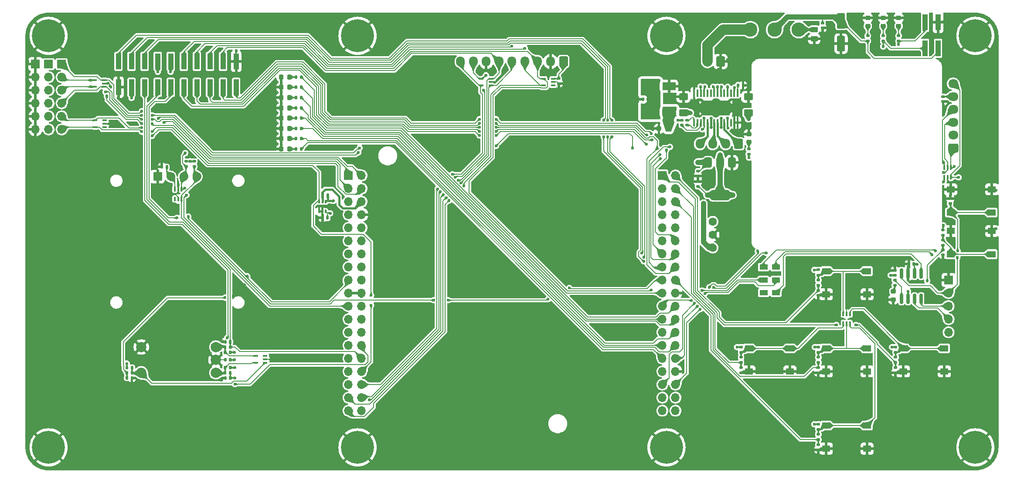
<source format=gbr>
%TF.GenerationSoftware,KiCad,Pcbnew,8.0.0-8.0.0-1~ubuntu22.04.1*%
%TF.CreationDate,2024-03-21T09:18:36+01:00*%
%TF.ProjectId,uC_TP_Boussole_mb,75435f54-505f-4426-9f75-73736f6c655f,rev?*%
%TF.SameCoordinates,Original*%
%TF.FileFunction,Copper,L1,Top*%
%TF.FilePolarity,Positive*%
%FSLAX46Y46*%
G04 Gerber Fmt 4.6, Leading zero omitted, Abs format (unit mm)*
G04 Created by KiCad (PCBNEW 8.0.0-8.0.0-1~ubuntu22.04.1) date 2024-03-21 09:18:36*
%MOMM*%
%LPD*%
G01*
G04 APERTURE LIST*
G04 Aperture macros list*
%AMRoundRect*
0 Rectangle with rounded corners*
0 $1 Rounding radius*
0 $2 $3 $4 $5 $6 $7 $8 $9 X,Y pos of 4 corners*
0 Add a 4 corners polygon primitive as box body*
4,1,4,$2,$3,$4,$5,$6,$7,$8,$9,$2,$3,0*
0 Add four circle primitives for the rounded corners*
1,1,$1+$1,$2,$3*
1,1,$1+$1,$4,$5*
1,1,$1+$1,$6,$7*
1,1,$1+$1,$8,$9*
0 Add four rect primitives between the rounded corners*
20,1,$1+$1,$2,$3,$4,$5,0*
20,1,$1+$1,$4,$5,$6,$7,0*
20,1,$1+$1,$6,$7,$8,$9,0*
20,1,$1+$1,$8,$9,$2,$3,0*%
G04 Aperture macros list end*
%TA.AperFunction,ComponentPad*%
%ADD10RoundRect,0.170000X-0.680000X-0.680000X0.680000X-0.680000X0.680000X0.680000X-0.680000X0.680000X0*%
%TD*%
%TA.AperFunction,ComponentPad*%
%ADD11C,1.700000*%
%TD*%
%TA.AperFunction,SMDPad,CuDef*%
%ADD12RoundRect,0.135000X0.135000X0.185000X-0.135000X0.185000X-0.135000X-0.185000X0.135000X-0.185000X0*%
%TD*%
%TA.AperFunction,ComponentPad*%
%ADD13C,6.400000*%
%TD*%
%TA.AperFunction,SMDPad,CuDef*%
%ADD14RoundRect,0.100000X-0.325000X0.100000X-0.325000X-0.100000X0.325000X-0.100000X0.325000X0.100000X0*%
%TD*%
%TA.AperFunction,SMDPad,CuDef*%
%ADD15RoundRect,0.140000X0.140000X0.170000X-0.140000X0.170000X-0.140000X-0.170000X0.140000X-0.170000X0*%
%TD*%
%TA.AperFunction,SMDPad,CuDef*%
%ADD16RoundRect,0.135000X0.185000X-0.135000X0.185000X0.135000X-0.185000X0.135000X-0.185000X-0.135000X0*%
%TD*%
%TA.AperFunction,SMDPad,CuDef*%
%ADD17RoundRect,0.218750X-0.218750X-0.256250X0.218750X-0.256250X0.218750X0.256250X-0.218750X0.256250X0*%
%TD*%
%TA.AperFunction,SMDPad,CuDef*%
%ADD18RoundRect,0.140000X0.170000X-0.140000X0.170000X0.140000X-0.170000X0.140000X-0.170000X-0.140000X0*%
%TD*%
%TA.AperFunction,SMDPad,CuDef*%
%ADD19R,1.550000X1.300000*%
%TD*%
%TA.AperFunction,SMDPad,CuDef*%
%ADD20RoundRect,0.100000X-0.100000X-0.325000X0.100000X-0.325000X0.100000X0.325000X-0.100000X0.325000X0*%
%TD*%
%TA.AperFunction,ComponentPad*%
%ADD21RoundRect,0.250000X0.600000X0.725000X-0.600000X0.725000X-0.600000X-0.725000X0.600000X-0.725000X0*%
%TD*%
%TA.AperFunction,ComponentPad*%
%ADD22O,1.700000X1.950000*%
%TD*%
%TA.AperFunction,SMDPad,CuDef*%
%ADD23RoundRect,0.135000X-0.185000X0.135000X-0.185000X-0.135000X0.185000X-0.135000X0.185000X0.135000X0*%
%TD*%
%TA.AperFunction,ComponentPad*%
%ADD24R,1.700000X1.700000*%
%TD*%
%TA.AperFunction,ComponentPad*%
%ADD25O,1.700000X1.700000*%
%TD*%
%TA.AperFunction,SMDPad,CuDef*%
%ADD26RoundRect,0.218750X-0.256250X0.218750X-0.256250X-0.218750X0.256250X-0.218750X0.256250X0.218750X0*%
%TD*%
%TA.AperFunction,SMDPad,CuDef*%
%ADD27RoundRect,0.218750X0.256250X-0.218750X0.256250X0.218750X-0.256250X0.218750X-0.256250X-0.218750X0*%
%TD*%
%TA.AperFunction,SMDPad,CuDef*%
%ADD28RoundRect,0.250000X-1.050000X-0.550000X1.050000X-0.550000X1.050000X0.550000X-1.050000X0.550000X0*%
%TD*%
%TA.AperFunction,SMDPad,CuDef*%
%ADD29RoundRect,0.150000X-0.150000X0.825000X-0.150000X-0.825000X0.150000X-0.825000X0.150000X0.825000X0*%
%TD*%
%TA.AperFunction,SMDPad,CuDef*%
%ADD30RoundRect,0.100000X0.100000X0.325000X-0.100000X0.325000X-0.100000X-0.325000X0.100000X-0.325000X0*%
%TD*%
%TA.AperFunction,SMDPad,CuDef*%
%ADD31RoundRect,0.140000X-0.170000X0.140000X-0.170000X-0.140000X0.170000X-0.140000X0.170000X0.140000X0*%
%TD*%
%TA.AperFunction,SMDPad,CuDef*%
%ADD32R,1.600000X1.000000*%
%TD*%
%TA.AperFunction,ComponentPad*%
%ADD33C,2.000000*%
%TD*%
%TA.AperFunction,ComponentPad*%
%ADD34C,1.600000*%
%TD*%
%TA.AperFunction,ComponentPad*%
%ADD35RoundRect,0.250000X0.600000X0.750000X-0.600000X0.750000X-0.600000X-0.750000X0.600000X-0.750000X0*%
%TD*%
%TA.AperFunction,ComponentPad*%
%ADD36O,1.700000X2.000000*%
%TD*%
%TA.AperFunction,ComponentPad*%
%ADD37RoundRect,0.250000X0.725000X-0.600000X0.725000X0.600000X-0.725000X0.600000X-0.725000X-0.600000X0*%
%TD*%
%TA.AperFunction,ComponentPad*%
%ADD38O,1.950000X1.700000*%
%TD*%
%TA.AperFunction,SMDPad,CuDef*%
%ADD39RoundRect,0.375000X-0.375000X0.625000X-0.375000X-0.625000X0.375000X-0.625000X0.375000X0.625000X0*%
%TD*%
%TA.AperFunction,SMDPad,CuDef*%
%ADD40RoundRect,0.500000X-1.400000X0.500000X-1.400000X-0.500000X1.400000X-0.500000X1.400000X0.500000X0*%
%TD*%
%TA.AperFunction,SMDPad,CuDef*%
%ADD41R,1.000000X3.150000*%
%TD*%
%TA.AperFunction,SMDPad,CuDef*%
%ADD42RoundRect,0.250000X0.625000X-0.400000X0.625000X0.400000X-0.625000X0.400000X-0.625000X-0.400000X0*%
%TD*%
%TA.AperFunction,SMDPad,CuDef*%
%ADD43RoundRect,0.100000X0.100000X-0.225000X0.100000X0.225000X-0.100000X0.225000X-0.100000X-0.225000X0*%
%TD*%
%TA.AperFunction,SMDPad,CuDef*%
%ADD44RoundRect,0.250000X-0.450000X0.262500X-0.450000X-0.262500X0.450000X-0.262500X0.450000X0.262500X0*%
%TD*%
%TA.AperFunction,SMDPad,CuDef*%
%ADD45RoundRect,0.250000X-0.550000X1.250000X-0.550000X-1.250000X0.550000X-1.250000X0.550000X1.250000X0*%
%TD*%
%TA.AperFunction,SMDPad,CuDef*%
%ADD46RoundRect,0.135000X-0.135000X-0.185000X0.135000X-0.185000X0.135000X0.185000X-0.135000X0.185000X0*%
%TD*%
%TA.AperFunction,SMDPad,CuDef*%
%ADD47RoundRect,0.237500X0.250000X0.237500X-0.250000X0.237500X-0.250000X-0.237500X0.250000X-0.237500X0*%
%TD*%
%TA.AperFunction,ComponentPad*%
%ADD48C,2.775000*%
%TD*%
%TA.AperFunction,SMDPad,CuDef*%
%ADD49RoundRect,0.140000X-0.140000X-0.170000X0.140000X-0.170000X0.140000X0.170000X-0.140000X0.170000X0*%
%TD*%
%TA.AperFunction,SMDPad,CuDef*%
%ADD50RoundRect,0.100000X0.100000X-0.637500X0.100000X0.637500X-0.100000X0.637500X-0.100000X-0.637500X0*%
%TD*%
%TA.AperFunction,HeatsinkPad*%
%ADD51C,0.600000*%
%TD*%
%TA.AperFunction,HeatsinkPad*%
%ADD52R,5.400000X2.850000*%
%TD*%
%TA.AperFunction,ViaPad*%
%ADD53C,0.600000*%
%TD*%
%TA.AperFunction,ViaPad*%
%ADD54C,0.400000*%
%TD*%
%TA.AperFunction,Conductor*%
%ADD55C,0.400000*%
%TD*%
%TA.AperFunction,Conductor*%
%ADD56C,0.200000*%
%TD*%
%TA.AperFunction,Conductor*%
%ADD57C,1.000000*%
%TD*%
%TA.AperFunction,Conductor*%
%ADD58C,0.600000*%
%TD*%
%TA.AperFunction,Conductor*%
%ADD59C,0.800000*%
%TD*%
%TA.AperFunction,Conductor*%
%ADD60C,2.000000*%
%TD*%
%TA.AperFunction,Conductor*%
%ADD61C,0.500000*%
%TD*%
G04 APERTURE END LIST*
D10*
%TO.P,J801,1,Pin_1*%
%TO.N,GND*%
X76190000Y-82370000D03*
D11*
%TO.P,J801,2,Pin_2*%
%TO.N,+3.3V*%
X78730000Y-82370000D03*
%TO.P,J801,3,Pin_3*%
%TO.N,/NUCLEO_L476RG/I2C1_SCL*%
X81270000Y-82370000D03*
%TO.P,J801,4,Pin_4*%
%TO.N,/NUCLEO_L476RG/I2C1_SDA*%
X83810000Y-82370000D03*
%TD*%
D12*
%TO.P,R507,1*%
%TO.N,/NUCLEO_L476RG/LED_6*%
X104110000Y-75000000D03*
%TO.P,R507,2*%
%TO.N,Net-(D508-A)*%
X103090000Y-75000000D03*
%TD*%
D13*
%TO.P,H105,1,1*%
%TO.N,GND*%
X235000000Y-135000000D03*
%TD*%
D14*
%TO.P,D501,1,I/O*%
%TO.N,/NUCLEO_L476RG/PB8*%
X65800000Y-64925000D03*
%TO.P,D501,2,GND*%
%TO.N,GND*%
X65800000Y-64275000D03*
%TO.P,D501,3,I/O*%
%TO.N,/NUCLEO_L476RG/PC10*%
X65800000Y-63625000D03*
%TO.P,D501,4,I/O*%
%TO.N,/NUCLEO_L476RG/PC11*%
X63950000Y-63625000D03*
%TO.P,D501,5,I/O*%
%TO.N,/NUCLEO_L476RG/PC12*%
X63950000Y-64925000D03*
%TD*%
D15*
%TO.P,C202,1*%
%TO.N,+12V*%
X171400000Y-67350000D03*
%TO.P,C202,2*%
%TO.N,GND*%
X170440000Y-67350000D03*
%TD*%
D13*
%TO.P,H102,1,1*%
%TO.N,GND*%
X115000000Y-55000000D03*
%TD*%
D16*
%TO.P,R404,1*%
%TO.N,+3.3V*%
X220100000Y-56010000D03*
%TO.P,R404,2*%
%TO.N,Net-(D403-A)*%
X220100000Y-54990000D03*
%TD*%
D17*
%TO.P,D505,1,K*%
%TO.N,GND*%
X100212500Y-69000000D03*
%TO.P,D505,2,A*%
%TO.N,Net-(D505-A)*%
X101787500Y-69000000D03*
%TD*%
D18*
%TO.P,C403,1*%
%TO.N,+3.3V*%
X181100000Y-84280000D03*
%TO.P,C403,2*%
%TO.N,GND*%
X181100000Y-83320000D03*
%TD*%
D19*
%TO.P,SW302,1,1*%
%TO.N,GND*%
X230225000Y-84850000D03*
X238175000Y-84850000D03*
%TO.P,SW302,2,2*%
%TO.N,/GPS_TEL0094_STM32C011J4M6/STM32C0_NRST*%
X230225000Y-89350000D03*
X238175000Y-89350000D03*
%TD*%
D20*
%TO.P,D511,1,I/O*%
%TO.N,/NUCLEO_L476RG/BTN_R*%
X210650000Y-109075000D03*
%TO.P,D511,2,GND*%
%TO.N,GND*%
X210000000Y-109075000D03*
%TO.P,D511,3,I/O*%
%TO.N,/NUCLEO_L476RG/BTN_T*%
X209350000Y-109075000D03*
%TO.P,D511,4,I/O*%
%TO.N,/NUCLEO_L476RG/BTN_L*%
X209350000Y-110925000D03*
%TO.P,D511,5,I/O*%
%TO.N,/NUCLEO_L476RG/BTN_C*%
X210000000Y-110925000D03*
%TO.P,D511,6,I/O*%
%TO.N,/NUCLEO_L476RG/BTN_B*%
X210650000Y-110925000D03*
%TD*%
D21*
%TO.P,J701,1,Pin_1*%
%TO.N,+3.3V*%
X155000000Y-60000000D03*
D22*
%TO.P,J701,2,Pin_2*%
%TO.N,GND*%
X152500000Y-60000000D03*
%TO.P,J701,3,Pin_3*%
%TO.N,/Magnetometre_BMM150_SEN0419/SPI_CLK*%
X150000000Y-60000000D03*
%TO.P,J701,4,Pin_4*%
%TO.N,/Magnetometre_BMM150_SEN0419/SPI_MOSI*%
X147500000Y-60000000D03*
%TO.P,J701,5,Pin_5*%
%TO.N,/Magnetometre_BMM150_SEN0419/SPI_MISO*%
X145000000Y-60000000D03*
%TO.P,J701,6,Pin_6*%
%TO.N,/Magnetometre_BMM150_SEN0419/SPI_CS*%
X142500000Y-60000000D03*
%TO.P,J701,7,Pin_7*%
%TO.N,GND*%
X140000000Y-60000000D03*
%TO.P,J701,8,Pin_8*%
%TO.N,/Magnetometre_BMM150_SEN0419/STATUS*%
X137500000Y-60000000D03*
%TO.P,J701,9,Pin_9*%
%TO.N,/Magnetometre_BMM150_SEN0419/INT*%
X135000000Y-60000000D03*
%TD*%
D15*
%TO.P,C901,1*%
%TO.N,/NUCLEO_L476RG/TIM2_CH1_ENC_A*%
X90280000Y-121500000D03*
%TO.P,C901,2*%
%TO.N,GND*%
X89320000Y-121500000D03*
%TD*%
D16*
%TO.P,R802,1*%
%TO.N,/NUCLEO_L476RG/I2C1_SDA*%
X83300000Y-80410000D03*
%TO.P,R802,2*%
%TO.N,+3.3V*%
X83300000Y-79390000D03*
%TD*%
%TO.P,R402,1*%
%TO.N,+12V*%
X214100000Y-56010000D03*
%TO.P,R402,2*%
%TO.N,Net-(D401-A)*%
X214100000Y-54990000D03*
%TD*%
%TO.P,R512,1*%
%TO.N,/NUCLEO_L476RG/BTN_CENTER*%
X204510000Y-118510000D03*
%TO.P,R512,2*%
%TO.N,/NUCLEO_L476RG/BTN_C*%
X204510000Y-117490000D03*
%TD*%
D23*
%TO.P,R204,1*%
%TO.N,Net-(D201-A)*%
X191000000Y-76980000D03*
%TO.P,R204,2*%
%TO.N,Net-(U201-DIAG)*%
X191000000Y-78000000D03*
%TD*%
D17*
%TO.P,D508,1,K*%
%TO.N,GND*%
X100212500Y-75000000D03*
%TO.P,D508,2,A*%
%TO.N,Net-(D508-A)*%
X101787500Y-75000000D03*
%TD*%
D24*
%TO.P,J502,1,Pin_1*%
%TO.N,+3.3V*%
X55000000Y-60500000D03*
D25*
%TO.P,J502,2,Pin_2*%
X55000000Y-63040000D03*
%TO.P,J502,3,Pin_3*%
X55000000Y-65580000D03*
%TO.P,J502,4,Pin_4*%
X55000000Y-68120000D03*
%TO.P,J502,5,Pin_5*%
X55000000Y-70660000D03*
%TO.P,J502,6,Pin_6*%
X55000000Y-73200000D03*
%TD*%
D26*
%TO.P,D401,1,K*%
%TO.N,GND*%
X214100000Y-51512500D03*
%TO.P,D401,2,A*%
%TO.N,Net-(D401-A)*%
X214100000Y-53087500D03*
%TD*%
D27*
%TO.P,D301,1,K*%
%TO.N,GND*%
X219060000Y-106257500D03*
%TO.P,D301,2,A*%
%TO.N,Net-(D301-A)*%
X219060000Y-104682500D03*
%TD*%
D13*
%TO.P,H104,1,1*%
%TO.N,GND*%
X235000000Y-55000000D03*
%TD*%
D14*
%TO.P,D901,1,I/O*%
%TO.N,/Rotary_Encodeur/S*%
X97075000Y-118550000D03*
%TO.P,D901,2,GND*%
%TO.N,GND*%
X97075000Y-117900000D03*
%TO.P,D901,3,I/O*%
%TO.N,unconnected-(D901-I{slash}O-Pad3)*%
X97075000Y-117250000D03*
%TO.P,D901,4,I/O*%
%TO.N,/Rotary_Encodeur/B*%
X95225000Y-117250000D03*
%TO.P,D901,5,I/O*%
%TO.N,/Rotary_Encodeur/A*%
X95225000Y-118550000D03*
%TD*%
D17*
%TO.P,D507,1,K*%
%TO.N,GND*%
X100212500Y-73000000D03*
%TO.P,D507,2,A*%
%TO.N,Net-(D507-A)*%
X101787500Y-73000000D03*
%TD*%
%TO.P,D509,1,K*%
%TO.N,GND*%
X100212500Y-77000000D03*
%TO.P,D509,2,A*%
%TO.N,Net-(D509-A)*%
X101787500Y-77000000D03*
%TD*%
D28*
%TO.P,C203,1*%
%TO.N,+12V*%
X171900000Y-64800000D03*
%TO.P,C203,2*%
%TO.N,GND*%
X175500000Y-64800000D03*
%TD*%
D18*
%TO.P,C304,1*%
%TO.N,/GPS_TEL0094_STM32C011J4M6/STM32C0_NRST*%
X230100000Y-87580000D03*
%TO.P,C304,2*%
%TO.N,GND*%
X230100000Y-86620000D03*
%TD*%
D29*
%TO.P,U301,1,PC14/PB7*%
%TO.N,/GPS_TEL0094_STM32C011J4M6/STM32C0_TX*%
X224465000Y-101175000D03*
%TO.P,U301,2,VDD*%
%TO.N,+3.3V*%
X223195000Y-101175000D03*
%TO.P,U301,3,VSS*%
%TO.N,GND*%
X221925000Y-101175000D03*
%TO.P,U301,4,PF2/PA0/PA1/PA2*%
%TO.N,/GPS_TEL0094_STM32C011J4M6/STM32C0_NRST*%
X220655000Y-101175000D03*
%TO.P,U301,5,PA8/PA9/PA11*%
%TO.N,/GPS_TEL0094_STM32C011J4M6/STM32C0_LED*%
X220655000Y-106125000D03*
%TO.P,U301,6,PA10/PA12*%
%TO.N,/GPS_TEL0094_STM32C011J4M6/STM32C0_BTN*%
X221925000Y-106125000D03*
%TO.P,U301,7,PA13*%
%TO.N,/GPS_TEL0094_STM32C011J4M6/STM32C0_SWDIO*%
X223195000Y-106125000D03*
%TO.P,U301,8,PC15/PA14/PB6*%
%TO.N,/GPS_TEL0094_STM32C011J4M6/STM32C0_SWCLK*%
X224465000Y-106125000D03*
%TD*%
D30*
%TO.P,D801,1,I/O*%
%TO.N,unconnected-(D801-I{slash}O-Pad1)*%
X79525000Y-86700000D03*
%TO.P,D801,2,GND*%
%TO.N,GND*%
X80175000Y-86700000D03*
%TO.P,D801,3,I/O*%
%TO.N,/NUCLEO_L476RG/I2C1_SDA*%
X80825000Y-86700000D03*
%TO.P,D801,4,I/O*%
%TO.N,/NUCLEO_L476RG/I2C1_SCL*%
X80825000Y-84850000D03*
%TO.P,D801,5,I/O*%
%TO.N,+3.3V*%
X79525000Y-84850000D03*
%TD*%
D26*
%TO.P,D201,1,K*%
%TO.N,GND*%
X191000000Y-74102500D03*
%TO.P,D201,2,A*%
%TO.N,Net-(D201-A)*%
X191000000Y-75677500D03*
%TD*%
D31*
%TO.P,C503,1*%
%TO.N,/NUCLEO_L476RG/BTN_CENTER*%
X204480000Y-119520000D03*
%TO.P,C503,2*%
%TO.N,GND*%
X204480000Y-120480000D03*
%TD*%
D32*
%TO.P,SW303,1,A*%
%TO.N,unconnected-(SW303-A-Pad1)*%
X193875000Y-104950000D03*
%TO.P,SW303,2,B*%
%TO.N,/GPS_TEL0094_STM32C011J4M6/NUCLEO_TX*%
X193875000Y-102450000D03*
%TO.P,SW303,3,C*%
%TO.N,/GPS_TEL0094_STM32C011J4M6/GPS_RX*%
X193875000Y-99950000D03*
%TO.P,SW303,4,A*%
%TO.N,/GPS_TEL0094_STM32C011J4M6/STM32C0_TX*%
X196275000Y-104950000D03*
%TO.P,SW303,5,B*%
%TO.N,/GPS_TEL0094_STM32C011J4M6/NUCLEO_RX*%
X196275000Y-102450000D03*
%TO.P,SW303,6,C*%
%TO.N,/GPS_TEL0094_STM32C011J4M6/GPS_TX*%
X196275000Y-99950000D03*
%TD*%
D12*
%TO.P,R904,1*%
%TO.N,+3.3V*%
X90310000Y-116500000D03*
%TO.P,R904,2*%
%TO.N,/Rotary_Encodeur/B*%
X89290000Y-116500000D03*
%TD*%
D17*
%TO.P,D506,1,K*%
%TO.N,GND*%
X100212500Y-71000000D03*
%TO.P,D506,2,A*%
%TO.N,Net-(D506-A)*%
X101787500Y-71000000D03*
%TD*%
D16*
%TO.P,R514,1*%
%TO.N,/NUCLEO_L476RG/BTN_T*%
X204500000Y-101510000D03*
%TO.P,R514,2*%
%TO.N,+3.3V*%
X204500000Y-100490000D03*
%TD*%
D12*
%TO.P,R902,1*%
%TO.N,/NUCLEO_L476RG/TIM2_CH2_ENC_B*%
X90310000Y-115500000D03*
%TO.P,R902,2*%
%TO.N,/Rotary_Encodeur/B*%
X89290000Y-115500000D03*
%TD*%
D16*
%TO.P,R301,1*%
%TO.N,Net-(R301-Pad1)*%
X228710000Y-93790000D03*
%TO.P,R301,2*%
%TO.N,+3.3V*%
X228710000Y-92770000D03*
%TD*%
D15*
%TO.P,C601,1*%
%TO.N,+3.3V*%
X109170000Y-90400000D03*
%TO.P,C601,2*%
%TO.N,GND*%
X108210000Y-90400000D03*
%TD*%
D33*
%TO.P,SW901,S2,S2*%
%TO.N,GND*%
X73000000Y-115500000D03*
%TO.P,SW901,S1,S1*%
%TO.N,/Rotary_Encodeur/S*%
X73000000Y-120500000D03*
%TO.P,SW901,C,C*%
%TO.N,GND*%
X87500000Y-118000000D03*
%TO.P,SW901,B,B*%
%TO.N,/Rotary_Encodeur/B*%
X87500000Y-115500000D03*
%TO.P,SW901,A,A*%
%TO.N,/Rotary_Encodeur/A*%
X87500000Y-120500000D03*
%TD*%
D26*
%TO.P,D403,1,K*%
%TO.N,GND*%
X220100000Y-51512500D03*
%TO.P,D403,2,A*%
%TO.N,Net-(D403-A)*%
X220100000Y-53087500D03*
%TD*%
D13*
%TO.P,H103,1,1*%
%TO.N,GND*%
X175000000Y-55000000D03*
%TD*%
D34*
%TO.P,U401,1,VIN*%
%TO.N,+12V*%
X184000000Y-91120000D03*
%TO.P,U401,2,GND*%
%TO.N,GND*%
X184000000Y-93660000D03*
%TO.P,U401,3,5V*%
%TO.N,+5V*%
X184000000Y-96200000D03*
%TD*%
D23*
%TO.P,R302,1*%
%TO.N,Net-(R301-Pad1)*%
X228700000Y-94670000D03*
%TO.P,R302,2*%
%TO.N,/GPS_TEL0094_STM32C011J4M6/STM32C0_BTN*%
X228700000Y-95690000D03*
%TD*%
D18*
%TO.P,C301,1*%
%TO.N,+3.3V*%
X219360000Y-101550000D03*
%TO.P,C301,2*%
%TO.N,GND*%
X219360000Y-100590000D03*
%TD*%
D31*
%TO.P,C305,1*%
%TO.N,+3.3V*%
X228700000Y-66820000D03*
%TO.P,C305,2*%
%TO.N,GND*%
X228700000Y-67780000D03*
%TD*%
D24*
%TO.P,J301,1,Pin_1*%
%TO.N,GND*%
X229800000Y-102460000D03*
D25*
%TO.P,J301,2,Pin_2*%
%TO.N,/GPS_TEL0094_STM32C011J4M6/STM32C0_NRST*%
X229800000Y-105000000D03*
%TO.P,J301,3,Pin_3*%
%TO.N,/GPS_TEL0094_STM32C011J4M6/STM32C0_SWCLK*%
X229800000Y-107540000D03*
%TO.P,J301,4,Pin_4*%
%TO.N,/GPS_TEL0094_STM32C011J4M6/STM32C0_SWDIO*%
X229800000Y-110080000D03*
%TO.P,J301,5,Pin_5*%
%TO.N,+3.3V*%
X229800000Y-112620000D03*
%TD*%
D35*
%TO.P,J401,1,Pin_1*%
%TO.N,GND*%
X185500000Y-60000000D03*
D36*
%TO.P,J401,2,Pin_2*%
%TO.N,Net-(J401-Pin_2)*%
X183000000Y-60000000D03*
%TD*%
D23*
%TO.P,R303,1*%
%TO.N,/GPS_TEL0094_STM32C011J4M6/STM32C0_LED*%
X219360000Y-102460000D03*
%TO.P,R303,2*%
%TO.N,Net-(D301-A)*%
X219360000Y-103480000D03*
%TD*%
D16*
%TO.P,R510,1*%
%TO.N,/NUCLEO_L476RG/BTN_L*%
X189500000Y-116510000D03*
%TO.P,R510,2*%
%TO.N,+3.3V*%
X189500000Y-115490000D03*
%TD*%
%TO.P,R515,1*%
%TO.N,/NUCLEO_L476RG/BTN_C*%
X204500000Y-116510000D03*
%TO.P,R515,2*%
%TO.N,+3.3V*%
X204500000Y-115490000D03*
%TD*%
D15*
%TO.P,C904,1*%
%TO.N,+3.3V*%
X90280000Y-118000000D03*
%TO.P,C904,2*%
%TO.N,GND*%
X89320000Y-118000000D03*
%TD*%
D19*
%TO.P,SW502,1,1*%
%TO.N,/NUCLEO_L476RG/BTN_T*%
X206025000Y-100750000D03*
X213975000Y-100750000D03*
%TO.P,SW502,2,2*%
%TO.N,GND*%
X206025000Y-105250000D03*
X213975000Y-105250000D03*
%TD*%
D15*
%TO.P,C902,1*%
%TO.N,/NUCLEO_L476RG/TIM2_CH2_ENC_B*%
X90280000Y-114500000D03*
%TO.P,C902,2*%
%TO.N,GND*%
X89320000Y-114500000D03*
%TD*%
D13*
%TO.P,H101,1,1*%
%TO.N,GND*%
X55000000Y-55000000D03*
%TD*%
D24*
%TO.P,U501,101,PC10*%
%TO.N,/NUCLEO_L476RG/PC10*%
X113250000Y-82140000D03*
D25*
%TO.P,U501,102,PC11*%
%TO.N,/NUCLEO_L476RG/PC11*%
X115790000Y-82140000D03*
%TO.P,U501,103,PC12*%
%TO.N,/NUCLEO_L476RG/PC12*%
X113250000Y-84680000D03*
%TO.P,U501,104,PD2*%
%TO.N,/NUCLEO_L476RG/PD2*%
X115790000Y-84680000D03*
%TO.P,U501,105,VDD*%
%TO.N,unconnected-(U501A-VDD-Pad105)*%
X113250000Y-87220000D03*
%TO.P,U501,106,E5V*%
%TO.N,/Current_NCS199A3RSQT2G/Load*%
X115790000Y-87220000D03*
%TO.P,U501,107,BOOT0*%
%TO.N,unconnected-(U501A-BOOT0-Pad107)*%
X113250000Y-89760000D03*
%TO.P,U501,108,GND*%
%TO.N,GND*%
X115790000Y-89760000D03*
%TO.P,U501,109,NC*%
%TO.N,unconnected-(U501B-NC-Pad109)*%
X113250000Y-92300000D03*
%TO.P,U501,110,NC*%
%TO.N,unconnected-(U501B-NC-Pad110)*%
X115790000Y-92300000D03*
%TO.P,U501,111,NC*%
%TO.N,unconnected-(U501B-NC-Pad111)*%
X113250000Y-94840000D03*
%TO.P,U501,112,IOREF*%
%TO.N,unconnected-(U501A-IOREF-Pad112)*%
X115790000Y-94840000D03*
%TO.P,U501,113,PA13*%
%TO.N,unconnected-(U501B-PA13-Pad113)*%
X113250000Y-97380000D03*
%TO.P,U501,114,RESET*%
%TO.N,unconnected-(U501A-RESET-Pad114)*%
X115790000Y-97380000D03*
%TO.P,U501,115,PA14*%
%TO.N,unconnected-(U501B-PA14-Pad115)*%
X113250000Y-99920000D03*
%TO.P,U501,116,+3V3*%
%TO.N,unconnected-(U501A-+3V3-Pad116)*%
X115790000Y-99920000D03*
%TO.P,U501,117,PA15*%
%TO.N,/NUCLEO_L476RG/ENC_BTN*%
X113250000Y-102460000D03*
%TO.P,U501,118,+5V*%
%TO.N,unconnected-(U501A-+5V-Pad118)*%
X115790000Y-102460000D03*
%TO.P,U501,119,GND*%
%TO.N,GND*%
X113250000Y-105000000D03*
%TO.P,U501,120,GND*%
X115790000Y-105000000D03*
%TO.P,U501,121,PB7*%
%TO.N,/NUCLEO_L476RG/I2C1_SDA*%
X113250000Y-107540000D03*
%TO.P,U501,122,GND*%
%TO.N,GND*%
X115790000Y-107540000D03*
%TO.P,U501,123,PC13*%
%TO.N,unconnected-(U501B-PC13-Pad123)*%
X113250000Y-110080000D03*
%TO.P,U501,124,VIN*%
%TO.N,unconnected-(U501A-VIN-Pad124)*%
X115790000Y-110080000D03*
%TO.P,U501,125,PC14*%
%TO.N,unconnected-(U501B-PC14-Pad125)*%
X113250000Y-112620000D03*
%TO.P,U501,126,NC*%
%TO.N,unconnected-(U501B-NC-Pad126)*%
X115790000Y-112620000D03*
%TO.P,U501,127,PC15*%
%TO.N,unconnected-(U501B-PC15-Pad127)*%
X113250000Y-115160000D03*
%TO.P,U501,128,PA0*%
%TO.N,/NUCLEO_L476RG/TIM2_CH1_ENC_A*%
X115790000Y-115160000D03*
%TO.P,U501,129,PH0*%
%TO.N,unconnected-(U501B-PH0-Pad129)*%
X113250000Y-117700000D03*
%TO.P,U501,130,PA1*%
%TO.N,/NUCLEO_L476RG/TIM2_CH2_ENC_B*%
X115790000Y-117700000D03*
%TO.P,U501,131,PH1*%
%TO.N,unconnected-(U501B-PH1-Pad131)*%
X113250000Y-120240000D03*
%TO.P,U501,132,PA4*%
%TO.N,/Current_NCS199A3RSQT2G/Imes*%
X115790000Y-120240000D03*
%TO.P,U501,133,VBAT*%
%TO.N,unconnected-(U501A-VBAT-Pad133)*%
X113250000Y-122780000D03*
%TO.P,U501,134,PB0*%
%TO.N,/Magnetometre_BMM150_SEN0419/INT*%
X115790000Y-122780000D03*
%TO.P,U501,135,PC2*%
%TO.N,/Magnetometre_BMM150_SEN0419/SPI_MISO*%
X113250000Y-125320000D03*
%TO.P,U501,136,PC1*%
%TO.N,/Magnetometre_BMM150_SEN0419/STATUS*%
X115790000Y-125320000D03*
%TO.P,U501,137,PC3*%
%TO.N,/Magnetometre_BMM150_SEN0419/SPI_MOSI*%
X113250000Y-127860000D03*
%TO.P,U501,138,PC0*%
%TO.N,/Magnetometre_BMM150_SEN0419/SPI_CS*%
X115790000Y-127860000D03*
D24*
%TO.P,U501,201,PC9*%
%TO.N,/NUCLEO_L476RG/BTN_RIGHT*%
X174210000Y-82150000D03*
D25*
%TO.P,U501,202,PC8*%
%TO.N,/NUCLEO_L476RG/BTN_TOP*%
X176750000Y-82150000D03*
%TO.P,U501,203,PB8*%
%TO.N,/NUCLEO_L476RG/PB8*%
X174210000Y-84680000D03*
%TO.P,U501,204,PC6*%
%TO.N,/NUCLEO_L476RG/BTN_LEFT*%
X176750000Y-84680000D03*
%TO.P,U501,205,PB9*%
%TO.N,/NUCLEO_L476RG/PB9*%
X174210000Y-87220000D03*
%TO.P,U501,206,PC5*%
%TO.N,/NUCLEO_L476RG/BTN_CENTER*%
X176750000Y-87220000D03*
%TO.P,U501,207,AVDD*%
%TO.N,unconnected-(U501A-AVDD-Pad207)*%
X174210000Y-89760000D03*
%TO.P,U501,208,U5V*%
%TO.N,unconnected-(U501A-U5V-Pad208)*%
X176750000Y-89760000D03*
%TO.P,U501,209,GND*%
%TO.N,GND*%
X174210000Y-92300000D03*
%TO.P,U501,210,NC*%
%TO.N,unconnected-(U501B-NC-Pad210)*%
X176750000Y-92300000D03*
%TO.P,U501,211,PA5*%
%TO.N,unconnected-(U501B-PA5-Pad211)*%
X174210000Y-94840000D03*
%TO.P,U501,212,PA12*%
%TO.N,/NUCLEO_L476RG/STEPPER_ENN*%
X176750000Y-94840000D03*
%TO.P,U501,213,PA6*%
%TO.N,/NUCLEO_L476RG/TIM3_CH1_STEPPER_PWM*%
X174210000Y-97380000D03*
%TO.P,U501,214,PA11*%
%TO.N,/NUCLEO_L476RG/STEPPER_MS1*%
X176750000Y-97380000D03*
%TO.P,U501,215,PA7*%
%TO.N,/NUCLEO_L476RG/STEPPER_DIR*%
X174210000Y-99920000D03*
%TO.P,U501,216,PB12*%
%TO.N,/NUCLEO_L476RG/STEPPER_MS2*%
X176750000Y-99920000D03*
%TO.P,U501,217,PB6*%
%TO.N,/NUCLEO_L476RG/I2C1_SCL*%
X174210000Y-102460000D03*
%TO.P,U501,218,PB11*%
%TO.N,/NUCLEO_L476RG/BTN_BOT*%
X176750000Y-102460000D03*
%TO.P,U501,219,PC7*%
%TO.N,/NUCLEO_L476RG/LED_0*%
X174210000Y-105000000D03*
%TO.P,U501,220,GND*%
%TO.N,GND*%
X176750000Y-105000000D03*
%TO.P,U501,221,PA9*%
%TO.N,/GPS_TEL0094_STM32C011J4M6/NUCLEO_TX*%
X174210000Y-107540000D03*
%TO.P,U501,222,PB2*%
%TO.N,/NUCLEO_L476RG/LED_1*%
X176750000Y-107540000D03*
%TO.P,U501,223,PA8*%
%TO.N,/NUCLEO_L476RG/LED_2*%
X174210000Y-110080000D03*
%TO.P,U501,224,PB1*%
%TO.N,/NUCLEO_L476RG/LED_3*%
X176750000Y-110080000D03*
%TO.P,U501,225,PB10*%
%TO.N,/Magnetometre_BMM150_SEN0419/SPI_CLK*%
X174210000Y-112620000D03*
%TO.P,U501,226,PB15*%
%TO.N,/NUCLEO_L476RG/LED_4*%
X176750000Y-112620000D03*
%TO.P,U501,227,PB4*%
%TO.N,/NUCLEO_L476RG/LED_5*%
X174210000Y-115160000D03*
%TO.P,U501,228,PB14*%
%TO.N,/NUCLEO_L476RG/LED_6*%
X176750000Y-115160000D03*
%TO.P,U501,229,PB5*%
%TO.N,/NUCLEO_L476RG/LED_7*%
X174210000Y-117700000D03*
%TO.P,U501,230,PB13*%
%TO.N,/GPS_TEL0094_STM32C011J4M6/GPS_EN*%
X176750000Y-117700000D03*
%TO.P,U501,231,PB3*%
%TO.N,unconnected-(U501B-PB3-Pad231)*%
X174210000Y-120240000D03*
%TO.P,U501,232,AGND*%
%TO.N,GND*%
X176750000Y-120240000D03*
%TO.P,U501,233,PA10*%
%TO.N,/GPS_TEL0094_STM32C011J4M6/NUCLEO_RX*%
X174210000Y-122780000D03*
%TO.P,U501,234,PC4*%
%TO.N,/GPS_TEL0094_STM32C011J4M6/GPS_PPS*%
X176750000Y-122780000D03*
%TO.P,U501,235,PA2*%
%TO.N,unconnected-(U501B-PA2-Pad235)*%
X174210000Y-125320000D03*
%TO.P,U501,236,NC*%
%TO.N,unconnected-(U501B-NC-Pad236)*%
X176750000Y-125320000D03*
%TO.P,U501,237,PA3*%
%TO.N,unconnected-(U501B-PA3-Pad237)*%
X174210000Y-127860000D03*
%TO.P,U501,238,NC*%
%TO.N,unconnected-(U501B-NC-Pad238)*%
X176750000Y-127860000D03*
%TD*%
D19*
%TO.P,SW504,1,1*%
%TO.N,/NUCLEO_L476RG/BTN_B*%
X206025000Y-130750000D03*
X213975000Y-130750000D03*
%TO.P,SW504,2,2*%
%TO.N,GND*%
X206025000Y-135250000D03*
X213975000Y-135250000D03*
%TD*%
%TO.P,SW503,1,1*%
%TO.N,/NUCLEO_L476RG/BTN_C*%
X206025000Y-115750000D03*
X213975000Y-115750000D03*
%TO.P,SW503,2,2*%
%TO.N,GND*%
X206025000Y-120250000D03*
X213975000Y-120250000D03*
%TD*%
D13*
%TO.P,H107,1,1*%
%TO.N,GND*%
X115000000Y-135000000D03*
%TD*%
D16*
%TO.P,R509,1*%
%TO.N,/NUCLEO_L476RG/BTN_LEFT*%
X189500000Y-118510000D03*
%TO.P,R509,2*%
%TO.N,/NUCLEO_L476RG/BTN_L*%
X189500000Y-117490000D03*
%TD*%
D37*
%TO.P,J302,1,Pin_1*%
%TO.N,/GPS_TEL0094_STM32C011J4M6/GPS_EN*%
X230700000Y-76800000D03*
D38*
%TO.P,J302,2,Pin_2*%
%TO.N,GND*%
X230700000Y-74300000D03*
%TO.P,J302,3,Pin_3*%
%TO.N,/GPS_TEL0094_STM32C011J4M6/GPS_RX*%
X230700000Y-71800000D03*
%TO.P,J302,4,Pin_4*%
%TO.N,/GPS_TEL0094_STM32C011J4M6/GPS_TX*%
X230700000Y-69300000D03*
%TO.P,J302,5,Pin_5*%
%TO.N,+3.3V*%
X230700000Y-66800000D03*
%TO.P,J302,6,Pin_6*%
%TO.N,/GPS_TEL0094_STM32C011J4M6/GPS_PPS*%
X230700000Y-64300000D03*
%TD*%
D16*
%TO.P,R513,1*%
%TO.N,/NUCLEO_L476RG/BTN_BOT*%
X204500000Y-133510000D03*
%TO.P,R513,2*%
%TO.N,/NUCLEO_L476RG/BTN_B*%
X204500000Y-132490000D03*
%TD*%
%TO.P,R511,1*%
%TO.N,/NUCLEO_L476RG/BTN_TOP*%
X204500000Y-103510000D03*
%TO.P,R511,2*%
%TO.N,/NUCLEO_L476RG/BTN_T*%
X204500000Y-102490000D03*
%TD*%
D28*
%TO.P,C201,1*%
%TO.N,+12V*%
X171900000Y-69800000D03*
%TO.P,C201,2*%
%TO.N,Net-(C201-Pad2)*%
X175500000Y-69800000D03*
%TD*%
D12*
%TO.P,R506,1*%
%TO.N,/NUCLEO_L476RG/LED_5*%
X104110000Y-73000000D03*
%TO.P,R506,2*%
%TO.N,Net-(D507-A)*%
X103090000Y-73000000D03*
%TD*%
D31*
%TO.P,C505,1*%
%TO.N,/NUCLEO_L476RG/BTN_RIGHT*%
X219500000Y-119520000D03*
%TO.P,C505,2*%
%TO.N,GND*%
X219500000Y-120480000D03*
%TD*%
D39*
%TO.P,U402,1,GND*%
%TO.N,GND*%
X187700000Y-79650000D03*
%TO.P,U402,2,VO*%
%TO.N,+3.3V*%
X185400000Y-79650000D03*
D40*
X185400000Y-85950000D03*
D39*
%TO.P,U402,3,VI*%
%TO.N,+5V*%
X183100000Y-79650000D03*
%TD*%
D24*
%TO.P,J501,1,Pin_1*%
%TO.N,GND*%
X52460000Y-60500000D03*
D25*
%TO.P,J501,2,Pin_2*%
X52460000Y-63040000D03*
%TO.P,J501,3,Pin_3*%
X52460000Y-65580000D03*
%TO.P,J501,4,Pin_4*%
X52460000Y-68120000D03*
%TO.P,J501,5,Pin_5*%
X52460000Y-70660000D03*
%TO.P,J501,6,Pin_6*%
X52460000Y-73200000D03*
%TD*%
D41*
%TO.P,J402,1,Pin_1*%
%TO.N,GND*%
X227770000Y-52375000D03*
%TO.P,J402,2,Pin_2*%
%TO.N,+12V*%
X227770000Y-57425000D03*
%TO.P,J402,3,Pin_3*%
%TO.N,+3.3V*%
X225230000Y-52375000D03*
%TO.P,J402,4,Pin_4*%
%TO.N,+5V*%
X225230000Y-57425000D03*
%TD*%
D12*
%TO.P,R906,1*%
%TO.N,/Rotary_Encodeur/S*%
X71210000Y-120500000D03*
%TO.P,R906,2*%
%TO.N,/NUCLEO_L476RG/ENC_BTN*%
X70190000Y-120500000D03*
%TD*%
D42*
%TO.P,R202,1*%
%TO.N,Net-(U201-BRA)*%
X178300000Y-69950000D03*
%TO.P,R202,2*%
%TO.N,GND*%
X178300000Y-66850000D03*
%TD*%
D43*
%TO.P,U601,1,REF*%
%TO.N,GND*%
X107535000Y-89140000D03*
%TO.P,U601,2,GND*%
X108185000Y-89140000D03*
%TO.P,U601,3,Vs*%
%TO.N,+3.3V*%
X108835000Y-89140000D03*
%TO.P,U601,4,IN+*%
%TO.N,+5V*%
X108835000Y-87240000D03*
%TO.P,U601,5,IN-*%
%TO.N,/Current_NCS199A3RSQT2G/Load*%
X108185000Y-87240000D03*
%TO.P,U601,6,OUT*%
%TO.N,/Current_NCS199A3RSQT2G/Imes*%
X107535000Y-87240000D03*
%TD*%
D15*
%TO.P,C302,1*%
%TO.N,+3.3V*%
X223040000Y-99350000D03*
%TO.P,C302,2*%
%TO.N,GND*%
X222080000Y-99350000D03*
%TD*%
%TO.P,C206,1*%
%TO.N,GND*%
X189880000Y-64600000D03*
%TO.P,C206,2*%
%TO.N,Net-(U201-5VOUT)*%
X188920000Y-64600000D03*
%TD*%
D26*
%TO.P,D402,1,K*%
%TO.N,GND*%
X217100000Y-51512500D03*
%TO.P,D402,2,A*%
%TO.N,Net-(D402-A)*%
X217100000Y-53087500D03*
%TD*%
D12*
%TO.P,R503,1*%
%TO.N,/NUCLEO_L476RG/LED_2*%
X104100000Y-67000000D03*
%TO.P,R503,2*%
%TO.N,Net-(D504-A)*%
X103080000Y-67000000D03*
%TD*%
D31*
%TO.P,C404,1*%
%TO.N,+12V*%
X205320000Y-52520000D03*
%TO.P,C404,2*%
%TO.N,GND*%
X205320000Y-53480000D03*
%TD*%
D17*
%TO.P,D502,1,K*%
%TO.N,GND*%
X100212500Y-63000000D03*
%TO.P,D502,2,A*%
%TO.N,Net-(D502-A)*%
X101787500Y-63000000D03*
%TD*%
D15*
%TO.P,C801,1*%
%TO.N,+3.3V*%
X77960000Y-80500000D03*
%TO.P,C801,2*%
%TO.N,GND*%
X77000000Y-80500000D03*
%TD*%
D24*
%TO.P,J503,1,Pin_1*%
%TO.N,/NUCLEO_L476RG/PC10*%
X57540000Y-60500000D03*
D25*
%TO.P,J503,2,Pin_2*%
%TO.N,/NUCLEO_L476RG/PC11*%
X57540000Y-63040000D03*
%TO.P,J503,3,Pin_3*%
%TO.N,/NUCLEO_L476RG/PC12*%
X57540000Y-65580000D03*
%TO.P,J503,4,Pin_4*%
%TO.N,/NUCLEO_L476RG/PB8*%
X57540000Y-68120000D03*
%TO.P,J503,5,Pin_5*%
%TO.N,/NUCLEO_L476RG/PB9*%
X57540000Y-70660000D03*
%TO.P,J503,6,Pin_6*%
%TO.N,/NUCLEO_L476RG/PD2*%
X57540000Y-73200000D03*
%TD*%
D17*
%TO.P,D504,1,K*%
%TO.N,GND*%
X100212500Y-67000000D03*
%TO.P,D504,2,A*%
%TO.N,Net-(D504-A)*%
X101787500Y-67000000D03*
%TD*%
%TO.P,D503,1,K*%
%TO.N,GND*%
X100212500Y-65000000D03*
%TO.P,D503,2,A*%
%TO.N,Net-(D503-A)*%
X101787500Y-65000000D03*
%TD*%
D31*
%TO.P,C205,1*%
%TO.N,+12V*%
X178000000Y-71420000D03*
%TO.P,C205,2*%
%TO.N,Net-(U201-VCP)*%
X178000000Y-72380000D03*
%TD*%
D12*
%TO.P,R505,1*%
%TO.N,/NUCLEO_L476RG/LED_4*%
X104110000Y-71000000D03*
%TO.P,R505,2*%
%TO.N,Net-(D506-A)*%
X103090000Y-71000000D03*
%TD*%
D44*
%TO.P,R401,1*%
%TO.N,Net-(SW401-C)*%
X203693000Y-53786500D03*
%TO.P,R401,2*%
%TO.N,GND*%
X203693000Y-55611500D03*
%TD*%
D12*
%TO.P,R508,1*%
%TO.N,/NUCLEO_L476RG/LED_7*%
X104110000Y-77000000D03*
%TO.P,R508,2*%
%TO.N,Net-(D509-A)*%
X103090000Y-77000000D03*
%TD*%
D41*
%TO.P,J504,1,Pin_1*%
%TO.N,GND*%
X91430000Y-59950000D03*
%TO.P,J504,2,Pin_2*%
%TO.N,/NUCLEO_L476RG/STEPPER_ENN*%
X91430000Y-65000000D03*
%TO.P,J504,3,Pin_3*%
%TO.N,/Magnetometre_BMM150_SEN0419/SPI_CS*%
X88890000Y-59950000D03*
%TO.P,J504,4,Pin_4*%
%TO.N,/NUCLEO_L476RG/STEPPER_MS1*%
X88890000Y-65000000D03*
%TO.P,J504,5,Pin_5*%
%TO.N,/Magnetometre_BMM150_SEN0419/SPI_CLK*%
X86350000Y-59950000D03*
%TO.P,J504,6,Pin_6*%
%TO.N,/NUCLEO_L476RG/STEPPER_MS2*%
X86350000Y-65000000D03*
%TO.P,J504,7,Pin_7*%
%TO.N,/Magnetometre_BMM150_SEN0419/SPI_MOSI*%
X83810000Y-59950000D03*
%TO.P,J504,8,Pin_8*%
%TO.N,/NUCLEO_L476RG/STEPPER_DIR*%
X83810000Y-65000000D03*
%TO.P,J504,9,Pin_9*%
%TO.N,/Magnetometre_BMM150_SEN0419/SPI_MISO*%
X81270000Y-59950000D03*
%TO.P,J504,10,Pin_10*%
%TO.N,/NUCLEO_L476RG/TIM3_CH1_STEPPER_PWM*%
X81270000Y-65000000D03*
%TO.P,J504,11,Pin_11*%
%TO.N,/NUCLEO_L476RG/I2C1_SCL*%
X78730000Y-59950000D03*
%TO.P,J504,12,Pin_12*%
%TO.N,/NUCLEO_L476RG/ENC_BTN*%
X78730000Y-65000000D03*
%TO.P,J504,13,Pin_13*%
%TO.N,/NUCLEO_L476RG/I2C1_SDA*%
X76190000Y-59950000D03*
%TO.P,J504,14,Pin_14*%
%TO.N,/NUCLEO_L476RG/TIM2_CH2_ENC_B*%
X76190000Y-65000000D03*
%TO.P,J504,15,Pin_15*%
%TO.N,/GPS_TEL0094_STM32C011J4M6/NUCLEO_TX*%
X73650000Y-59950000D03*
%TO.P,J504,16,Pin_16*%
%TO.N,/NUCLEO_L476RG/TIM2_CH1_ENC_A*%
X73650000Y-65000000D03*
%TO.P,J504,17,Pin_17*%
%TO.N,/GPS_TEL0094_STM32C011J4M6/NUCLEO_RX*%
X71110000Y-59950000D03*
%TO.P,J504,18,Pin_18*%
%TO.N,/Current_NCS199A3RSQT2G/Imes*%
X71110000Y-65000000D03*
%TO.P,J504,19,Pin_19*%
%TO.N,/GPS_TEL0094_STM32C011J4M6/GPS_PPS*%
X68570000Y-59950000D03*
%TO.P,J504,20,Pin_20*%
%TO.N,GND*%
X68570000Y-65000000D03*
%TD*%
D31*
%TO.P,C401,1*%
%TO.N,+5V*%
X181100000Y-81320000D03*
%TO.P,C401,2*%
%TO.N,GND*%
X181100000Y-82280000D03*
%TD*%
D19*
%TO.P,SW505,1,1*%
%TO.N,/NUCLEO_L476RG/BTN_R*%
X221025000Y-115750000D03*
X228975000Y-115750000D03*
%TO.P,SW505,2,2*%
%TO.N,GND*%
X221025000Y-120250000D03*
X228975000Y-120250000D03*
%TD*%
D16*
%TO.P,R516,1*%
%TO.N,/NUCLEO_L476RG/BTN_B*%
X204510000Y-131510000D03*
%TO.P,R516,2*%
%TO.N,+3.3V*%
X204510000Y-130490000D03*
%TD*%
D12*
%TO.P,R504,1*%
%TO.N,/NUCLEO_L476RG/LED_3*%
X104100000Y-69000000D03*
%TO.P,R504,2*%
%TO.N,Net-(D505-A)*%
X103080000Y-69000000D03*
%TD*%
D31*
%TO.P,C501,1*%
%TO.N,/NUCLEO_L476RG/BTN_LEFT*%
X189480000Y-119520000D03*
%TO.P,C501,2*%
%TO.N,GND*%
X189480000Y-120480000D03*
%TD*%
D14*
%TO.P,D701,1,I/O*%
%TO.N,unconnected-(D701-I{slash}O-Pad1)*%
X153000000Y-64625000D03*
%TO.P,D701,2,GND*%
%TO.N,GND*%
X153000000Y-63975000D03*
%TO.P,D701,3,I/O*%
%TO.N,+3.3V*%
X153000000Y-63325000D03*
%TO.P,D701,4,I/O*%
%TO.N,/Magnetometre_BMM150_SEN0419/SPI_CLK*%
X151150000Y-63325000D03*
%TO.P,D701,5,I/O*%
%TO.N,/Magnetometre_BMM150_SEN0419/SPI_MOSI*%
X151150000Y-64625000D03*
%TD*%
D45*
%TO.P,C402,1*%
%TO.N,+12V*%
X208900000Y-52118000D03*
%TO.P,C402,2*%
%TO.N,GND*%
X208900000Y-56518000D03*
%TD*%
D46*
%TO.P,R905,1*%
%TO.N,+3.3V*%
X70190000Y-119500000D03*
%TO.P,R905,2*%
%TO.N,/Rotary_Encodeur/S*%
X71210000Y-119500000D03*
%TD*%
D13*
%TO.P,H108,1,1*%
%TO.N,GND*%
X55000000Y-135000000D03*
%TD*%
D31*
%TO.P,C502,1*%
%TO.N,/NUCLEO_L476RG/BTN_TOP*%
X204500000Y-104520000D03*
%TO.P,C502,2*%
%TO.N,GND*%
X204500000Y-105480000D03*
%TD*%
D19*
%TO.P,SW301,1,1*%
%TO.N,GND*%
X230225000Y-92950000D03*
X238175000Y-92950000D03*
%TO.P,SW301,2,2*%
%TO.N,Net-(R301-Pad1)*%
X230225000Y-97450000D03*
X238175000Y-97450000D03*
%TD*%
D31*
%TO.P,C504,1*%
%TO.N,/NUCLEO_L476RG/BTN_BOT*%
X204500000Y-134520000D03*
%TO.P,C504,2*%
%TO.N,GND*%
X204500000Y-135480000D03*
%TD*%
%TO.P,C303,1*%
%TO.N,/GPS_TEL0094_STM32C011J4M6/STM32C0_BTN*%
X228700000Y-96600000D03*
%TO.P,C303,2*%
%TO.N,GND*%
X228700000Y-97560000D03*
%TD*%
%TO.P,C701,1*%
%TO.N,+3.3V*%
X154075000Y-63320000D03*
%TO.P,C701,2*%
%TO.N,GND*%
X154075000Y-64280000D03*
%TD*%
D14*
%TO.P,D510,1,I/O*%
%TO.N,unconnected-(D510-I{slash}O-Pad1)*%
X65900000Y-72750000D03*
%TO.P,D510,2,GND*%
%TO.N,GND*%
X65900000Y-72100000D03*
%TO.P,D510,3,I/O*%
%TO.N,unconnected-(D510-I{slash}O-Pad3)*%
X65900000Y-71450000D03*
%TO.P,D510,4,I/O*%
%TO.N,/NUCLEO_L476RG/PB9*%
X64050000Y-71450000D03*
%TO.P,D510,5,I/O*%
%TO.N,/NUCLEO_L476RG/PD2*%
X64050000Y-72750000D03*
%TD*%
D47*
%TO.P,R201,1*%
%TO.N,Net-(C201-Pad2)*%
X175362500Y-73050000D03*
%TO.P,R201,2*%
%TO.N,GND*%
X173537500Y-73050000D03*
%TD*%
D12*
%TO.P,R502,1*%
%TO.N,/NUCLEO_L476RG/LED_1*%
X104110000Y-65000000D03*
%TO.P,R502,2*%
%TO.N,Net-(D503-A)*%
X103090000Y-65000000D03*
%TD*%
%TO.P,R601,1*%
%TO.N,+5V*%
X109210000Y-86000000D03*
%TO.P,R601,2*%
%TO.N,/Current_NCS199A3RSQT2G/Load*%
X108190000Y-86000000D03*
%TD*%
D16*
%TO.P,R801,1*%
%TO.N,/NUCLEO_L476RG/I2C1_SCL*%
X81700000Y-80410000D03*
%TO.P,R801,2*%
%TO.N,+3.3V*%
X81700000Y-79390000D03*
%TD*%
D12*
%TO.P,R501,1*%
%TO.N,/NUCLEO_L476RG/LED_0*%
X104110000Y-63000000D03*
%TO.P,R501,2*%
%TO.N,Net-(D502-A)*%
X103090000Y-63000000D03*
%TD*%
D16*
%TO.P,R518,1*%
%TO.N,/NUCLEO_L476RG/BTN_R*%
X219510000Y-116510000D03*
%TO.P,R518,2*%
%TO.N,+3.3V*%
X219510000Y-115490000D03*
%TD*%
D42*
%TO.P,R203,1*%
%TO.N,Net-(U201-BRB)*%
X190900000Y-69950000D03*
%TO.P,R203,2*%
%TO.N,GND*%
X190900000Y-66850000D03*
%TD*%
D48*
%TO.P,SW401,1,A*%
%TO.N,Net-(J401-Pin_2)*%
X191300000Y-53800000D03*
%TO.P,SW401,2,B*%
%TO.N,+12V*%
X196000000Y-53800000D03*
%TO.P,SW401,3,C*%
%TO.N,Net-(SW401-C)*%
X200700000Y-53800000D03*
%TD*%
D30*
%TO.P,D302,1,I/O*%
%TO.N,+3.3V*%
X228950000Y-82525000D03*
%TO.P,D302,2,GND*%
%TO.N,GND*%
X229600000Y-82525000D03*
%TO.P,D302,3,I/O*%
%TO.N,/GPS_TEL0094_STM32C011J4M6/GPS_PPS*%
X230250000Y-82525000D03*
%TO.P,D302,4,I/O*%
%TO.N,/GPS_TEL0094_STM32C011J4M6/GPS_EN*%
X230250000Y-80675000D03*
%TO.P,D302,5,I/O*%
%TO.N,/GPS_TEL0094_STM32C011J4M6/GPS_RX*%
X229600000Y-80675000D03*
%TO.P,D302,6,I/O*%
%TO.N,/GPS_TEL0094_STM32C011J4M6/GPS_TX*%
X228950000Y-80675000D03*
%TD*%
D18*
%TO.P,C204,1*%
%TO.N,Net-(U201-CPI)*%
X179000000Y-72380000D03*
%TO.P,C204,2*%
%TO.N,Net-(U201-CPO)*%
X179000000Y-71420000D03*
%TD*%
D19*
%TO.P,SW501,1,1*%
%TO.N,/NUCLEO_L476RG/BTN_L*%
X191025000Y-115750000D03*
X198975000Y-115750000D03*
%TO.P,SW501,2,2*%
%TO.N,GND*%
X191025000Y-120250000D03*
X198975000Y-120250000D03*
%TD*%
D12*
%TO.P,R901,1*%
%TO.N,/NUCLEO_L476RG/TIM2_CH1_ENC_A*%
X90310000Y-120500000D03*
%TO.P,R901,2*%
%TO.N,/Rotary_Encodeur/A*%
X89290000Y-120500000D03*
%TD*%
D49*
%TO.P,C903,1*%
%TO.N,/NUCLEO_L476RG/ENC_BTN*%
X70220000Y-121500000D03*
%TO.P,C903,2*%
%TO.N,GND*%
X71180000Y-121500000D03*
%TD*%
D50*
%TO.P,U201,1,CPO*%
%TO.N,Net-(U201-CPO)*%
X180375000Y-71887500D03*
%TO.P,U201,2,CPI*%
%TO.N,Net-(U201-CPI)*%
X181025000Y-71887500D03*
%TO.P,U201,3,VCP*%
%TO.N,Net-(U201-VCP)*%
X181675000Y-71887500D03*
%TO.P,U201,4,VS*%
%TO.N,+12V*%
X182325000Y-71887500D03*
%TO.P,U201,5,OA2*%
%TO.N,/TMC2225_Driver/A2*%
X182975000Y-71887500D03*
%TO.P,U201,6,BRA*%
%TO.N,Net-(U201-BRA)*%
X183625000Y-71887500D03*
%TO.P,U201,7,OA1*%
%TO.N,/TMC2225_Driver/A1*%
X184275000Y-71887500D03*
%TO.P,U201,8,OB1*%
%TO.N,/TMC2225_Driver/B1*%
X184925000Y-71887500D03*
%TO.P,U201,9,BRB*%
%TO.N,Net-(U201-BRB)*%
X185575000Y-71887500D03*
%TO.P,U201,10,OB2*%
%TO.N,/TMC2225_Driver/B2*%
X186225000Y-71887500D03*
%TO.P,U201,11,VS*%
%TO.N,+12V*%
X186875000Y-71887500D03*
%TO.P,U201,12,VREF*%
%TO.N,unconnected-(U201-VREF-Pad12)*%
X187525000Y-71887500D03*
%TO.P,U201,13,TEST*%
%TO.N,GND*%
X188175000Y-71887500D03*
%TO.P,U201,14,GND*%
X188825000Y-71887500D03*
%TO.P,U201,15,5VOUT*%
%TO.N,Net-(U201-5VOUT)*%
X188825000Y-66162500D03*
%TO.P,U201,16,VCC_IO*%
%TO.N,+3.3V*%
X188175000Y-66162500D03*
%TO.P,U201,17,PDN_UART*%
%TO.N,unconnected-(U201-PDN_UART-Pad17)*%
X187525000Y-66162500D03*
%TO.P,U201,18,DIAG*%
%TO.N,Net-(U201-DIAG)*%
X186875000Y-66162500D03*
%TO.P,U201,19,SPREAD*%
%TO.N,unconnected-(U201-SPREAD-Pad19)*%
X186225000Y-66162500D03*
%TO.P,U201,20,DIR*%
%TO.N,/NUCLEO_L476RG/STEPPER_DIR*%
X185575000Y-66162500D03*
%TO.P,U201,21,ENN*%
%TO.N,/NUCLEO_L476RG/STEPPER_ENN*%
X184925000Y-66162500D03*
%TO.P,U201,22,STEP*%
%TO.N,/NUCLEO_L476RG/TIM3_CH1_STEPPER_PWM*%
X184275000Y-66162500D03*
%TO.P,U201,23,N.C*%
%TO.N,unconnected-(U201-N.C-Pad23)*%
X183625000Y-66162500D03*
%TO.P,U201,24,CLK*%
%TO.N,unconnected-(U201-CLK-Pad24)*%
X182975000Y-66162500D03*
%TO.P,U201,25,MS1*%
%TO.N,/NUCLEO_L476RG/STEPPER_MS1*%
X182325000Y-66162500D03*
%TO.P,U201,26,MS2*%
%TO.N,/NUCLEO_L476RG/STEPPER_MS2*%
X181675000Y-66162500D03*
%TO.P,U201,27,INDEX*%
%TO.N,unconnected-(U201-INDEX-Pad27)*%
X181025000Y-66162500D03*
%TO.P,U201,28,GND*%
%TO.N,GND*%
X180375000Y-66162500D03*
D51*
%TO.P,U201,29,PAD*%
X182200000Y-70150000D03*
X183800000Y-70150000D03*
X185400000Y-70150000D03*
X187000000Y-70150000D03*
D52*
X184600000Y-69025000D03*
D51*
X182200000Y-67900000D03*
X183800000Y-67900000D03*
X185400000Y-67900000D03*
X187000000Y-67900000D03*
%TD*%
D12*
%TO.P,R903,1*%
%TO.N,+3.3V*%
X90310000Y-119500000D03*
%TO.P,R903,2*%
%TO.N,/Rotary_Encodeur/A*%
X89290000Y-119500000D03*
%TD*%
D14*
%TO.P,D702,1,I/O*%
%TO.N,/Magnetometre_BMM150_SEN0419/SPI_MISO*%
X140925000Y-64625000D03*
%TO.P,D702,2,GND*%
%TO.N,GND*%
X140925000Y-63975000D03*
%TO.P,D702,3,I/O*%
%TO.N,/Magnetometre_BMM150_SEN0419/SPI_CS*%
X140925000Y-63325000D03*
%TO.P,D702,4,I/O*%
%TO.N,/Magnetometre_BMM150_SEN0419/STATUS*%
X139075000Y-63325000D03*
%TO.P,D702,5,I/O*%
%TO.N,/Magnetometre_BMM150_SEN0419/INT*%
X139075000Y-64625000D03*
%TD*%
D13*
%TO.P,H106,1,1*%
%TO.N,GND*%
X175000000Y-135000000D03*
%TD*%
D16*
%TO.P,R517,1*%
%TO.N,/NUCLEO_L476RG/BTN_RIGHT*%
X219500000Y-118510000D03*
%TO.P,R517,2*%
%TO.N,/NUCLEO_L476RG/BTN_R*%
X219500000Y-117490000D03*
%TD*%
%TO.P,R403,1*%
%TO.N,+5V*%
X217100000Y-56010000D03*
%TO.P,R403,2*%
%TO.N,Net-(D402-A)*%
X217100000Y-54990000D03*
%TD*%
D21*
%TO.P,J201,1,Pin_1*%
%TO.N,/TMC2225_Driver/B2*%
X189000000Y-76000000D03*
D22*
%TO.P,J201,2,Pin_2*%
%TO.N,/TMC2225_Driver/B1*%
X186500000Y-76000000D03*
%TO.P,J201,3,Pin_3*%
%TO.N,/TMC2225_Driver/A1*%
X184000000Y-76000000D03*
%TO.P,J201,4,Pin_4*%
%TO.N,/TMC2225_Driver/A2*%
X181500000Y-76000000D03*
%TD*%
D53*
%TO.N,GND*%
X205350000Y-54550000D03*
X202500000Y-52400000D03*
X204294850Y-52465861D03*
X178000000Y-118800000D03*
X178600000Y-105500000D03*
X185100000Y-61500000D03*
X186900000Y-59600000D03*
X185500000Y-58500000D03*
X185700000Y-93700000D03*
X200100000Y-98600000D03*
X226900000Y-109300000D03*
X226900000Y-106200000D03*
X194800000Y-120000000D03*
X225200000Y-120400000D03*
X188100000Y-109500000D03*
X180100000Y-117800000D03*
X188000000Y-122200000D03*
X198800000Y-132900000D03*
X210000000Y-135200000D03*
X119000000Y-116300000D03*
X132600000Y-114000000D03*
X122100000Y-124400000D03*
X128900000Y-111400000D03*
X119300000Y-121300000D03*
X159600000Y-74900000D03*
X147400000Y-74900000D03*
X165300000Y-61200000D03*
X156900000Y-54600000D03*
X162400000Y-57400000D03*
X161700000Y-61500000D03*
X158000000Y-57800000D03*
X132700000Y-55000000D03*
X143200000Y-55000000D03*
X126000000Y-70800000D03*
X126000000Y-59600000D03*
X120500000Y-58100000D03*
X94400000Y-58900000D03*
X66800000Y-56700000D03*
X72300000Y-53700000D03*
X108300000Y-55100000D03*
X110100000Y-63300000D03*
X110300000Y-69300000D03*
X117900000Y-77300000D03*
X108800000Y-76800000D03*
X108800000Y-80800000D03*
X78900000Y-74600000D03*
X88000000Y-81000000D03*
X105900000Y-81400000D03*
X94600000Y-76800000D03*
X87400000Y-76600000D03*
X82800000Y-70500000D03*
X97700000Y-66000000D03*
X67200000Y-62500000D03*
X60500000Y-61700000D03*
X60100000Y-74700000D03*
X60400000Y-69400000D03*
X72000000Y-72100000D03*
X72300000Y-68600000D03*
X71400000Y-74300000D03*
X72900000Y-80500000D03*
X73300000Y-88100000D03*
X91300000Y-98100000D03*
X83800000Y-90500000D03*
X80500000Y-92800000D03*
X88600000Y-101000000D03*
X76600000Y-105500000D03*
X78400000Y-106900000D03*
X71200000Y-122500000D03*
X68800000Y-117400000D03*
X70200000Y-117400000D03*
X51000000Y-72500000D03*
X51000000Y-80000000D03*
X51000000Y-77500000D03*
X51000000Y-102500000D03*
X51000000Y-132500000D03*
X51000000Y-130000000D03*
X51000000Y-127500000D03*
X51000000Y-125000000D03*
X51000000Y-62500000D03*
X51000000Y-90000000D03*
X51000000Y-87500000D03*
X52100000Y-52100000D03*
X51000000Y-117500000D03*
X51000000Y-115000000D03*
X51000000Y-75000000D03*
X51000000Y-95000000D03*
X51000000Y-92500000D03*
X51000000Y-100000000D03*
X51000000Y-97500000D03*
X51000000Y-107500000D03*
X51000000Y-105000000D03*
X51000000Y-65000000D03*
X51000000Y-122500000D03*
X51000000Y-120000000D03*
X55000000Y-51000000D03*
X51000000Y-70000000D03*
X51000000Y-112500000D03*
X51000000Y-110000000D03*
X51000000Y-60000000D03*
X51000000Y-55000000D03*
X51000000Y-57500000D03*
X51000000Y-67500000D03*
X51000000Y-85000000D03*
X51000000Y-82500000D03*
X239000000Y-117500000D03*
X239000000Y-110000000D03*
X239000000Y-112500000D03*
X239000000Y-87500000D03*
X239000000Y-57500000D03*
X239000000Y-60000000D03*
X239000000Y-62500000D03*
X239000000Y-65000000D03*
X239000000Y-127500000D03*
X239000000Y-100000000D03*
X239000000Y-102500000D03*
X237900000Y-137900000D03*
X239000000Y-72500000D03*
X239000000Y-75000000D03*
X239000000Y-115000000D03*
X239000000Y-95000000D03*
X239000000Y-92500000D03*
X239000000Y-82500000D03*
X239000000Y-85000000D03*
X239000000Y-125000000D03*
X239000000Y-67500000D03*
X239000000Y-70000000D03*
X239000000Y-120000000D03*
X239000000Y-77500000D03*
X239000000Y-80000000D03*
X239000000Y-130000000D03*
X239000000Y-135000000D03*
X239000000Y-132500000D03*
X239000000Y-122500000D03*
X239000000Y-105000000D03*
X239000000Y-107500000D03*
X212500000Y-51000000D03*
X187500000Y-51000000D03*
X157500000Y-51000000D03*
X160000000Y-51000000D03*
X162500000Y-51000000D03*
X165000000Y-51000000D03*
X60000000Y-51000000D03*
X62500000Y-51000000D03*
X70000000Y-51000000D03*
X72500000Y-51000000D03*
X75000000Y-51000000D03*
X77500000Y-51000000D03*
X80000000Y-51000000D03*
X82500000Y-51000000D03*
X85000000Y-51000000D03*
X65000000Y-51000000D03*
X237900000Y-52100000D03*
X172500000Y-51000000D03*
X175000000Y-51000000D03*
X145000000Y-51000000D03*
X150000000Y-51000000D03*
X152500000Y-51000000D03*
X155000000Y-51000000D03*
X195000000Y-51000000D03*
X110000000Y-51000000D03*
X112500000Y-51000000D03*
X115000000Y-51000000D03*
X117500000Y-51000000D03*
X120000000Y-51000000D03*
X122500000Y-51000000D03*
X125000000Y-51000000D03*
X127500000Y-51000000D03*
X130000000Y-51000000D03*
X190000000Y-51000000D03*
X192500000Y-51000000D03*
X132500000Y-51000000D03*
X135000000Y-51000000D03*
X137500000Y-51000000D03*
X140000000Y-51000000D03*
X142500000Y-51000000D03*
X182500000Y-51000000D03*
X185000000Y-51000000D03*
X87500000Y-51000000D03*
X90000000Y-51000000D03*
X92500000Y-51000000D03*
X95000000Y-51000000D03*
X97500000Y-51000000D03*
X100000000Y-51000000D03*
X102500000Y-51000000D03*
X105000000Y-51000000D03*
X107500000Y-51000000D03*
X167500000Y-51000000D03*
X170000000Y-51000000D03*
X147500000Y-51000000D03*
X67500000Y-51000000D03*
X239000000Y-55000000D03*
X57500000Y-51000000D03*
X177500000Y-51000000D03*
X180000000Y-51000000D03*
X230000000Y-51000000D03*
X235000000Y-51000000D03*
X232500000Y-51000000D03*
X222500000Y-51000000D03*
X235000000Y-139000000D03*
X232500000Y-139000000D03*
X230000000Y-139000000D03*
X227500000Y-139000000D03*
X225000000Y-139000000D03*
X222500000Y-139000000D03*
X220000000Y-139000000D03*
X217500000Y-139000000D03*
X215000000Y-139000000D03*
X212500000Y-139000000D03*
X210000000Y-139000000D03*
X207500000Y-139000000D03*
X205000000Y-139000000D03*
X202500000Y-139000000D03*
X200000000Y-139000000D03*
X197500000Y-139000000D03*
X195000000Y-139000000D03*
X192500000Y-139000000D03*
X190000000Y-139000000D03*
X187500000Y-139000000D03*
X185000000Y-139000000D03*
X182500000Y-139000000D03*
X180000000Y-139000000D03*
X177500000Y-139000000D03*
X175000000Y-139000000D03*
X172500000Y-139000000D03*
X170000000Y-139000000D03*
X167500000Y-139000000D03*
X165000000Y-139000000D03*
X162500000Y-139000000D03*
X160000000Y-139000000D03*
X157500000Y-139000000D03*
X155000000Y-139000000D03*
X152500000Y-139000000D03*
X150000000Y-139000000D03*
X147500000Y-139000000D03*
X145000000Y-139000000D03*
X142500000Y-139000000D03*
X140000000Y-139000000D03*
X137500000Y-139000000D03*
X135000000Y-139000000D03*
X132500000Y-139000000D03*
X130000000Y-139000000D03*
X127500000Y-139000000D03*
X125000000Y-139000000D03*
X122500000Y-139000000D03*
X120000000Y-139000000D03*
X117500000Y-139000000D03*
X115000000Y-139000000D03*
X112500000Y-139000000D03*
X110000000Y-139000000D03*
X107500000Y-139000000D03*
X105000000Y-139000000D03*
X102500000Y-139000000D03*
X100000000Y-139000000D03*
X97500000Y-139000000D03*
X95000000Y-139000000D03*
X92500000Y-139000000D03*
X90000000Y-139000000D03*
X87500000Y-139000000D03*
X85000000Y-139000000D03*
X82500000Y-139000000D03*
X80000000Y-139000000D03*
X77500000Y-139000000D03*
X75000000Y-139000000D03*
X72500000Y-139000000D03*
X70000000Y-139000000D03*
X67500000Y-139000000D03*
X65000000Y-139000000D03*
X62500000Y-139000000D03*
X57500000Y-139000000D03*
X60000000Y-139000000D03*
X55000000Y-139000000D03*
X51000000Y-135000000D03*
X52100000Y-137800000D03*
X76200000Y-80500000D03*
X236850000Y-93000000D03*
X236950000Y-84850000D03*
X228750000Y-52300000D03*
X218600000Y-51500000D03*
X215550000Y-51500000D03*
X203700000Y-56450000D03*
X208900000Y-58700000D03*
%TO.N,/NUCLEO_L476RG/I2C1_SCL*%
X81550000Y-77800000D03*
X81774265Y-85974265D03*
%TO.N,+12V*%
X171900000Y-68700000D03*
X171900000Y-63700000D03*
X170300000Y-69800000D03*
X177250000Y-71400000D03*
X182294667Y-70950002D03*
X186925000Y-72910025D03*
X171900000Y-65900000D03*
X186874421Y-70950000D03*
X181937882Y-73210646D03*
X171900000Y-70900000D03*
X170300000Y-64800000D03*
%TO.N,GND*%
X150400000Y-105350000D03*
X151950000Y-78650000D03*
X66550000Y-64250000D03*
X180400000Y-64900000D03*
X92750000Y-62550000D03*
X213450000Y-128150000D03*
X115300000Y-79300000D03*
X142700000Y-78500000D03*
X217000000Y-110200000D03*
X219050000Y-107275000D03*
X133950000Y-88800000D03*
X77150000Y-75150000D03*
X100200000Y-68000000D03*
X67900000Y-72100000D03*
X143100000Y-70550000D03*
X128650000Y-105500000D03*
X187668000Y-81750000D03*
X176238000Y-78194000D03*
X98750000Y-108200000D03*
X95000000Y-115750000D03*
X185378197Y-113096692D03*
X142350000Y-108100000D03*
X91450000Y-57900000D03*
X98750000Y-105700000D03*
X175500000Y-65900000D03*
X169100000Y-112600000D03*
X210600000Y-107000000D03*
X137650000Y-77850000D03*
X159700000Y-106450000D03*
X100200000Y-76000000D03*
X162450000Y-111950000D03*
X222075000Y-98575000D03*
X197450000Y-109400000D03*
X201450000Y-112800000D03*
X141150000Y-61800000D03*
X221000000Y-114100000D03*
X107350000Y-90400000D03*
X100200000Y-72000000D03*
X182334000Y-83274000D03*
X191400000Y-101100000D03*
X201750000Y-131750000D03*
X187200000Y-100600000D03*
X168100000Y-84900000D03*
X93050735Y-103449265D03*
X60150000Y-66800000D03*
X213950000Y-106600000D03*
X169100000Y-107550000D03*
X90875000Y-105600000D03*
X131800000Y-79300000D03*
X67200000Y-70000000D03*
X177100000Y-64800000D03*
X118100000Y-93850000D03*
X66800000Y-72100000D03*
X100200000Y-64000000D03*
X159985232Y-116373204D03*
X181826000Y-74130000D03*
X169500000Y-117400000D03*
X192150000Y-122400000D03*
X141600000Y-96350000D03*
X168600000Y-92350000D03*
X134900000Y-79950000D03*
X68550000Y-67050000D03*
X110750000Y-108450000D03*
X88340000Y-113640000D03*
X129300000Y-95350000D03*
X98200000Y-117900000D03*
X179794000Y-82258000D03*
X217700000Y-114650000D03*
X185150000Y-106350000D03*
X211650000Y-109700000D03*
X100200000Y-66000000D03*
X129302299Y-77087649D03*
X168950000Y-70600000D03*
X156900000Y-89950000D03*
X134800000Y-62300000D03*
X181900000Y-109700000D03*
X109000000Y-105700000D03*
X143100000Y-66300000D03*
X110750000Y-115600000D03*
X134250000Y-105350000D03*
X182300000Y-102450000D03*
X118900000Y-105450000D03*
X100200000Y-74000000D03*
X161050000Y-78400000D03*
X134650000Y-77150000D03*
X213750000Y-117800000D03*
X133650000Y-107850000D03*
X128650000Y-107050000D03*
X176492000Y-75400000D03*
X228800000Y-68500000D03*
X175500000Y-63700000D03*
X78570000Y-85820000D03*
X155000000Y-101950000D03*
X221000000Y-118900000D03*
X210000000Y-118000000D03*
X138050000Y-67100000D03*
X132800000Y-104600000D03*
X182842000Y-77686000D03*
X88570000Y-121940000D03*
X151400000Y-108000000D03*
X137950000Y-84550000D03*
X96450000Y-107250000D03*
X103650000Y-58700000D03*
X118900000Y-107050000D03*
X142000000Y-105000000D03*
X146150000Y-93300000D03*
X123650000Y-79250000D03*
X165422268Y-70592708D03*
X129300000Y-84150000D03*
X170326722Y-124154919D03*
X201351190Y-109820181D03*
X111200000Y-117700000D03*
X208100000Y-113200000D03*
X179794000Y-83274000D03*
X138750000Y-61900000D03*
X91050000Y-101800000D03*
X137200000Y-70900000D03*
X100200000Y-70000000D03*
X182334000Y-82258000D03*
X132800000Y-95350000D03*
X169720000Y-67350000D03*
X141700000Y-64000000D03*
X90950000Y-113350000D03*
X219325000Y-99800000D03*
X169300000Y-102400000D03*
X161750000Y-70600000D03*
X229775000Y-83400000D03*
%TO.N,+3.3V*%
X218800000Y-115500000D03*
X91100000Y-118000000D03*
X82500000Y-79400000D03*
X187850000Y-85950000D03*
X182950000Y-85950000D03*
X203800000Y-115500000D03*
X91200000Y-119500000D03*
X223710000Y-99400000D03*
X188192041Y-65029539D03*
X203700000Y-130500000D03*
X228800000Y-91850000D03*
X91100000Y-116500000D03*
X70180000Y-118700000D03*
X203700000Y-100500000D03*
X188700000Y-115500000D03*
X228800000Y-83400000D03*
X185400000Y-78150000D03*
X109700000Y-89500000D03*
X220100000Y-56700000D03*
X218560000Y-101550000D03*
%TO.N,/GPS_TEL0094_STM32C011J4M6/STM32C0_BTN*%
X221925000Y-104650000D03*
X225660000Y-102640000D03*
%TO.N,/GPS_TEL0094_STM32C011J4M6/STM32C0_NRST*%
X231500002Y-98050000D03*
X231550000Y-96810000D03*
%TO.N,+5V*%
X181100000Y-79600000D03*
X217100000Y-57100000D03*
X182200000Y-87600000D03*
X110300000Y-87100000D03*
%TO.N,/NUCLEO_L476RG/TIM2_CH1_ENC_A*%
X91200000Y-121500000D03*
X89680343Y-113726383D03*
X91200000Y-122710000D03*
%TO.N,/GPS_TEL0094_STM32C011J4M6/GPS_PPS*%
X231775000Y-82525000D03*
X170600000Y-98049997D03*
X164400006Y-71400000D03*
X194427688Y-97200000D03*
X184125003Y-103877550D03*
X164400003Y-74600000D03*
X181567796Y-108126326D03*
%TO.N,/GPS_TEL0094_STM32C011J4M6/GPS_TX*%
X226600000Y-97550000D03*
X228800000Y-79600000D03*
%TO.N,/GPS_TEL0094_STM32C011J4M6/GPS_EN*%
X192750000Y-96850000D03*
X181002109Y-107560639D03*
X183325000Y-103877550D03*
X230938235Y-80413235D03*
%TO.N,/GPS_TEL0094_STM32C011J4M6/GPS_RX*%
X227300000Y-96793874D03*
X228800000Y-81597694D03*
%TO.N,/Magnetometre_BMM150_SEN0419/INT*%
X133422627Y-81915671D03*
X130544360Y-84742890D03*
%TO.N,/Magnetometre_BMM150_SEN0419/STATUS*%
X131110048Y-85308578D03*
X139950000Y-62650000D03*
X139500000Y-65550000D03*
X133963479Y-82505147D03*
%TO.N,/Magnetometre_BMM150_SEN0419/SPI_CS*%
X134529166Y-83070834D03*
X117300000Y-125750000D03*
X131675735Y-85874265D03*
%TO.N,/Magnetometre_BMM150_SEN0419/SPI_MISO*%
X145000000Y-57000000D03*
X132240443Y-86440930D03*
X135094853Y-83636522D03*
%TO.N,/Magnetometre_BMM150_SEN0419/SPI_MOSI*%
X135660541Y-84202208D03*
X132807480Y-87005263D03*
X147500000Y-57400000D03*
%TO.N,/Magnetometre_BMM150_SEN0419/SPI_CLK*%
X172050000Y-104400000D03*
%TO.N,/NUCLEO_L476RG/I2C1_SDA*%
X76200000Y-62000000D03*
%TO.N,/NUCLEO_L476RG/I2C1_SCL*%
X132600000Y-106400000D03*
X129800000Y-106400000D03*
X156112009Y-104000000D03*
X81475735Y-84575735D03*
X152000735Y-106199265D03*
X78700000Y-62000000D03*
D54*
%TO.N,Net-(U201-BRA)*%
X183624547Y-71006454D03*
X183625367Y-72768740D03*
D53*
X179680000Y-69940000D03*
D54*
%TO.N,Net-(U201-BRB)*%
X185575537Y-71006640D03*
X185574582Y-72768624D03*
D53*
X190900000Y-71160000D03*
%TO.N,Net-(U201-DIAG)*%
X191000000Y-78700000D03*
X186900000Y-64900000D03*
%TO.N,/GPS_TEL0094_STM32C011J4M6/NUCLEO_TX*%
X179870735Y-106429265D03*
X162800000Y-71400000D03*
X170600000Y-98850000D03*
X181913137Y-104511863D03*
X162799997Y-74600000D03*
%TO.N,/GPS_TEL0094_STM32C011J4M6/NUCLEO_RX*%
X170200000Y-97254158D03*
X182478824Y-105077550D03*
X163600000Y-74600000D03*
X163600003Y-71400000D03*
X180436422Y-106994952D03*
%TO.N,/NUCLEO_L476RG/TIM3_CH1_STEPPER_PWM*%
X138700000Y-74400000D03*
X171100000Y-76100000D03*
X141900000Y-74400000D03*
X184099994Y-64900000D03*
X173835552Y-78862657D03*
%TO.N,/NUCLEO_L476RG/PC10*%
X73100000Y-69649985D03*
X77400000Y-71849988D03*
%TO.N,/NUCLEO_L476RG/PC12*%
X66300000Y-66700000D03*
X75100000Y-72049994D03*
X73100000Y-72049994D03*
X63200000Y-64925000D03*
%TO.N,/Current_NCS199A3RSQT2G/Imes*%
X75100000Y-74450003D03*
X117650000Y-107350000D03*
X117650000Y-105450000D03*
X71100000Y-67100000D03*
%TO.N,/NUCLEO_L476RG/PB8*%
X168400000Y-76800000D03*
X73100000Y-70449988D03*
X115408872Y-76792598D03*
X141900000Y-76400000D03*
X75100000Y-70449988D03*
%TO.N,/NUCLEO_L476RG/PD2*%
X73100000Y-73650000D03*
X75100000Y-73650000D03*
%TO.N,/NUCLEO_L476RG/PB9*%
X115174265Y-77674265D03*
X73100000Y-72849997D03*
X76300000Y-71049988D03*
%TO.N,/NUCLEO_L476RG/PC11*%
X63150000Y-63625000D03*
X73100000Y-71249991D03*
X66050000Y-65900000D03*
X75100000Y-71249991D03*
%TO.N,/NUCLEO_L476RG/STEPPER_ENN*%
X172094280Y-74050000D03*
X174982843Y-77200000D03*
X141900000Y-71199997D03*
X138700000Y-71199988D03*
X184899997Y-64900000D03*
%TO.N,/NUCLEO_L476RG/STEPPER_MS2*%
X138700000Y-72799994D03*
X181650000Y-64850000D03*
X141900000Y-72800000D03*
X173200000Y-76900000D03*
%TO.N,/NUCLEO_L476RG/STEPPER_MS1*%
X171224265Y-74250000D03*
X141900000Y-72000000D03*
X173782843Y-78064392D03*
X182500000Y-64900000D03*
X138700000Y-71999991D03*
%TO.N,/NUCLEO_L476RG/STEPPER_DIR*%
X185700000Y-64900000D03*
X138700000Y-73599997D03*
X172201470Y-75250000D03*
X175700000Y-76600000D03*
X141900000Y-73600000D03*
%TO.N,/NUCLEO_L476RG/ENC_BTN*%
X79950000Y-90400000D03*
X82150000Y-90150000D03*
X93607108Y-101742892D03*
X89275000Y-105900000D03*
%TO.N,/NUCLEO_L476RG/BTN_RIGHT*%
X208000000Y-111200000D03*
X211800000Y-111200000D03*
%TD*%
D55*
%TO.N,/TMC2225_Driver/A2*%
X182975000Y-71887500D02*
X182975000Y-74525000D01*
X182975000Y-74525000D02*
X181500000Y-76000000D01*
D56*
%TO.N,+12V*%
X181937882Y-73210646D02*
X182325000Y-72823528D01*
X182325000Y-72823528D02*
X182325000Y-71887500D01*
D57*
X196000000Y-53800000D02*
X198500000Y-51300000D01*
X198500000Y-51300000D02*
X208082000Y-51300000D01*
X208082000Y-51300000D02*
X208900000Y-52118000D01*
D56*
%TO.N,/NUCLEO_L476RG/STEPPER_ENN*%
X174982843Y-77200000D02*
X174982843Y-78717157D01*
X174982843Y-78717157D02*
X172800000Y-80900000D01*
X172800000Y-93100000D02*
X173390000Y-93690000D01*
X172800000Y-80900000D02*
X172800000Y-93100000D01*
X173390000Y-93690000D02*
X175600000Y-93690000D01*
X175600000Y-93690000D02*
X176750000Y-94840000D01*
%TO.N,/GPS_TEL0094_STM32C011J4M6/GPS_TX*%
X196275000Y-98775000D02*
X196275000Y-99950000D01*
X198050000Y-97000000D02*
X196275000Y-98775000D01*
X226050000Y-97000000D02*
X198050000Y-97000000D01*
X226600000Y-97550000D02*
X226050000Y-97000000D01*
%TO.N,/GPS_TEL0094_STM32C011J4M6/GPS_RX*%
X227106126Y-96600000D02*
X196350000Y-96600000D01*
X227300000Y-96793874D02*
X227106126Y-96600000D01*
X196350000Y-96600000D02*
X193875000Y-99075000D01*
X193875000Y-99075000D02*
X193875000Y-99950000D01*
%TO.N,/NUCLEO_L476RG/ENC_BTN*%
X74500000Y-86634314D02*
X74500000Y-68865686D01*
X74500000Y-68865686D02*
X75640686Y-67725000D01*
X75640686Y-67725000D02*
X77675000Y-67725000D01*
X79950000Y-90400000D02*
X78265686Y-90400000D01*
X77675000Y-67725000D02*
X78730000Y-66670000D01*
X78265686Y-90400000D02*
X74500000Y-86634314D01*
X78730000Y-66670000D02*
X78730000Y-65000000D01*
X93324264Y-101742892D02*
X93607108Y-101742892D01*
X82150000Y-90150000D02*
X82150000Y-90568628D01*
X82150000Y-90568628D02*
X93324264Y-101742892D01*
%TO.N,/NUCLEO_L476RG/PC11*%
X66050000Y-65900000D02*
X66634314Y-65900000D01*
X66634314Y-65900000D02*
X66900000Y-66165686D01*
X66900000Y-66165686D02*
X66900000Y-67531372D01*
X66900000Y-67531372D02*
X70218617Y-70849988D01*
X70218617Y-70849988D02*
X72500000Y-70849988D01*
X72500000Y-70849988D02*
X72900003Y-71249991D01*
X72900003Y-71249991D02*
X73100000Y-71249991D01*
%TO.N,/NUCLEO_L476RG/PC12*%
X69999988Y-71249988D02*
X72251468Y-71249988D01*
X66300000Y-66700000D02*
X66300000Y-67550000D01*
X66300000Y-67550000D02*
X69999988Y-71249988D01*
X72251468Y-71249988D02*
X72851471Y-71849991D01*
X72851471Y-71849991D02*
X72899997Y-71849991D01*
X72899997Y-71849991D02*
X73100000Y-72049994D01*
%TO.N,+12V*%
X186874421Y-70950000D02*
X186875000Y-70950579D01*
X186875000Y-70950579D02*
X186875000Y-71887500D01*
%TO.N,/GPS_TEL0094_STM32C011J4M6/GPS_EN*%
X183325000Y-103829024D02*
X183325000Y-103877550D01*
X183876474Y-103277550D02*
X183325000Y-103829024D01*
X184373532Y-103277550D02*
X183876474Y-103277550D01*
X184725003Y-103629021D02*
X184373532Y-103277550D01*
X184725003Y-103677550D02*
X184725003Y-103629021D01*
X186475393Y-103677550D02*
X184725003Y-103677550D01*
X192750000Y-97402943D02*
X186475393Y-103677550D01*
X192750000Y-96850000D02*
X192750000Y-97402943D01*
%TO.N,+12V*%
X205320000Y-52520000D02*
X205320000Y-51420000D01*
%TO.N,/GPS_TEL0094_STM32C011J4M6/GPS_PPS*%
X164200003Y-71151471D02*
X164200003Y-71199997D01*
X164000003Y-60868632D02*
X164000003Y-70951471D01*
X144420101Y-55600000D02*
X158731372Y-55600000D01*
X144020100Y-56000000D02*
X144420101Y-55600000D01*
X109847058Y-59350000D02*
X121187257Y-59350000D01*
X124537260Y-56000000D02*
X144020100Y-56000000D01*
X158731372Y-55600000D02*
X164000003Y-60868632D01*
X121187257Y-59350000D02*
X124537260Y-56000000D01*
X105397058Y-54900000D02*
X109847058Y-59350000D01*
X72050000Y-54900000D02*
X105397058Y-54900000D01*
X164000003Y-70951471D02*
X164200003Y-71151471D01*
X68570000Y-58380000D02*
X72050000Y-54900000D01*
X68570000Y-59950000D02*
X68570000Y-58380000D01*
X164200003Y-71199997D02*
X164400006Y-71400000D01*
%TO.N,/GPS_TEL0094_STM32C011J4M6/NUCLEO_RX*%
X105990686Y-56059314D02*
X109681372Y-59750000D01*
X109681372Y-59750000D02*
X121352943Y-59750000D01*
X121352943Y-59750000D02*
X124702945Y-56400000D01*
X163600003Y-61034317D02*
X163600003Y-71400000D01*
X124702945Y-56400000D02*
X144185785Y-56400000D01*
X144185785Y-56400000D02*
X144585786Y-56000000D01*
X144585786Y-56000000D02*
X158565686Y-56000000D01*
X158565686Y-56000000D02*
X163600003Y-61034317D01*
%TO.N,/GPS_TEL0094_STM32C011J4M6/NUCLEO_TX*%
X106482843Y-57117157D02*
X109515686Y-60150000D01*
X109515686Y-60150000D02*
X121518629Y-60150000D01*
X163200003Y-70951471D02*
X163000003Y-71151471D01*
X121518629Y-60150000D02*
X124868630Y-56800000D01*
X124868630Y-56800000D02*
X144351471Y-56800000D01*
X144351471Y-56800000D02*
X144751471Y-56400000D01*
X163000003Y-71151471D02*
X163000003Y-71199997D01*
X144751471Y-56400000D02*
X158400000Y-56400000D01*
X158400000Y-56400000D02*
X163200003Y-61200003D01*
X163200003Y-61200003D02*
X163200003Y-70951471D01*
X163000003Y-71199997D02*
X162800000Y-71400000D01*
%TO.N,GND*%
X228800000Y-68500000D02*
X228700000Y-68400000D01*
X228700000Y-68400000D02*
X228700000Y-67780000D01*
%TO.N,/NUCLEO_L476RG/I2C1_SCL*%
X81080000Y-78270000D02*
X81080000Y-79790000D01*
X81550000Y-77800000D02*
X81080000Y-78270000D01*
X81080000Y-79790000D02*
X81700000Y-80410000D01*
X81325000Y-89150000D02*
X81325000Y-86423530D01*
X81325000Y-86423530D02*
X81774265Y-85974265D01*
X81325000Y-89150000D02*
X81325000Y-90309314D01*
%TO.N,/NUCLEO_L476RG/I2C1_SDA*%
X113250000Y-107540000D02*
X97990000Y-107540000D01*
X97990000Y-107540000D02*
X80825000Y-90375000D01*
X80825000Y-90375000D02*
X80825000Y-86700000D01*
%TO.N,+3.3V*%
X77960000Y-80500000D02*
X77960000Y-81600000D01*
X77960000Y-81600000D02*
X78730000Y-82370000D01*
%TO.N,/NUCLEO_L476RG/I2C1_SDA*%
X83300000Y-80410000D02*
X83300000Y-81860000D01*
X83300000Y-81860000D02*
X83810000Y-82370000D01*
%TO.N,/NUCLEO_L476RG/I2C1_SCL*%
X81700000Y-80410000D02*
X81700000Y-81940000D01*
X81700000Y-81940000D02*
X81270000Y-82370000D01*
%TO.N,+3.3V*%
X83300000Y-79390000D02*
X82510000Y-79390000D01*
X82510000Y-79390000D02*
X82500000Y-79400000D01*
X81700000Y-79390000D02*
X82490000Y-79390000D01*
X82490000Y-79390000D02*
X82500000Y-79400000D01*
%TO.N,+12V*%
X182325000Y-70980335D02*
X182294667Y-70950002D01*
X171900000Y-69800000D02*
X171900000Y-68700000D01*
X171900000Y-69800000D02*
X171900000Y-70900000D01*
X171900000Y-64800000D02*
X170300000Y-64800000D01*
X214100000Y-56010000D02*
X214100000Y-58150000D01*
X215350000Y-59400000D02*
X226500000Y-59400000D01*
X226500000Y-59400000D02*
X227770000Y-58130000D01*
X171900000Y-64800000D02*
X171900000Y-65900000D01*
X214100000Y-58150000D02*
X215225000Y-59275000D01*
X215225000Y-59275000D02*
X215350000Y-59400000D01*
X171900000Y-64800000D02*
X171900000Y-63700000D01*
X214100000Y-56010000D02*
X212792000Y-56010000D01*
X186925000Y-72910025D02*
X186875000Y-72860025D01*
X227770000Y-58130000D02*
X227770000Y-57425000D01*
X182325000Y-71887500D02*
X182325000Y-70980335D01*
X212792000Y-56010000D02*
X208900000Y-52118000D01*
X186875000Y-72860025D02*
X186875000Y-71887500D01*
X177270000Y-71420000D02*
X177250000Y-71400000D01*
X171900000Y-69800000D02*
X170300000Y-69800000D01*
X178000000Y-71420000D02*
X177270000Y-71420000D01*
%TO.N,GND*%
X210000000Y-107600000D02*
X210000000Y-109075000D01*
X89010000Y-121500000D02*
X88570000Y-121940000D01*
X65900000Y-72100000D02*
X66800000Y-72100000D01*
X91430000Y-57920000D02*
X91450000Y-57900000D01*
X100212500Y-65000000D02*
X100212500Y-65987500D01*
X100200000Y-74000000D02*
X100212500Y-74012500D01*
X89320000Y-121500000D02*
X89010000Y-121500000D01*
X140925000Y-63975000D02*
X141675000Y-63975000D01*
X100212500Y-65000000D02*
X100212500Y-64012500D01*
X66525000Y-64275000D02*
X66550000Y-64250000D01*
X100212500Y-73000000D02*
X100212500Y-72012500D01*
X229600000Y-83225000D02*
X229775000Y-83400000D01*
X100200000Y-68000000D02*
X100212500Y-68012500D01*
X100200000Y-70000000D02*
X100212500Y-70012500D01*
X100212500Y-73987500D02*
X100200000Y-74000000D01*
X100212500Y-66012500D02*
X100200000Y-66000000D01*
X180375000Y-66162500D02*
X180375000Y-64925000D01*
X153770000Y-63975000D02*
X154075000Y-64280000D01*
X68570000Y-65000000D02*
X68570000Y-67030000D01*
X230550000Y-92950000D02*
X230600000Y-93000000D01*
X219060000Y-106257500D02*
X219060000Y-107265000D01*
X80175000Y-86700000D02*
X80175000Y-86356544D01*
X100212500Y-72012500D02*
X100200000Y-72000000D01*
X100212500Y-70012500D02*
X100212500Y-71000000D01*
X91430000Y-59950000D02*
X91430000Y-57920000D01*
X100212500Y-76012500D02*
X100200000Y-76000000D01*
X210600000Y-107000000D02*
X210000000Y-107600000D01*
X97075000Y-117900000D02*
X98200000Y-117900000D01*
X210000000Y-109075000D02*
X210000000Y-108690000D01*
X89200000Y-114500000D02*
X88340000Y-113640000D01*
X100212500Y-77000000D02*
X100212500Y-76012500D01*
X100200000Y-72000000D02*
X100212500Y-71987500D01*
X100212500Y-65987500D02*
X100200000Y-66000000D01*
X141675000Y-63975000D02*
X141700000Y-64000000D01*
X100212500Y-63987500D02*
X100200000Y-64000000D01*
X100212500Y-64012500D02*
X100200000Y-64000000D01*
X80175000Y-86356544D02*
X79638456Y-85820000D01*
X100212500Y-68012500D02*
X100212500Y-69000000D01*
X219360000Y-99835000D02*
X219325000Y-99800000D01*
X219360000Y-100590000D02*
X219360000Y-99835000D01*
X68570000Y-67030000D02*
X68550000Y-67050000D01*
X100212500Y-69987500D02*
X100200000Y-70000000D01*
X169720000Y-67350000D02*
X170440000Y-67350000D01*
X100212500Y-67987500D02*
X100212500Y-67000000D01*
X229600000Y-82525000D02*
X229600000Y-83225000D01*
X108210000Y-90400000D02*
X107350000Y-90400000D01*
X100200000Y-68000000D02*
X100212500Y-67987500D01*
X100212500Y-74012500D02*
X100212500Y-75000000D01*
X100212500Y-67000000D02*
X100212500Y-66012500D01*
X65800000Y-64275000D02*
X66525000Y-64275000D01*
X100212500Y-73000000D02*
X100212500Y-73987500D01*
X222080000Y-99350000D02*
X222080000Y-101020000D01*
X219060000Y-107265000D02*
X219050000Y-107275000D01*
X100212500Y-69000000D02*
X100212500Y-69987500D01*
X222080000Y-99350000D02*
X222080000Y-98580000D01*
X100212500Y-71987500D02*
X100212500Y-71000000D01*
X230225000Y-92950000D02*
X230550000Y-92950000D01*
X79638456Y-85820000D02*
X78570000Y-85820000D01*
X100212500Y-75987500D02*
X100212500Y-75000000D01*
X89320000Y-114500000D02*
X89200000Y-114500000D01*
X180375000Y-64925000D02*
X180400000Y-64900000D01*
X222080000Y-98580000D02*
X222075000Y-98575000D01*
X100212500Y-63000000D02*
X100212500Y-63987500D01*
X100200000Y-76000000D02*
X100212500Y-75987500D01*
X222080000Y-101020000D02*
X221925000Y-101175000D01*
X153000000Y-63975000D02*
X153770000Y-63975000D01*
X89320000Y-118000000D02*
X87500000Y-118000000D01*
%TO.N,Net-(U201-CPI)*%
X181025000Y-71887500D02*
X181025000Y-72543456D01*
X180643456Y-72925000D02*
X180075000Y-72925000D01*
X179530000Y-72380000D02*
X179000000Y-72380000D01*
X180075000Y-72925000D02*
X179530000Y-72380000D01*
X181025000Y-72543456D02*
X180643456Y-72925000D01*
%TO.N,Net-(U201-CPO)*%
X179430000Y-71420000D02*
X179000000Y-71420000D01*
X180200000Y-70900000D02*
X179950000Y-70900000D01*
X180375000Y-71887500D02*
X180375000Y-71075000D01*
X179950000Y-70900000D02*
X179430000Y-71420000D01*
X180375000Y-71075000D02*
X180200000Y-70900000D01*
%TO.N,Net-(U201-VCP)*%
X178945000Y-73325000D02*
X178000000Y-72380000D01*
X181675000Y-72624999D02*
X180974999Y-73325000D01*
X181675000Y-71887500D02*
X181675000Y-72624999D01*
X180974999Y-73325000D02*
X178945000Y-73325000D01*
%TO.N,Net-(U201-5VOUT)*%
X188825000Y-64695000D02*
X188920000Y-64600000D01*
X188825000Y-66162500D02*
X188825000Y-64695000D01*
%TO.N,+3.3V*%
X90310000Y-116500000D02*
X91100000Y-116500000D01*
X204500000Y-115490000D02*
X203810000Y-115490000D01*
X223195000Y-99505000D02*
X223040000Y-99350000D01*
X109170000Y-89475000D02*
X109675000Y-89475000D01*
X228710000Y-92790000D02*
X228700000Y-92800000D01*
X153000000Y-63325000D02*
X154070000Y-63325000D01*
X181100000Y-84280000D02*
X181280000Y-84280000D01*
X223290000Y-56010000D02*
X225230000Y-54070000D01*
X155000000Y-61520000D02*
X154075000Y-62445000D01*
X228710000Y-92770000D02*
X228710000Y-92790000D01*
X188710000Y-115490000D02*
X188700000Y-115500000D01*
X109170000Y-89475000D02*
X108835000Y-89140000D01*
X188192041Y-65029539D02*
X188175000Y-65046580D01*
X218810000Y-115490000D02*
X218800000Y-115500000D01*
X70190000Y-119500000D02*
X70190000Y-118710000D01*
X219510000Y-115490000D02*
X218810000Y-115490000D01*
D57*
X185400000Y-79650000D02*
X185400000Y-85950000D01*
D56*
X220100000Y-56010000D02*
X220100000Y-56700000D01*
X154075000Y-62445000D02*
X154075000Y-63320000D01*
X223660000Y-99350000D02*
X223710000Y-99400000D01*
X223040000Y-99350000D02*
X223660000Y-99350000D01*
X79525000Y-84850000D02*
X79525000Y-83195000D01*
X155000000Y-60000000D02*
X155000000Y-61520000D01*
D57*
X185400000Y-79650000D02*
X185400000Y-78150000D01*
D56*
X90310000Y-119500000D02*
X91200000Y-119500000D01*
X228950000Y-82525000D02*
X228950000Y-83250000D01*
X228720000Y-66800000D02*
X228700000Y-66820000D01*
X203810000Y-115490000D02*
X203800000Y-115500000D01*
X204510000Y-130490000D02*
X203710000Y-130490000D01*
X220100000Y-56010000D02*
X223290000Y-56010000D01*
X79525000Y-83195000D02*
X78730000Y-82400000D01*
X230700000Y-66800000D02*
X228720000Y-66800000D01*
X228700000Y-91950000D02*
X228800000Y-91850000D01*
D57*
X185400000Y-85950000D02*
X182950000Y-85950000D01*
D56*
X228950000Y-83250000D02*
X228800000Y-83400000D01*
X204500000Y-100490000D02*
X203710000Y-100490000D01*
X109675000Y-89475000D02*
X109700000Y-89500000D01*
X189500000Y-115490000D02*
X188710000Y-115490000D01*
X228700000Y-92800000D02*
X228700000Y-91950000D01*
X203710000Y-130490000D02*
X203700000Y-130500000D01*
D57*
X185400000Y-85950000D02*
X187850000Y-85950000D01*
D56*
X90280000Y-118000000D02*
X91100000Y-118000000D01*
X203710000Y-100490000D02*
X203700000Y-100500000D01*
X219360000Y-101550000D02*
X218560000Y-101550000D01*
X181280000Y-84280000D02*
X182950000Y-85950000D01*
X109170000Y-90400000D02*
X109170000Y-89475000D01*
X70190000Y-118710000D02*
X70180000Y-118700000D01*
X154070000Y-63325000D02*
X154075000Y-63320000D01*
X223195000Y-101175000D02*
X223195000Y-99505000D01*
X225230000Y-54070000D02*
X225230000Y-52575000D01*
X188175000Y-65046580D02*
X188175000Y-66162500D01*
%TO.N,/GPS_TEL0094_STM32C011J4M6/STM32C0_BTN*%
X221925000Y-106125000D02*
X221925000Y-104650000D01*
X228700000Y-96600000D02*
X225660000Y-99640000D01*
X225660000Y-99640000D02*
X225660000Y-102640000D01*
X228700000Y-96600000D02*
X228700000Y-95690000D01*
%TO.N,/GPS_TEL0094_STM32C011J4M6/STM32C0_NRST*%
X226300000Y-103600000D02*
X222105001Y-103600000D01*
X230225000Y-89350000D02*
X238175000Y-89350000D01*
X220655000Y-102149999D02*
X220655000Y-101175000D01*
X227700000Y-105000000D02*
X226300000Y-103600000D01*
X230225000Y-89350000D02*
X230225000Y-87705000D01*
X222105001Y-103600000D02*
X220655000Y-102149999D01*
X230225000Y-89350000D02*
X231550000Y-90675000D01*
X231550000Y-90675000D02*
X231550000Y-96810000D01*
X229800000Y-105000000D02*
X227700000Y-105000000D01*
X231500002Y-98050000D02*
X231500002Y-103299998D01*
X230225000Y-87705000D02*
X230100000Y-87580000D01*
X231500002Y-103299998D02*
X229800000Y-105000000D01*
D55*
%TO.N,+5V*%
X109210000Y-86000000D02*
X109210000Y-86865000D01*
D57*
X182200000Y-95100000D02*
X182200000Y-87600000D01*
D56*
X181100000Y-81320000D02*
X181430000Y-81320000D01*
X217100000Y-56010000D02*
X217100000Y-57100000D01*
X181430000Y-81320000D02*
X183100000Y-79650000D01*
D57*
X183300000Y-96200000D02*
X182200000Y-95100000D01*
D56*
X218540000Y-57450000D02*
X225055000Y-57450000D01*
X225055000Y-57450000D02*
X225230000Y-57625000D01*
D55*
X109210000Y-86865000D02*
X108835000Y-87240000D01*
D57*
X184000000Y-96200000D02*
X183300000Y-96200000D01*
D55*
X109445000Y-87100000D02*
X110300000Y-87100000D01*
X109210000Y-86865000D02*
X109445000Y-87100000D01*
D56*
X217100000Y-56010000D02*
X218540000Y-57450000D01*
D57*
X183050000Y-79600000D02*
X183100000Y-79650000D01*
X181100000Y-79600000D02*
X183050000Y-79600000D01*
D55*
%TO.N,/Current_NCS199A3RSQT2G/Load*%
X108700000Y-84850000D02*
X108190000Y-85360000D01*
X112120000Y-88470000D02*
X111450000Y-87800000D01*
X110100000Y-84850000D02*
X108700000Y-84850000D01*
X108185000Y-86005000D02*
X108190000Y-86000000D01*
X111450000Y-87800000D02*
X111450000Y-86200000D01*
X114540000Y-88470000D02*
X112120000Y-88470000D01*
X108185000Y-87240000D02*
X108185000Y-86005000D01*
X111450000Y-86200000D02*
X110100000Y-84850000D01*
X115790000Y-87220000D02*
X114540000Y-88470000D01*
X108190000Y-85360000D02*
X108190000Y-86000000D01*
D56*
%TO.N,/NUCLEO_L476RG/TIM2_CH1_ENC_A*%
X115790000Y-115160000D02*
X115790000Y-115840000D01*
X90310000Y-120500000D02*
X90310000Y-121470000D01*
X91200000Y-121500000D02*
X90280000Y-121500000D01*
X94150000Y-122700000D02*
X93950000Y-122700000D01*
X93940000Y-122710000D02*
X91200000Y-122710000D01*
X117050000Y-118400000D02*
X116550000Y-118900000D01*
X78342157Y-91607843D02*
X73700000Y-86965685D01*
X89875000Y-106540685D02*
X89875000Y-100556372D01*
X93950000Y-122700000D02*
X93940000Y-122710000D01*
X80926471Y-91607843D02*
X78342157Y-91607843D01*
X89880000Y-106545686D02*
X89875000Y-106540685D01*
X89875000Y-100556372D02*
X80926471Y-91607843D01*
X73700000Y-86965685D02*
X73700000Y-65050000D01*
X115790000Y-115840000D02*
X117050000Y-117100000D01*
X90310000Y-121470000D02*
X90280000Y-121500000D01*
X89680343Y-113726383D02*
X89880000Y-113526726D01*
X117050000Y-117100000D02*
X117050000Y-118400000D01*
X97950000Y-118900000D02*
X94150000Y-122700000D01*
X89880000Y-113526726D02*
X89880000Y-106545686D01*
X116550000Y-118900000D02*
X97950000Y-118900000D01*
X73700000Y-65050000D02*
X73650000Y-65000000D01*
%TO.N,/NUCLEO_L476RG/TIM2_CH2_ENC_B*%
X78507843Y-91207843D02*
X74100000Y-86800000D01*
X91200000Y-115500000D02*
X90310000Y-115500000D01*
X90280000Y-114500000D02*
X90280000Y-106380000D01*
X90280000Y-106380000D02*
X90275000Y-106375000D01*
X76190000Y-66610000D02*
X76190000Y-65000000D01*
X90275000Y-100390686D02*
X81092157Y-91207843D01*
X92100000Y-116400000D02*
X91200000Y-115500000D01*
X90310000Y-114530000D02*
X90280000Y-114500000D01*
X74100000Y-68700000D02*
X76190000Y-66610000D01*
X90275000Y-106375000D02*
X90275000Y-100390686D01*
X81092157Y-91207843D02*
X78507843Y-91207843D01*
X90310000Y-115500000D02*
X90310000Y-114530000D01*
X115790000Y-117700000D02*
X114490000Y-116400000D01*
X74100000Y-86800000D02*
X74100000Y-68700000D01*
X114490000Y-116400000D02*
X92100000Y-116400000D01*
%TO.N,Net-(D201-A)*%
X191000000Y-76980000D02*
X191000000Y-75677500D01*
%TO.N,Net-(D401-A)*%
X214100000Y-53087500D02*
X214100000Y-54990000D01*
%TO.N,Net-(D402-A)*%
X217100000Y-54990000D02*
X217100000Y-53087500D01*
%TO.N,Net-(D403-A)*%
X220100000Y-53087500D02*
X220100000Y-54990000D01*
%TO.N,/GPS_TEL0094_STM32C011J4M6/STM32C0_SWDIO*%
X229800000Y-109700000D02*
X229800000Y-110080000D01*
X223195000Y-107135000D02*
X224000000Y-107940000D01*
X224000000Y-107940000D02*
X227660000Y-107940000D01*
X227660000Y-107940000D02*
X229800000Y-110080000D01*
X223195000Y-106125000D02*
X223195000Y-107135000D01*
%TO.N,/GPS_TEL0094_STM32C011J4M6/STM32C0_SWCLK*%
X224465000Y-107190000D02*
X224815000Y-107540000D01*
X224815000Y-107540000D02*
X229800000Y-107540000D01*
X224465000Y-106125000D02*
X224465000Y-107190000D01*
%TO.N,/GPS_TEL0094_STM32C011J4M6/GPS_PPS*%
X184125003Y-103877550D02*
X184325003Y-104077550D01*
X184325003Y-104077550D02*
X186641079Y-104077550D01*
X164000000Y-75048529D02*
X164000000Y-77500000D01*
X178925000Y-115350000D02*
X178925000Y-110875000D01*
X178925000Y-110875000D02*
X178925000Y-110769122D01*
X164000000Y-77500000D02*
X170800000Y-84300000D01*
X170800000Y-84300000D02*
X170800000Y-97849997D01*
X231975000Y-80225000D02*
X231975000Y-65575000D01*
X231975000Y-65575000D02*
X230700000Y-64300000D01*
X176750000Y-122780000D02*
X178925000Y-120605000D01*
X164400003Y-74600000D02*
X164400003Y-74648526D01*
X186641079Y-104077550D02*
X193518629Y-97200000D01*
X164400003Y-74648526D02*
X164000000Y-75048529D01*
X193518629Y-97200000D02*
X194427688Y-97200000D01*
X231775000Y-82525000D02*
X230250000Y-82525000D01*
X230250000Y-82525000D02*
X230250000Y-81950000D01*
X170800000Y-97849997D02*
X170600000Y-98049997D01*
X178925000Y-110769122D02*
X181567796Y-108126326D01*
X178925000Y-120605000D02*
X178925000Y-115350000D01*
X230250000Y-81950000D02*
X231975000Y-80225000D01*
%TO.N,/GPS_TEL0094_STM32C011J4M6/GPS_TX*%
X228600000Y-71400000D02*
X228600000Y-79400000D01*
X228775000Y-79875000D02*
X228800000Y-79850000D01*
X228950000Y-80050000D02*
X228950000Y-80675000D01*
X228600000Y-79400000D02*
X228800000Y-79600000D01*
X228775000Y-79875000D02*
X228950000Y-80050000D01*
X228800000Y-79850000D02*
X228800000Y-79600000D01*
X230700000Y-69300000D02*
X228600000Y-71400000D01*
%TO.N,/GPS_TEL0094_STM32C011J4M6/GPS_EN*%
X178525000Y-111400000D02*
X178525000Y-110037748D01*
X230250000Y-77250000D02*
X230700000Y-76800000D01*
X230250000Y-80675000D02*
X230250000Y-77250000D01*
X178525000Y-117127081D02*
X178525000Y-111400000D01*
X230676470Y-80675000D02*
X230938235Y-80413235D01*
X178525000Y-110037748D02*
X181002109Y-107560639D01*
X177952081Y-117700000D02*
X178525000Y-117127081D01*
X230250000Y-80675000D02*
X230676470Y-80675000D01*
X176750000Y-117700000D02*
X177952081Y-117700000D01*
%TO.N,/GPS_TEL0094_STM32C011J4M6/GPS_RX*%
X229525000Y-71800000D02*
X230700000Y-71800000D01*
X229600000Y-80675000D02*
X229600000Y-79500000D01*
X229600000Y-79500000D02*
X229000000Y-78900000D01*
X228800000Y-81597694D02*
X229102305Y-81597694D01*
X229102305Y-81597694D02*
X229600000Y-81099999D01*
X229600000Y-81099999D02*
X229600000Y-80675000D01*
X229000000Y-72325000D02*
X229525000Y-71800000D01*
X229000000Y-78900000D02*
X229000000Y-72325000D01*
%TO.N,/Magnetometre_BMM150_SEN0419/INT*%
X135000000Y-61000000D02*
X135000000Y-60000000D01*
X139075000Y-64625000D02*
X138625000Y-64625000D01*
X139300000Y-77734317D02*
X135134317Y-81900000D01*
X139075000Y-64625000D02*
X138875000Y-64825000D01*
X138625000Y-64625000D02*
X135000000Y-61000000D01*
X138875000Y-66025000D02*
X139300000Y-66450000D01*
X133438298Y-81900000D02*
X133422627Y-81915671D01*
X119488628Y-122780000D02*
X115790000Y-122780000D01*
X130400000Y-84887250D02*
X130400000Y-111868628D01*
X135134317Y-81900000D02*
X133438298Y-81900000D01*
X130400000Y-111868628D02*
X119488628Y-122780000D01*
X138875000Y-64825000D02*
X138875000Y-66025000D01*
X139300000Y-66450000D02*
X139300000Y-77734317D01*
X130544360Y-84742890D02*
X130400000Y-84887250D01*
%TO.N,/Magnetometre_BMM150_SEN0419/STATUS*%
X115790000Y-125320000D02*
X115960000Y-125150000D01*
X130800000Y-85618626D02*
X131110048Y-85308578D01*
X115960000Y-125150000D02*
X117684314Y-125150000D01*
X134100000Y-82300000D02*
X133963479Y-82436521D01*
X139075000Y-63325000D02*
X138625000Y-63325000D01*
X135300003Y-82300000D02*
X134100000Y-82300000D01*
X139500000Y-65550000D02*
X139700000Y-65750000D01*
X139075000Y-63325000D02*
X139275000Y-63325000D01*
X139700000Y-65750000D02*
X139700000Y-77900003D01*
X138625000Y-63325000D02*
X137500000Y-62200000D01*
X139275000Y-63325000D02*
X139950000Y-62650000D01*
X133963479Y-82436521D02*
X133963479Y-82505147D01*
X139700000Y-77900003D02*
X135300003Y-82300000D01*
X117684314Y-125150000D02*
X130800000Y-112034314D01*
X137500000Y-62200000D02*
X137500000Y-60000000D01*
X130800000Y-112034314D02*
X130800000Y-85618626D01*
%TO.N,/Magnetometre_BMM150_SEN0419/SPI_CS*%
X104402942Y-57300000D02*
X89700000Y-57300000D01*
X125531372Y-58400000D02*
X122181371Y-61750000D01*
X140925000Y-63325000D02*
X140500001Y-63325000D01*
X117650000Y-125750000D02*
X131200000Y-112200000D01*
X131200000Y-112200000D02*
X131200000Y-86350000D01*
X117300000Y-125750000D02*
X117650000Y-125750000D01*
X135129167Y-83036522D02*
X134846324Y-83036522D01*
X108852942Y-61750000D02*
X104402942Y-57300000D01*
X88890000Y-58110000D02*
X88890000Y-59950000D01*
X122181371Y-61750000D02*
X108852942Y-61750000D01*
X141475000Y-63325000D02*
X140925000Y-63325000D01*
X140100000Y-63725001D02*
X140100000Y-78065689D01*
X142500000Y-62300000D02*
X141475000Y-63325000D01*
X140500001Y-63325000D02*
X140100000Y-63725001D01*
X89700000Y-57300000D02*
X88890000Y-58110000D01*
X142500000Y-60000000D02*
X140900000Y-58400000D01*
X140100000Y-78065689D02*
X135129167Y-83036522D01*
X131200000Y-86350000D02*
X131675735Y-85874265D01*
X140900000Y-58400000D02*
X125531372Y-58400000D01*
X142500000Y-60000000D02*
X142500000Y-62300000D01*
X134846324Y-83036522D02*
X134812012Y-83070834D01*
X134812012Y-83070834D02*
X134529166Y-83070834D01*
%TO.N,/Magnetometre_BMM150_SEN0419/SPI_MISO*%
X131600000Y-87081373D02*
X132240443Y-86440930D01*
X131600000Y-112365685D02*
X131600000Y-87081373D01*
X117365686Y-126600000D02*
X131600000Y-112365685D01*
X81270000Y-58130000D02*
X81270000Y-59950000D01*
X140925000Y-64625000D02*
X141975000Y-64625000D01*
X140500000Y-66800000D02*
X140500000Y-78231375D01*
X104900000Y-56100000D02*
X83300000Y-56100000D01*
X121684315Y-60550000D02*
X109350000Y-60550000D01*
X141975000Y-64625000D02*
X145000000Y-61600000D01*
X83300000Y-56100000D02*
X81270000Y-58130000D01*
X145000000Y-61600000D02*
X145000000Y-60000000D01*
X144800000Y-57200000D02*
X125034315Y-57200000D01*
X140925000Y-64625000D02*
X140500000Y-65050000D01*
X140500000Y-78231375D02*
X135094853Y-83636522D01*
X109350000Y-60550000D02*
X104900000Y-56100000D01*
X113250000Y-125320000D02*
X114530000Y-126600000D01*
X114530000Y-126600000D02*
X117365686Y-126600000D01*
X145000000Y-57000000D02*
X144800000Y-57200000D01*
X125034315Y-57200000D02*
X121684315Y-60550000D01*
X140500000Y-65050000D02*
X140500000Y-66800000D01*
%TO.N,/Magnetometre_BMM150_SEN0419/SPI_MOSI*%
X121850000Y-60950000D02*
X109184314Y-60950000D01*
X135694853Y-83602208D02*
X135694853Y-83885051D01*
X118115686Y-127244314D02*
X116350000Y-129010000D01*
X142725000Y-64625000D02*
X140900000Y-66450000D01*
X132807480Y-87005263D02*
X132000000Y-87812743D01*
X151150000Y-64625000D02*
X150425000Y-64625000D01*
X125200000Y-57600000D02*
X121850000Y-60950000D01*
X140900000Y-78397061D02*
X135694853Y-83602208D01*
X113250000Y-127860000D02*
X114400000Y-129010000D01*
X135694853Y-83885051D02*
X135660541Y-83919363D01*
X147500000Y-57400000D02*
X147300000Y-57600000D01*
X132000000Y-87812743D02*
X132000000Y-112531371D01*
X104734314Y-56500000D02*
X85400000Y-56500000D01*
X132000000Y-112531371D02*
X118115686Y-126415686D01*
X85400000Y-56500000D02*
X83810000Y-58090000D01*
X135660541Y-83919363D02*
X135660541Y-84202208D01*
X147300000Y-57600000D02*
X125200000Y-57600000D01*
X83810000Y-58090000D02*
X83810000Y-59950000D01*
X140900000Y-66450000D02*
X140900000Y-78397061D01*
X109184314Y-60950000D02*
X104734314Y-56500000D01*
X150425000Y-64625000D02*
X142725000Y-64625000D01*
X147500000Y-61700000D02*
X147500000Y-60000000D01*
X114400000Y-129010000D02*
X116350000Y-129010000D01*
X118115686Y-126415686D02*
X118115686Y-127244314D01*
X150425000Y-64625000D02*
X147500000Y-61700000D01*
%TO.N,/Magnetometre_BMM150_SEN0419/SPI_CLK*%
X172050000Y-104400000D02*
X171850000Y-104600000D01*
X151150000Y-63325000D02*
X150425000Y-63325000D01*
X136700000Y-85524512D02*
X136700000Y-83162747D01*
X142890686Y-65025000D02*
X150556544Y-65025000D01*
X150425000Y-63325000D02*
X150000000Y-62900000D01*
X104568628Y-56900000D02*
X109018628Y-61350000D01*
X148000000Y-58000000D02*
X150000000Y-60000000D01*
X150656544Y-65125000D02*
X151643456Y-65125000D01*
X151875000Y-64893456D02*
X151875000Y-64050000D01*
X122015686Y-61350000D02*
X125365686Y-58000000D01*
X87700000Y-56900000D02*
X104568628Y-56900000D01*
X151643456Y-65125000D02*
X151875000Y-64893456D01*
X151875000Y-64050000D02*
X151150000Y-63325000D01*
X171850000Y-104600000D02*
X155775488Y-104600000D01*
X150000000Y-62900000D02*
X150000000Y-60000000D01*
X141300000Y-78562747D02*
X141300000Y-66615686D01*
X86350000Y-58250000D02*
X87700000Y-56900000D01*
X125365686Y-58000000D02*
X148000000Y-58000000D01*
X155775488Y-104600000D02*
X136700000Y-85524512D01*
X150556544Y-65025000D02*
X150656544Y-65125000D01*
X141300000Y-66615686D02*
X142890686Y-65025000D01*
X86350000Y-59950000D02*
X86350000Y-58250000D01*
X109018628Y-61350000D02*
X122015686Y-61350000D01*
X136700000Y-83162747D02*
X141300000Y-78562747D01*
%TO.N,/NUCLEO_L476RG/I2C1_SDA*%
X76190000Y-61990000D02*
X76200000Y-62000000D01*
X80825000Y-86700000D02*
X80825000Y-86075000D01*
X76190000Y-59950000D02*
X76190000Y-61990000D01*
X80825000Y-86075000D02*
X83810000Y-83090000D01*
%TO.N,/NUCLEO_L476RG/I2C1_SCL*%
X81632843Y-90617157D02*
X94650000Y-103634314D01*
X110450000Y-106390000D02*
X129790000Y-106390000D01*
X156312009Y-104200000D02*
X171200000Y-104200000D01*
X97407843Y-106392157D02*
X98155686Y-107140000D01*
X156112009Y-104000000D02*
X156312009Y-104200000D01*
X109700000Y-107140000D02*
X110450000Y-106390000D01*
X172940000Y-102460000D02*
X174210000Y-102460000D01*
X78730000Y-61970000D02*
X78700000Y-62000000D01*
X129790000Y-106390000D02*
X129800000Y-106400000D01*
X78730000Y-59950000D02*
X78730000Y-61970000D01*
X151800000Y-106400000D02*
X152000735Y-106199265D01*
X98155686Y-107140000D02*
X99300000Y-107140000D01*
X80825000Y-82845000D02*
X81270000Y-82400000D01*
X171200000Y-104200000D02*
X172940000Y-102460000D01*
X81325000Y-90309314D02*
X81632843Y-90617157D01*
X80825000Y-84850000D02*
X80825000Y-82845000D01*
X132600000Y-106400000D02*
X151800000Y-106400000D01*
X81201470Y-84850000D02*
X81475735Y-84575735D01*
X80825000Y-84850000D02*
X81201470Y-84850000D01*
X99300000Y-107140000D02*
X109700000Y-107140000D01*
X94707843Y-103692157D02*
X97407843Y-106392157D01*
X94650000Y-103634314D02*
X94707843Y-103692157D01*
D58*
%TO.N,Net-(U201-BRA)*%
X183625367Y-72768740D02*
X183625000Y-72768373D01*
D59*
X178310000Y-69940000D02*
X178300000Y-69950000D01*
X179680000Y-69940000D02*
X178310000Y-69940000D01*
D58*
X183625000Y-71006907D02*
X183624547Y-71006454D01*
D55*
X183625000Y-71887500D02*
X183625000Y-71006907D01*
X183625000Y-72768373D02*
X183625000Y-71887500D01*
%TO.N,Net-(U201-BRB)*%
X185575000Y-71887500D02*
X185575000Y-71007177D01*
D58*
X185574582Y-72768624D02*
X185575000Y-72768206D01*
D55*
X185575000Y-72768206D02*
X185575000Y-71887500D01*
D59*
X190900000Y-71160000D02*
X190900000Y-69950000D01*
D58*
X185575000Y-71007177D02*
X185575537Y-71006640D01*
D56*
%TO.N,Net-(U201-DIAG)*%
X186875000Y-64925000D02*
X186900000Y-64900000D01*
X186875000Y-66162500D02*
X186875000Y-64925000D01*
X191000000Y-78000000D02*
X191000000Y-78700000D01*
%TO.N,Net-(D301-A)*%
X219360000Y-104382500D02*
X219060000Y-104682500D01*
X219360000Y-103480000D02*
X219360000Y-104382500D01*
%TO.N,Net-(D509-A)*%
X101787500Y-77000000D02*
X103090000Y-77000000D01*
%TO.N,/GPS_TEL0094_STM32C011J4M6/NUCLEO_TX*%
X179831470Y-106390000D02*
X179870735Y-106429265D01*
X175360000Y-106390000D02*
X179831470Y-106390000D01*
X170600000Y-98850000D02*
X170551474Y-98850000D01*
X169600000Y-97005629D02*
X170000000Y-96605629D01*
X169600000Y-97898526D02*
X169600000Y-97005629D01*
X170551474Y-98850000D02*
X169600000Y-97898526D01*
X162799997Y-77431369D02*
X162799997Y-74600000D01*
X73650000Y-59950000D02*
X73650000Y-58400000D01*
X170000000Y-84631372D02*
X162799997Y-77431369D01*
X174210000Y-107540000D02*
X175360000Y-106390000D01*
X105065686Y-55700000D02*
X106482843Y-57117157D01*
X181913137Y-104511863D02*
X182195982Y-104511863D01*
X76350000Y-55700000D02*
X105065686Y-55700000D01*
X73650000Y-58400000D02*
X76350000Y-55700000D01*
X186806765Y-104477550D02*
X188834315Y-102450000D01*
X188834315Y-102450000D02*
X193875000Y-102450000D01*
X170000000Y-96605629D02*
X170000000Y-84631372D01*
X182195982Y-104511863D02*
X182230295Y-104477550D01*
X182230295Y-104477550D02*
X186806765Y-104477550D01*
%TO.N,/GPS_TEL0094_STM32C011J4M6/STM32C0_TX*%
X196275000Y-104950000D02*
X197725000Y-103500000D01*
X224465000Y-101175000D02*
X224465000Y-99306471D01*
X222558529Y-97400000D02*
X221925000Y-97400000D01*
X224465000Y-99306471D02*
X222558529Y-97400000D01*
X198215686Y-97400000D02*
X221925000Y-97400000D01*
X197725000Y-103500000D02*
X197725000Y-97890686D01*
X197725000Y-97890686D02*
X198215686Y-97400000D01*
%TO.N,/NUCLEO_L476RG/BTN_T*%
X209350000Y-109075000D02*
X209350000Y-100800000D01*
X206025000Y-100750000D02*
X209300000Y-100750000D01*
X209300000Y-100750000D02*
X213975000Y-100750000D01*
X204500000Y-101510000D02*
X204500000Y-102490000D01*
X209350000Y-100800000D02*
X209300000Y-100750000D01*
X205265000Y-101510000D02*
X206025000Y-100750000D01*
X204500000Y-101510000D02*
X205265000Y-101510000D01*
%TO.N,/GPS_TEL0094_STM32C011J4M6/NUCLEO_RX*%
X170400000Y-97054158D02*
X170200000Y-97254158D01*
X192900000Y-103550000D02*
X192200000Y-102850000D01*
X178125000Y-115850000D02*
X177550000Y-116425000D01*
X186972450Y-104877550D02*
X182678824Y-104877550D01*
X177550000Y-116425000D02*
X176050686Y-116425000D01*
X175500000Y-121490000D02*
X174210000Y-122780000D01*
X71110000Y-59950000D02*
X71110000Y-58390000D01*
X74200000Y-55300000D02*
X105231372Y-55300000D01*
X178125000Y-109300000D02*
X178125000Y-115850000D01*
X182678824Y-104877550D02*
X182478824Y-105077550D01*
X176050686Y-116425000D02*
X175500000Y-116975686D01*
X170400000Y-84465686D02*
X170400000Y-97054158D01*
X175500000Y-116975686D02*
X175500000Y-121490000D01*
X163600000Y-77665686D02*
X170400000Y-84465686D01*
X105231372Y-55300000D02*
X105990686Y-56059314D01*
X192200000Y-102850000D02*
X189000001Y-102850000D01*
X195800000Y-103550000D02*
X192900000Y-103550000D01*
X163600000Y-74600000D02*
X163600000Y-77665686D01*
X163600000Y-74600000D02*
X163600000Y-74400000D01*
X180430048Y-106994952D02*
X178125000Y-109300000D01*
X189000001Y-102850000D02*
X186972450Y-104877550D01*
X196275000Y-103075000D02*
X195800000Y-103550000D01*
X196275000Y-102450000D02*
X196275000Y-103075000D01*
X71110000Y-58390000D02*
X74200000Y-55300000D01*
X180436422Y-106994952D02*
X180430048Y-106994952D01*
%TO.N,/NUCLEO_L476RG/TIM3_CH1_STEPPER_PWM*%
X92900000Y-68700000D02*
X99900000Y-61700000D01*
X138651474Y-74400000D02*
X138700000Y-74400000D01*
X184275000Y-66162500D02*
X184275000Y-65075006D01*
X141900000Y-74400000D02*
X141948529Y-74400000D01*
X99900000Y-61700000D02*
X103748924Y-61700000D01*
X124775488Y-73600000D02*
X137851474Y-73600000D01*
X103748924Y-61700000D02*
X107050000Y-65001076D01*
X107050000Y-70365686D02*
X109234315Y-72550000D01*
X172400000Y-80298209D02*
X172400000Y-95570000D01*
X141948529Y-74400000D02*
X142748529Y-73600000D01*
X137851474Y-73600000D02*
X138651474Y-74400000D01*
X123725488Y-72550000D02*
X124775488Y-73600000D01*
X184275000Y-65075006D02*
X184099994Y-64900000D01*
X142748529Y-73600000D02*
X168568628Y-73600000D01*
X173835552Y-78862657D02*
X172400000Y-80298209D01*
X107050000Y-65001076D02*
X107050000Y-70365686D01*
X81270000Y-65000000D02*
X81270000Y-67170000D01*
X81270000Y-67170000D02*
X82800000Y-68700000D01*
X171068628Y-76100000D02*
X171100000Y-76100000D01*
X168568628Y-73600000D02*
X171068628Y-76100000D01*
X172400000Y-95570000D02*
X174210000Y-97380000D01*
X109234315Y-72550000D02*
X123725488Y-72550000D01*
X82800000Y-68700000D02*
X92900000Y-68700000D01*
%TO.N,/NUCLEO_L476RG/PC10*%
X72899997Y-69849988D02*
X72851471Y-69849988D01*
X65125000Y-63625000D02*
X65800000Y-63625000D01*
X67700000Y-67200000D02*
X67700000Y-64551471D01*
X86377942Y-78975000D02*
X111040686Y-78975000D01*
X57540000Y-60500000D02*
X59940000Y-62900000D01*
X72651471Y-70049988D02*
X70549988Y-70049988D01*
X79052930Y-71649988D02*
X86377942Y-78975000D01*
X66773529Y-63625000D02*
X65800000Y-63625000D01*
X111040686Y-78975000D02*
X113250000Y-81184314D01*
X70549988Y-70049988D02*
X67700000Y-67200000D01*
X67700000Y-64551471D02*
X66773529Y-63625000D01*
X73100000Y-69649985D02*
X72899997Y-69849988D01*
X59940000Y-62900000D02*
X64400000Y-62900000D01*
X72851471Y-69849988D02*
X72651471Y-70049988D01*
X77400000Y-71849988D02*
X77600000Y-71649988D01*
X77600000Y-71649988D02*
X79052930Y-71649988D01*
X64400000Y-62900000D02*
X65125000Y-63625000D01*
X113250000Y-81184314D02*
X113250000Y-82140000D01*
%TO.N,/NUCLEO_L476RG/PC12*%
X83043628Y-76206372D02*
X79287244Y-72449988D01*
X79287244Y-72449988D02*
X75499994Y-72449988D01*
X75499994Y-72449988D02*
X75100000Y-72049994D01*
X63200000Y-64925000D02*
X58195000Y-64925000D01*
X86212256Y-79375000D02*
X83043628Y-76206372D01*
X63950000Y-64925000D02*
X63200000Y-64925000D01*
X111600000Y-83030000D02*
X111600000Y-80100000D01*
X111600000Y-80100000D02*
X110875000Y-79375000D01*
X110875000Y-79375000D02*
X86212256Y-79375000D01*
X58195000Y-64925000D02*
X57540000Y-65580000D01*
X113250000Y-84680000D02*
X111600000Y-83030000D01*
%TO.N,/Current_NCS199A3RSQT2G/Imes*%
X106400000Y-91950000D02*
X106400000Y-88000000D01*
X115790000Y-120240000D02*
X117650000Y-118380000D01*
X71110000Y-65000000D02*
X71110000Y-67090000D01*
X117650000Y-95073654D02*
X116126346Y-93550000D01*
X85880885Y-80175000D02*
X106275000Y-80175000D01*
X117650000Y-105450000D02*
X117650000Y-95073654D01*
X78955872Y-73249988D02*
X85880885Y-80175000D01*
X107160000Y-87240000D02*
X107535000Y-87240000D01*
X108000000Y-93550000D02*
X106400000Y-91950000D01*
X106400000Y-88000000D02*
X107160000Y-87240000D01*
X116126346Y-93550000D02*
X108000000Y-93550000D01*
X107535000Y-81435000D02*
X107535000Y-87240000D01*
X76350000Y-73249988D02*
X78955872Y-73249988D01*
X117650000Y-118380000D02*
X117650000Y-107350000D01*
X75149985Y-74450003D02*
X76350000Y-73249988D01*
X71110000Y-67090000D02*
X71100000Y-67100000D01*
X75100000Y-74450003D02*
X75149985Y-74450003D01*
X106275000Y-80175000D02*
X107535000Y-81435000D01*
%TO.N,/NUCLEO_L476RG/PB8*%
X144300000Y-74000000D02*
X141900000Y-76400000D01*
X114925736Y-77074265D02*
X114225001Y-77775000D01*
X65075000Y-64925000D02*
X65800000Y-64925000D01*
X167850000Y-74000000D02*
X144300000Y-74000000D01*
X115408872Y-76792598D02*
X115127205Y-77074265D01*
X168400000Y-76800000D02*
X168400000Y-74550000D01*
X70384303Y-70449988D02*
X67300000Y-67365686D01*
X57540000Y-68120000D02*
X60060000Y-65600000D01*
X168400000Y-74550000D02*
X167850000Y-74000000D01*
X86875000Y-77775000D02*
X79549988Y-70449988D01*
X60060000Y-65600000D02*
X64400000Y-65600000D01*
X79549988Y-70449988D02*
X75100000Y-70449988D01*
X114225001Y-77775000D02*
X86875000Y-77775000D01*
X66224999Y-64925000D02*
X65800000Y-64925000D01*
X115127205Y-77074265D02*
X114925736Y-77074265D01*
X73100000Y-70449988D02*
X70384303Y-70449988D01*
X67300000Y-66000000D02*
X66224999Y-64925000D01*
X64400000Y-65600000D02*
X65075000Y-64925000D01*
X67300000Y-67365686D02*
X67300000Y-66000000D01*
%TO.N,/NUCLEO_L476RG/PD2*%
X72851471Y-73449997D02*
X72899997Y-73449997D01*
X75900012Y-72849988D02*
X79121558Y-72849988D01*
X72701474Y-73300000D02*
X72851471Y-73449997D01*
X111200000Y-84256346D02*
X112773654Y-85830000D01*
X111200000Y-80265686D02*
X111200000Y-84256346D01*
X65400000Y-73300000D02*
X72701474Y-73300000D01*
X110709314Y-79775000D02*
X111200000Y-80265686D01*
X86046570Y-79775000D02*
X110709314Y-79775000D01*
X64050000Y-72750000D02*
X64850000Y-72750000D01*
X72899997Y-73449997D02*
X73100000Y-73650000D01*
X75100000Y-73650000D02*
X75900012Y-72849988D01*
X57990000Y-72750000D02*
X57540000Y-73200000D01*
X79121558Y-72849988D02*
X86046570Y-79775000D01*
X64850000Y-72750000D02*
X65400000Y-73300000D01*
X112773654Y-85830000D02*
X114640000Y-85830000D01*
X114640000Y-85830000D02*
X115790000Y-84680000D01*
X64050000Y-72750000D02*
X57990000Y-72750000D01*
%TO.N,/NUCLEO_L476RG/PB9*%
X73049997Y-72900000D02*
X73100000Y-72849997D01*
X68650000Y-70950000D02*
X70600000Y-72900000D01*
X114673530Y-78175000D02*
X115174265Y-77674265D01*
X86709314Y-78175000D02*
X114673530Y-78175000D01*
X70600000Y-72900000D02*
X73049997Y-72900000D01*
X57540000Y-70660000D02*
X58330000Y-71450000D01*
X76300000Y-71049988D02*
X76500000Y-70849988D01*
X76500000Y-70849988D02*
X79384302Y-70849988D01*
X64550000Y-70950000D02*
X68650000Y-70950000D01*
X58330000Y-71450000D02*
X64050000Y-71450000D01*
X64050000Y-71450000D02*
X64550000Y-70950000D01*
X79384302Y-70849988D02*
X86709314Y-78175000D01*
%TO.N,/NUCLEO_L476RG/PC11*%
X111206372Y-78575000D02*
X86543628Y-78575000D01*
X113031372Y-80400000D02*
X111206372Y-78575000D01*
X76049988Y-71649988D02*
X75649991Y-71249991D01*
X76948529Y-71249988D02*
X76548529Y-71649988D01*
X58125000Y-63625000D02*
X57540000Y-63040000D01*
X63150000Y-63625000D02*
X58125000Y-63625000D01*
X63950000Y-63625000D02*
X63150000Y-63625000D01*
X115740000Y-82140000D02*
X114000000Y-80400000D01*
X86543628Y-78575000D02*
X79218616Y-71249988D01*
X75649991Y-71249991D02*
X75100000Y-71249991D01*
X114000000Y-80400000D02*
X113031372Y-80400000D01*
X76548529Y-71649988D02*
X76049988Y-71649988D01*
X79218616Y-71249988D02*
X76948529Y-71249988D01*
X115790000Y-82140000D02*
X115740000Y-82140000D01*
%TO.N,/NUCLEO_L476RG/STEPPER_ENN*%
X170881372Y-73650000D02*
X169231371Y-72000000D01*
X142748529Y-72000000D02*
X141948526Y-71199997D01*
X138499997Y-71399991D02*
X138700000Y-71199988D01*
X108650000Y-69702942D02*
X109897058Y-70950000D01*
X137851462Y-72000000D02*
X138451471Y-71399991D01*
X99237259Y-60100000D02*
X104411668Y-60100000D01*
X91430000Y-65000000D02*
X91430000Y-66830000D01*
X184925000Y-64925003D02*
X184899997Y-64900000D01*
X109897058Y-70950000D02*
X124388232Y-70950000D01*
X141948526Y-71199997D02*
X141900000Y-71199997D01*
X125438232Y-72000000D02*
X137851462Y-72000000D01*
X138451471Y-71399991D02*
X138499997Y-71399991D01*
X124388232Y-70950000D02*
X125438232Y-72000000D01*
X171694280Y-73650000D02*
X170881372Y-73650000D01*
X169231371Y-72000000D02*
X142748529Y-72000000D01*
X184925000Y-66162500D02*
X184925000Y-64925003D01*
X91430000Y-66830000D02*
X91700000Y-67100000D01*
X104411668Y-60100000D02*
X108650000Y-64338336D01*
X91700000Y-67100000D02*
X92237256Y-67100000D01*
X172094280Y-74050000D02*
X171694280Y-73650000D01*
X92237256Y-67100000D02*
X99237259Y-60100000D01*
X108650000Y-64338336D02*
X108650000Y-69702942D01*
%TO.N,/NUCLEO_L476RG/STEPPER_MS2*%
X92568628Y-67900000D02*
X99568629Y-60900000D01*
X172900000Y-101200000D02*
X175470000Y-101200000D01*
X171200000Y-78900000D02*
X171200000Y-99500000D01*
X171750000Y-74650000D02*
X172450000Y-74650000D01*
X107850000Y-70034314D02*
X109565686Y-71750000D01*
X107850000Y-64669706D02*
X107850000Y-70034314D01*
X109565686Y-71750000D02*
X124056860Y-71750000D01*
X125106860Y-72800000D02*
X138699994Y-72800000D01*
X138699994Y-72800000D02*
X138700000Y-72799994D01*
X141900000Y-72800000D02*
X168900000Y-72800000D01*
X171200000Y-99500000D02*
X172900000Y-101200000D01*
X170950000Y-74850000D02*
X171550000Y-74850000D01*
X168900000Y-72800000D02*
X170950000Y-74850000D01*
X181675000Y-64875000D02*
X181675000Y-66162500D01*
X173200000Y-76900000D02*
X171200000Y-78900000D01*
X172450000Y-74650000D02*
X173200000Y-75400000D01*
X86350000Y-65000000D02*
X86350000Y-67450000D01*
X175470000Y-101200000D02*
X176750000Y-99920000D01*
X181650000Y-64850000D02*
X181675000Y-64875000D01*
X86800000Y-67900000D02*
X92568628Y-67900000D01*
X124056860Y-71750000D02*
X125106860Y-72800000D01*
X104080296Y-60900000D02*
X107850000Y-64669706D01*
X173200000Y-75400000D02*
X173200000Y-76900000D01*
X171550000Y-74850000D02*
X171750000Y-74650000D01*
X99568629Y-60900000D02*
X104080296Y-60900000D01*
X86350000Y-67450000D02*
X86800000Y-67900000D01*
%TO.N,/NUCLEO_L476RG/STEPPER_MS1*%
X170865686Y-74200000D02*
X170732843Y-74067157D01*
X88890000Y-65000000D02*
X88890000Y-67190000D01*
X125272546Y-72400000D02*
X138251465Y-72400000D01*
X104245982Y-60500000D02*
X108250000Y-64504021D01*
X182325000Y-65075000D02*
X182325000Y-66162500D01*
X138251465Y-72400000D02*
X138651474Y-71999991D01*
X172000000Y-79847235D02*
X172000000Y-98100000D01*
X172000000Y-98100000D02*
X172430000Y-98530000D01*
X92402942Y-67500000D02*
X94001471Y-65901471D01*
X170732843Y-74067157D02*
X169065686Y-72400000D01*
X173782843Y-78064392D02*
X172000000Y-79847235D01*
X170732843Y-74067157D02*
X170915686Y-74250000D01*
X182500000Y-64900000D02*
X182325000Y-65075000D01*
X88890000Y-67190000D02*
X89200000Y-67500000D01*
X142348529Y-72400000D02*
X141948529Y-72000000D01*
X141948529Y-72000000D02*
X141900000Y-72000000D01*
X108250000Y-69868628D02*
X109731372Y-71350000D01*
X108250000Y-64504021D02*
X108250000Y-69868628D01*
X94001471Y-65901471D02*
X99402944Y-60500000D01*
X170915686Y-74250000D02*
X171224265Y-74250000D01*
X138651474Y-71999991D02*
X138700000Y-71999991D01*
X89200000Y-67500000D02*
X92402942Y-67500000D01*
X124222546Y-71350000D02*
X125272546Y-72400000D01*
X172430000Y-98530000D02*
X175600000Y-98530000D01*
X169065686Y-72400000D02*
X142348529Y-72400000D01*
X175600000Y-98530000D02*
X176750000Y-97380000D01*
X109731372Y-71350000D02*
X124222546Y-71350000D01*
X99402944Y-60500000D02*
X104245982Y-60500000D01*
%TO.N,/NUCLEO_L476RG/STEPPER_DIR*%
X124941175Y-73200000D02*
X138251477Y-73200000D01*
X109400000Y-72150000D02*
X123891174Y-72150000D01*
X172201470Y-75250000D02*
X170784314Y-75250000D01*
X84400000Y-68300000D02*
X92734314Y-68300000D01*
X141948529Y-73600000D02*
X141900000Y-73600000D01*
X174400000Y-76600000D02*
X175700000Y-76600000D01*
X138451471Y-73399994D02*
X138499997Y-73399994D01*
X99734314Y-61300000D02*
X103914610Y-61300000D01*
X107450000Y-64835391D02*
X107450000Y-70200000D01*
X171600000Y-99000000D02*
X171600000Y-79400000D01*
X172520000Y-99920000D02*
X171600000Y-99000000D01*
X83810000Y-67710000D02*
X84400000Y-68300000D01*
X138251477Y-73200000D02*
X138451471Y-73399994D01*
X92734314Y-68300000D02*
X99734314Y-61300000D01*
X170784314Y-75250000D02*
X168734314Y-73200000D01*
X123891174Y-72150000D02*
X124941175Y-73200000D01*
X185575000Y-66162500D02*
X185575000Y-65025000D01*
X103914610Y-61300000D02*
X107450000Y-64835391D01*
X107450000Y-70200000D02*
X109400000Y-72150000D01*
X174210000Y-99920000D02*
X172520000Y-99920000D01*
X142348529Y-73200000D02*
X141948529Y-73600000D01*
X138499997Y-73399994D02*
X138700000Y-73599997D01*
X185575000Y-65025000D02*
X185700000Y-64900000D01*
X83810000Y-65000000D02*
X83810000Y-67710000D01*
X168734314Y-73200000D02*
X142348529Y-73200000D01*
X171600000Y-79400000D02*
X174400000Y-76600000D01*
%TO.N,/NUCLEO_L476RG/ENC_BTN*%
X69500000Y-114500000D02*
X78050000Y-105950000D01*
X89200000Y-105950000D02*
X89225000Y-105950000D01*
X93607108Y-102025736D02*
X98321372Y-106740000D01*
X69620000Y-119930000D02*
X69620000Y-119131076D01*
X70190000Y-120500000D02*
X69620000Y-119930000D01*
X89225000Y-105950000D02*
X89275000Y-105900000D01*
X109534314Y-106740000D02*
X113250000Y-103024314D01*
X70220000Y-121500000D02*
X70220000Y-120530000D01*
X70220000Y-120530000D02*
X70190000Y-120500000D01*
X93607108Y-101742892D02*
X93607108Y-102025736D01*
X69500000Y-119011076D02*
X69500000Y-114500000D01*
X113250000Y-103024314D02*
X113250000Y-102460000D01*
X98321372Y-106740000D02*
X109534314Y-106740000D01*
X78050000Y-105950000D02*
X89200000Y-105950000D01*
X69620000Y-119131076D02*
X69500000Y-119011076D01*
%TO.N,/NUCLEO_L476RG/LED_5*%
X104110000Y-73000000D02*
X106290202Y-73000000D01*
X122731372Y-74950000D02*
X162941372Y-115160000D01*
X108240203Y-74950000D02*
X122731372Y-74950000D01*
X162941372Y-115160000D02*
X174210000Y-115160000D01*
X106290202Y-73000000D02*
X108240203Y-74950000D01*
%TO.N,/NUCLEO_L476RG/LED_7*%
X104110000Y-77000000D02*
X105360000Y-75750000D01*
X105360000Y-75750000D02*
X122400000Y-75750000D01*
X162650000Y-116000000D02*
X172510000Y-116000000D01*
X122400000Y-75750000D02*
X162650000Y-116000000D01*
X172510000Y-116000000D02*
X174210000Y-117700000D01*
%TO.N,/NUCLEO_L476RG/LED_3*%
X173733654Y-111230000D02*
X175600000Y-111230000D01*
X159392745Y-110480000D02*
X172983654Y-110480000D01*
X172983654Y-110480000D02*
X173733654Y-111230000D01*
X108571575Y-74150000D02*
X123062744Y-74150000D01*
X104100000Y-69000000D02*
X105450000Y-70350000D01*
X123062744Y-74150000D02*
X159392745Y-110480000D01*
X105450000Y-70350000D02*
X105450000Y-71028430D01*
X175600000Y-111230000D02*
X176750000Y-110080000D01*
X105450000Y-71028430D02*
X108571575Y-74150000D01*
%TO.N,/NUCLEO_L476RG/LED_6*%
X105350000Y-75350000D02*
X122565686Y-75350000D01*
X104110000Y-75000000D02*
X105000000Y-75000000D01*
X173600000Y-116450000D02*
X175460000Y-116450000D01*
X175460000Y-116450000D02*
X176750000Y-115160000D01*
X105000000Y-75000000D02*
X105350000Y-75350000D01*
X122565686Y-75350000D02*
X162775687Y-115560000D01*
X162775687Y-115560000D02*
X172710000Y-115560000D01*
X172710000Y-115560000D02*
X173600000Y-116450000D01*
%TO.N,/NUCLEO_L476RG/LED_4*%
X122897058Y-74550000D02*
X135698529Y-87351471D01*
X173300000Y-113900000D02*
X175470000Y-113900000D01*
X108405888Y-74550000D02*
X122897058Y-74550000D01*
X104855888Y-71000000D02*
X108405888Y-74550000D01*
X104110000Y-71000000D02*
X104855888Y-71000000D01*
X135698529Y-87351471D02*
X163107058Y-114760000D01*
X175470000Y-113900000D02*
X176750000Y-112620000D01*
X172440000Y-114760000D02*
X173300000Y-113900000D01*
X163107058Y-114760000D02*
X172440000Y-114760000D01*
%TO.N,/NUCLEO_L476RG/LED_2*%
X105850000Y-70862744D02*
X108737260Y-73750000D01*
X159558430Y-110080000D02*
X174210000Y-110080000D01*
X123228430Y-73750000D02*
X150139215Y-100660785D01*
X104100000Y-67000000D02*
X105850000Y-68750000D01*
X105850000Y-68750000D02*
X105850000Y-70862744D01*
X150139215Y-100660785D02*
X159558430Y-110080000D01*
X108737260Y-73750000D02*
X123228430Y-73750000D01*
%TO.N,/NUCLEO_L476RG/LED_1*%
X172983654Y-109680000D02*
X173733654Y-108930000D01*
X106250000Y-67140000D02*
X106250000Y-70697058D01*
X173733654Y-108930000D02*
X175360000Y-108930000D01*
X175360000Y-108930000D02*
X176750000Y-107540000D01*
X159724116Y-109680000D02*
X172983654Y-109680000D01*
X106250000Y-70697058D02*
X108902945Y-73350000D01*
X108902945Y-73350000D02*
X123394116Y-73350000D01*
X104110000Y-65000000D02*
X106250000Y-67140000D01*
X123394116Y-73350000D02*
X159724116Y-109680000D01*
%TO.N,/NUCLEO_L476RG/BTN_TOP*%
X198220000Y-110800000D02*
X186365686Y-110800000D01*
X185250000Y-108697256D02*
X181050000Y-104497257D01*
X185250000Y-109684314D02*
X185250000Y-108697256D01*
X204500000Y-104520000D02*
X198220000Y-110800000D01*
X181050000Y-86450000D02*
X176750000Y-82150000D01*
X186365686Y-110800000D02*
X185250000Y-109684314D01*
X204500000Y-103510000D02*
X204500000Y-104520000D01*
X181050000Y-104497257D02*
X181050000Y-86450000D01*
%TO.N,/NUCLEO_L476RG/BTN_LEFT*%
X189500000Y-118510000D02*
X189500000Y-119500000D01*
X189500000Y-119500000D02*
X189480000Y-119520000D01*
X187139552Y-118510000D02*
X184450000Y-115820448D01*
X189500000Y-118510000D02*
X187139552Y-118510000D01*
X180250000Y-104828629D02*
X180250000Y-89750000D01*
X180250000Y-88180000D02*
X180250000Y-89750000D01*
X184450000Y-115820448D02*
X184450000Y-109028628D01*
X184450000Y-109028628D02*
X180250000Y-104828629D01*
X176750000Y-84680000D02*
X180250000Y-88180000D01*
%TO.N,/NUCLEO_L476RG/LED_0*%
X109068630Y-72950000D02*
X123559802Y-72950000D01*
X106650000Y-65540000D02*
X106650000Y-70531372D01*
X155609802Y-105000000D02*
X174210000Y-105000000D01*
X104110000Y-63000000D02*
X106650000Y-65540000D01*
X130754901Y-80145099D02*
X155609802Y-105000000D01*
X106650000Y-70531372D02*
X109068630Y-72950000D01*
X123559802Y-72950000D02*
X130754901Y-80145099D01*
%TO.N,/NUCLEO_L476RG/BTN_CENTER*%
X204510000Y-119490000D02*
X203510000Y-119490000D01*
X201800000Y-121200000D02*
X189263866Y-121200000D01*
X203510000Y-119490000D02*
X201800000Y-121200000D01*
X184050000Y-109194314D02*
X179850000Y-104994314D01*
X204510000Y-118510000D02*
X204510000Y-119490000D01*
X179850000Y-104994314D02*
X179850000Y-90320000D01*
X184050000Y-115986134D02*
X184050000Y-109194314D01*
X204510000Y-119490000D02*
X204480000Y-119520000D01*
X189263866Y-121200000D02*
X184050000Y-115986134D01*
X179850000Y-90320000D02*
X176750000Y-87220000D01*
%TO.N,/NUCLEO_L476RG/BTN_RIGHT*%
X180650000Y-104662942D02*
X180650000Y-86750000D01*
X175460000Y-83400000D02*
X174210000Y-82150000D01*
X208000000Y-111200000D02*
X186200000Y-111200000D01*
X215900000Y-114910000D02*
X215900000Y-114634314D01*
X184850000Y-108862942D02*
X180650000Y-104662942D01*
X215900000Y-114634314D02*
X212465686Y-111200000D01*
X219500000Y-119520000D02*
X219500000Y-118510000D01*
X180650000Y-86750000D02*
X177300000Y-83400000D01*
X212465686Y-111200000D02*
X211800000Y-111200000D01*
X177300000Y-83400000D02*
X175460000Y-83400000D01*
X184850000Y-109850000D02*
X184850000Y-108862942D01*
X186200000Y-111200000D02*
X184850000Y-109850000D01*
X219500000Y-118510000D02*
X215900000Y-114910000D01*
%TO.N,/NUCLEO_L476RG/BTN_BOT*%
X204500000Y-133510000D02*
X204500000Y-134520000D01*
X204500000Y-133510000D02*
X201008180Y-133510000D01*
X183650000Y-109360000D02*
X176750000Y-102460000D01*
X183650000Y-116151819D02*
X183650000Y-109360000D01*
X201008180Y-133510000D02*
X183650000Y-116151819D01*
%TO.N,/NUCLEO_L476RG/BTN_C*%
X204500000Y-116510000D02*
X205265000Y-116510000D01*
X210000000Y-110925000D02*
X210000000Y-115750000D01*
X204500000Y-116510000D02*
X204500000Y-117480000D01*
X206025000Y-115750000D02*
X210000000Y-115750000D01*
X204500000Y-117480000D02*
X204510000Y-117490000D01*
X210000000Y-115750000D02*
X213975000Y-115750000D01*
X205265000Y-116510000D02*
X206025000Y-115750000D01*
%TO.N,Net-(D502-A)*%
X101787500Y-63000000D02*
X103090000Y-63000000D01*
%TO.N,Net-(D503-A)*%
X103090000Y-65000000D02*
X101787500Y-65000000D01*
%TO.N,Net-(D504-A)*%
X103080000Y-67000000D02*
X101787500Y-67000000D01*
%TO.N,Net-(D505-A)*%
X101787500Y-69000000D02*
X103080000Y-69000000D01*
%TO.N,Net-(D506-A)*%
X103090000Y-71000000D02*
X101787500Y-71000000D01*
%TO.N,Net-(D507-A)*%
X101787500Y-73000000D02*
X103090000Y-73000000D01*
%TO.N,Net-(D508-A)*%
X103090000Y-75000000D02*
X101787500Y-75000000D01*
%TO.N,/NUCLEO_L476RG/BTN_B*%
X204510000Y-131510000D02*
X204510000Y-132480000D01*
X204510000Y-132480000D02*
X204500000Y-132490000D01*
X204510000Y-131510000D02*
X205265000Y-131510000D01*
X206025000Y-130750000D02*
X213975000Y-130750000D01*
X205265000Y-131510000D02*
X206025000Y-130750000D01*
X212500000Y-111800000D02*
X215500000Y-114800000D01*
X215500000Y-129225000D02*
X213975000Y-130750000D01*
X210650000Y-111550000D02*
X210900000Y-111800000D01*
X215500000Y-114800000D02*
X215500000Y-129225000D01*
X210900000Y-111800000D02*
X212500000Y-111800000D01*
X210650000Y-110925000D02*
X210650000Y-111550000D01*
%TO.N,/NUCLEO_L476RG/BTN_R*%
X221025000Y-115750000D02*
X228975000Y-115750000D01*
X211100000Y-108100000D02*
X210650000Y-108550000D01*
X221025000Y-115750000D02*
X213375000Y-108100000D01*
X213375000Y-108100000D02*
X211100000Y-108100000D01*
X219510000Y-116510000D02*
X219510000Y-117480000D01*
X220265000Y-116510000D02*
X221025000Y-115750000D01*
X210650000Y-108550000D02*
X210650000Y-109075000D01*
X219510000Y-116510000D02*
X220265000Y-116510000D01*
X219510000Y-117480000D02*
X219500000Y-117490000D01*
%TO.N,/NUCLEO_L476RG/BTN_L*%
X191025000Y-115750000D02*
X198975000Y-115750000D01*
X190265000Y-116510000D02*
X191025000Y-115750000D01*
X209350000Y-110925000D02*
X209350000Y-111500000D01*
X200550000Y-115750000D02*
X198975000Y-115750000D01*
X204500000Y-111800000D02*
X200550000Y-115750000D01*
X189500000Y-117490000D02*
X189500000Y-116510000D01*
X189500000Y-116510000D02*
X190265000Y-116510000D01*
X209350000Y-111500000D02*
X209050000Y-111800000D01*
X209050000Y-111800000D02*
X204500000Y-111800000D01*
%TO.N,/Rotary_Encodeur/S*%
X90951471Y-122110000D02*
X93515000Y-122110000D01*
X93515000Y-122110000D02*
X97075000Y-118550000D01*
X71210000Y-120500000D02*
X73000000Y-120500000D01*
X73000000Y-120500000D02*
X75040000Y-122540000D01*
X90521471Y-122540000D02*
X90951471Y-122110000D01*
X71210000Y-119500000D02*
X71210000Y-120500000D01*
X75040000Y-122540000D02*
X90521471Y-122540000D01*
%TO.N,/Rotary_Encodeur/B*%
X90096076Y-117225000D02*
X89371076Y-116500000D01*
X95225000Y-117225000D02*
X90096076Y-117225000D01*
X89290000Y-116500000D02*
X89290000Y-115500000D01*
X89371076Y-116500000D02*
X89290000Y-116500000D01*
X89290000Y-115500000D02*
X87500000Y-115500000D01*
%TO.N,/Rotary_Encodeur/A*%
X89290000Y-120500000D02*
X87500000Y-120500000D01*
X95225000Y-118525000D02*
X94575000Y-118525000D01*
X87500000Y-120300000D02*
X87500000Y-120500000D01*
X89290000Y-120500000D02*
X89290000Y-119500000D01*
X94400000Y-118700000D02*
X90090000Y-118700000D01*
X90090000Y-118700000D02*
X89290000Y-119500000D01*
X94575000Y-118525000D02*
X94400000Y-118700000D01*
D60*
%TO.N,Net-(J401-Pin_2)*%
X183000000Y-56800000D02*
X186000000Y-53800000D01*
X186000000Y-53800000D02*
X191300000Y-53800000D01*
X183000000Y-60000000D02*
X183000000Y-56800000D01*
X191300000Y-53800000D02*
X190599000Y-53800000D01*
D56*
%TO.N,Net-(R301-Pad1)*%
X230225000Y-97450000D02*
X230225000Y-96195000D01*
X230225000Y-97450000D02*
X238175000Y-97450000D01*
X228710000Y-93790000D02*
X228710000Y-94660000D01*
X230225000Y-96195000D02*
X228700000Y-94670000D01*
X228710000Y-94660000D02*
X228700000Y-94670000D01*
%TO.N,/GPS_TEL0094_STM32C011J4M6/STM32C0_LED*%
X220655000Y-103836076D02*
X219360000Y-102541076D01*
X220655000Y-106125000D02*
X220655000Y-103836076D01*
X219360000Y-102541076D02*
X219360000Y-102460000D01*
D61*
%TO.N,Net-(SW401-C)*%
X200700000Y-53800000D02*
X203679500Y-53800000D01*
D56*
X203679500Y-53800000D02*
X203693000Y-53786500D01*
D55*
%TO.N,/TMC2225_Driver/A1*%
X184275000Y-75725000D02*
X184000000Y-76000000D01*
X184275000Y-71887500D02*
X184275000Y-75725000D01*
%TO.N,/TMC2225_Driver/B2*%
X186225000Y-71887500D02*
X186225000Y-73225000D01*
X186225000Y-73225000D02*
X189000000Y-76000000D01*
%TO.N,/TMC2225_Driver/B1*%
X184925000Y-71887500D02*
X184925000Y-74425000D01*
X184925000Y-74425000D02*
X186500000Y-76000000D01*
%TD*%
%TA.AperFunction,Conductor*%
%TO.N,Net-(C201-Pad2)*%
G36*
X176943039Y-68819685D02*
G01*
X176988794Y-68872489D01*
X177000000Y-68924000D01*
X177000000Y-69182128D01*
X176990876Y-69223286D01*
X176992457Y-69223810D01*
X176935001Y-69397200D01*
X176935000Y-69397204D01*
X176924500Y-69499983D01*
X176924500Y-70400001D01*
X176924501Y-70400019D01*
X176935000Y-70502796D01*
X176935001Y-70502798D01*
X176945486Y-70534441D01*
X176947886Y-70604270D01*
X176912153Y-70664311D01*
X176893752Y-70678436D01*
X176747739Y-70770182D01*
X176620184Y-70897737D01*
X176524211Y-71050476D01*
X176464631Y-71220745D01*
X176464630Y-71220750D01*
X176444435Y-71399996D01*
X176444435Y-71400003D01*
X176464630Y-71579249D01*
X176464633Y-71579262D01*
X176524209Y-71749518D01*
X176524210Y-71749520D01*
X176524211Y-71749522D01*
X176548838Y-71788716D01*
X176554122Y-71797125D01*
X176573122Y-71864362D01*
X176564541Y-71908438D01*
X176039084Y-73245967D01*
X175933808Y-73513945D01*
X175930902Y-73521341D01*
X175888068Y-73576540D01*
X175822190Y-73599819D01*
X175815489Y-73600000D01*
X174990391Y-73600000D01*
X174923352Y-73580315D01*
X174877597Y-73527511D01*
X174872339Y-73513945D01*
X174356283Y-71908438D01*
X174215892Y-71471667D01*
X174214119Y-71401821D01*
X174221149Y-71382215D01*
X174265338Y-71285459D01*
X174285023Y-71218420D01*
X174285024Y-71218416D01*
X174305500Y-71076000D01*
X174305500Y-70760941D01*
X174286318Y-70623010D01*
X174267855Y-70557913D01*
X174243603Y-70502797D01*
X174241630Y-70498313D01*
X174237423Y-70487377D01*
X174211529Y-70409239D01*
X174205873Y-70382806D01*
X174205639Y-70380510D01*
X174205000Y-70367937D01*
X174205000Y-69232055D01*
X174205636Y-69219511D01*
X174205872Y-69217195D01*
X174211525Y-69190770D01*
X174237423Y-69112614D01*
X174241619Y-69101707D01*
X174267860Y-69042072D01*
X174286321Y-68976976D01*
X174296063Y-68906921D01*
X174324793Y-68843232D01*
X174383396Y-68805186D01*
X174418881Y-68800000D01*
X176876000Y-68800000D01*
X176943039Y-68819685D01*
G37*
%TD.AperFunction*%
%TD*%
%TA.AperFunction,Conductor*%
%TO.N,+12V*%
G36*
X173743039Y-63419685D02*
G01*
X173788794Y-63472489D01*
X173800000Y-63524000D01*
X173800000Y-63839057D01*
X173781539Y-63904153D01*
X173765189Y-63930659D01*
X173765186Y-63930666D01*
X173710001Y-64097203D01*
X173710001Y-64097204D01*
X173710000Y-64097204D01*
X173699500Y-64199983D01*
X173699500Y-65400001D01*
X173699501Y-65400018D01*
X173710000Y-65502796D01*
X173710001Y-65502799D01*
X173765185Y-65669331D01*
X173765189Y-65669340D01*
X173772664Y-65681458D01*
X173781537Y-65695844D01*
X173800000Y-65760941D01*
X173800000Y-68839057D01*
X173781539Y-68904153D01*
X173765189Y-68930659D01*
X173765186Y-68930666D01*
X173710001Y-69097203D01*
X173710001Y-69097204D01*
X173710000Y-69097204D01*
X173699500Y-69199983D01*
X173699500Y-70400001D01*
X173699501Y-70400018D01*
X173710000Y-70502796D01*
X173710001Y-70502799D01*
X173765185Y-70669331D01*
X173765189Y-70669340D01*
X173772664Y-70681458D01*
X173781537Y-70695844D01*
X173800000Y-70760941D01*
X173800000Y-71076000D01*
X173780315Y-71143039D01*
X173727511Y-71188794D01*
X173676000Y-71200000D01*
X170124000Y-71200000D01*
X170056961Y-71180315D01*
X170011206Y-71127511D01*
X170000000Y-71076000D01*
X170000000Y-68264978D01*
X170019685Y-68197939D01*
X170072489Y-68152184D01*
X170141647Y-68142240D01*
X170158590Y-68145900D01*
X170199007Y-68157643D01*
X170235310Y-68160500D01*
X170235318Y-68160500D01*
X170644682Y-68160500D01*
X170644690Y-68160500D01*
X170680993Y-68157643D01*
X170680995Y-68157642D01*
X170680997Y-68157642D01*
X170757663Y-68135368D01*
X170836395Y-68112494D01*
X170975687Y-68030117D01*
X171090117Y-67915687D01*
X171172494Y-67776395D01*
X171217643Y-67620993D01*
X171220500Y-67584690D01*
X171220500Y-67115310D01*
X171217643Y-67079007D01*
X171172494Y-66923605D01*
X171090117Y-66784313D01*
X171090115Y-66784311D01*
X171090112Y-66784307D01*
X170975692Y-66669887D01*
X170975684Y-66669881D01*
X170898460Y-66624211D01*
X170836395Y-66587506D01*
X170836394Y-66587505D01*
X170836393Y-66587505D01*
X170836390Y-66587504D01*
X170680997Y-66542357D01*
X170680991Y-66542356D01*
X170644697Y-66539500D01*
X170644690Y-66539500D01*
X170235310Y-66539500D01*
X170235302Y-66539500D01*
X170199008Y-66542356D01*
X170158594Y-66554098D01*
X170088725Y-66553898D01*
X170030055Y-66515955D01*
X170001212Y-66452317D01*
X170000000Y-66435021D01*
X170000000Y-63524000D01*
X170019685Y-63456961D01*
X170072489Y-63411206D01*
X170124000Y-63400000D01*
X173676000Y-63400000D01*
X173743039Y-63419685D01*
G37*
%TD.AperFunction*%
%TD*%
%TA.AperFunction,Conductor*%
%TO.N,GND*%
G36*
X197935098Y-50520185D02*
G01*
X197980853Y-50572989D01*
X197990797Y-50642147D01*
X197961772Y-50705703D01*
X197955740Y-50712181D01*
X197141186Y-51526734D01*
X197117453Y-51545292D01*
X197112266Y-51548413D01*
X197112258Y-51548420D01*
X196834735Y-51795049D01*
X196820613Y-51805890D01*
X196711858Y-51877583D01*
X196592342Y-51956368D01*
X196573755Y-51966460D01*
X196374575Y-52053507D01*
X196354002Y-52060425D01*
X196164293Y-52106196D01*
X196146448Y-52109145D01*
X196132553Y-52110409D01*
X196120672Y-52111490D01*
X196109441Y-52112000D01*
X195873494Y-52112000D01*
X195623335Y-52149705D01*
X195623329Y-52149707D01*
X195381574Y-52224279D01*
X195153637Y-52334048D01*
X195153633Y-52334050D01*
X194944600Y-52476566D01*
X194759142Y-52648644D01*
X194601398Y-52846450D01*
X194474900Y-53065550D01*
X194382472Y-53301052D01*
X194382467Y-53301069D01*
X194326172Y-53547712D01*
X194307267Y-53799995D01*
X194307267Y-53800004D01*
X194326172Y-54052287D01*
X194374611Y-54264511D01*
X194382470Y-54298942D01*
X194441756Y-54449999D01*
X194474900Y-54534449D01*
X194474899Y-54534449D01*
X194548406Y-54661766D01*
X194601398Y-54753550D01*
X194666326Y-54834967D01*
X194759142Y-54951355D01*
X194843773Y-55029880D01*
X194944598Y-55123432D01*
X195153634Y-55265950D01*
X195381575Y-55375721D01*
X195623331Y-55450293D01*
X195623332Y-55450293D01*
X195623335Y-55450294D01*
X195873494Y-55487999D01*
X195873499Y-55487999D01*
X195873502Y-55488000D01*
X195873503Y-55488000D01*
X196126497Y-55488000D01*
X196126498Y-55488000D01*
X196126505Y-55487999D01*
X196376664Y-55450294D01*
X196376665Y-55450293D01*
X196376669Y-55450293D01*
X196618425Y-55375721D01*
X196798544Y-55288980D01*
X196846359Y-55265954D01*
X196846359Y-55265953D01*
X196846367Y-55265950D01*
X197055402Y-55123432D01*
X197240861Y-54951351D01*
X197398602Y-54753550D01*
X197525100Y-54534449D01*
X197617530Y-54298942D01*
X197673827Y-54052289D01*
X197692733Y-53800000D01*
X197692556Y-53797638D01*
X197692606Y-53778442D01*
X197703985Y-53636923D01*
X197706826Y-53618705D01*
X197719784Y-53563134D01*
X197750152Y-53432901D01*
X197757072Y-53411907D01*
X197841099Y-53217394D01*
X197851291Y-53198493D01*
X197998158Y-52974967D01*
X198009072Y-52960724D01*
X198251625Y-52687690D01*
X198254982Y-52682149D01*
X198273351Y-52658725D01*
X198795259Y-52136819D01*
X198856582Y-52103334D01*
X198882940Y-52100500D01*
X199795380Y-52100500D01*
X199862419Y-52120185D01*
X199908174Y-52172989D01*
X199918118Y-52242147D01*
X199889093Y-52305703D01*
X199857385Y-52331884D01*
X199853638Y-52334047D01*
X199644600Y-52476566D01*
X199459142Y-52648644D01*
X199301398Y-52846450D01*
X199174900Y-53065550D01*
X199082472Y-53301052D01*
X199082467Y-53301069D01*
X199026172Y-53547712D01*
X199007267Y-53799995D01*
X199007267Y-53800004D01*
X199026172Y-54052287D01*
X199074611Y-54264511D01*
X199082470Y-54298942D01*
X199141756Y-54449999D01*
X199174900Y-54534449D01*
X199174899Y-54534449D01*
X199248406Y-54661766D01*
X199301398Y-54753550D01*
X199366326Y-54834967D01*
X199459142Y-54951355D01*
X199543773Y-55029880D01*
X199644598Y-55123432D01*
X199853634Y-55265950D01*
X200081575Y-55375721D01*
X200323331Y-55450293D01*
X200323332Y-55450293D01*
X200323335Y-55450294D01*
X200573494Y-55487999D01*
X200573499Y-55487999D01*
X200573502Y-55488000D01*
X200573503Y-55488000D01*
X200826497Y-55488000D01*
X200826498Y-55488000D01*
X200826505Y-55487999D01*
X201076664Y-55450294D01*
X201076665Y-55450293D01*
X201076669Y-55450293D01*
X201318425Y-55375721D01*
X201498544Y-55288980D01*
X201546359Y-55265954D01*
X201546359Y-55265953D01*
X201546367Y-55265950D01*
X201755402Y-55123432D01*
X201940861Y-54951351D01*
X202024692Y-54846228D01*
X202034849Y-54834978D01*
X202064566Y-54805865D01*
X202067524Y-54803063D01*
X202259435Y-54627291D01*
X202274753Y-54615328D01*
X202459723Y-54492933D01*
X202486368Y-54479596D01*
X202634643Y-54426548D01*
X202661206Y-54417045D01*
X202730958Y-54412997D01*
X202743404Y-54416574D01*
X202760381Y-54422429D01*
X202772049Y-54427127D01*
X202867524Y-54471329D01*
X202877732Y-54476644D01*
X202879411Y-54477620D01*
X202927474Y-54528333D01*
X202940489Y-54596979D01*
X202914326Y-54661766D01*
X202882184Y-54690358D01*
X202774659Y-54756680D01*
X202774655Y-54756683D01*
X202650684Y-54880654D01*
X202558643Y-55029875D01*
X202558641Y-55029880D01*
X202503494Y-55196302D01*
X202503493Y-55196309D01*
X202493000Y-55299013D01*
X202493000Y-55361500D01*
X204892999Y-55361500D01*
X204892999Y-55299028D01*
X204892998Y-55299013D01*
X204882505Y-55196302D01*
X204827358Y-55029880D01*
X204827356Y-55029875D01*
X204735315Y-54880654D01*
X204611344Y-54756683D01*
X204611340Y-54756680D01*
X204494875Y-54684843D01*
X204448150Y-54632895D01*
X204436929Y-54563933D01*
X204464772Y-54499851D01*
X204485042Y-54480505D01*
X204535922Y-54441922D01*
X204627361Y-54321342D01*
X204659368Y-54240177D01*
X204702273Y-54185035D01*
X204768180Y-54161841D01*
X204836165Y-54177961D01*
X204837843Y-54178936D01*
X204893804Y-54212031D01*
X205049089Y-54257145D01*
X205070000Y-54258789D01*
X205070000Y-53730000D01*
X205570000Y-53730000D01*
X205570000Y-54258789D01*
X205590910Y-54257145D01*
X205746195Y-54212031D01*
X205885374Y-54129721D01*
X205885383Y-54129714D01*
X205999714Y-54015383D01*
X205999721Y-54015374D01*
X206082031Y-53876195D01*
X206124504Y-53730000D01*
X205570000Y-53730000D01*
X205070000Y-53730000D01*
X205070000Y-53354000D01*
X205089685Y-53286961D01*
X205142489Y-53241206D01*
X205194000Y-53230000D01*
X206124504Y-53230000D01*
X206082031Y-53083804D01*
X205999721Y-52944625D01*
X205999714Y-52944616D01*
X205949159Y-52894061D01*
X205915674Y-52832738D01*
X205919799Y-52765426D01*
X205927710Y-52742819D01*
X205930500Y-52713066D01*
X205930500Y-52326934D01*
X205927710Y-52297181D01*
X205916609Y-52265456D01*
X205913046Y-52195677D01*
X205947775Y-52135049D01*
X206009768Y-52102822D01*
X206033650Y-52100500D01*
X207151950Y-52100500D01*
X207218989Y-52120185D01*
X207228811Y-52127195D01*
X207265447Y-52156136D01*
X207271693Y-52161413D01*
X207410269Y-52286619D01*
X207415495Y-52291630D01*
X207557214Y-52435768D01*
X207561662Y-52440538D01*
X207612603Y-52498133D01*
X207705941Y-52603664D01*
X207709698Y-52608119D01*
X207772151Y-52685822D01*
X207798806Y-52750407D01*
X207799500Y-52763504D01*
X207799500Y-53411102D01*
X207801811Y-53430343D01*
X207810122Y-53499561D01*
X207865639Y-53640343D01*
X207957077Y-53760922D01*
X208077656Y-53852360D01*
X208077657Y-53852360D01*
X208077658Y-53852361D01*
X208218436Y-53907877D01*
X208306898Y-53918500D01*
X209434136Y-53918500D01*
X209439117Y-53918790D01*
X209439118Y-53918771D01*
X209444847Y-53918907D01*
X209444849Y-53918908D01*
X209453802Y-53919122D01*
X209460855Y-53919209D01*
X209460865Y-53919206D01*
X209463780Y-53918957D01*
X209474417Y-53918500D01*
X209493097Y-53918500D01*
X209493102Y-53918500D01*
X209581564Y-53907877D01*
X209722342Y-53852361D01*
X209722347Y-53852356D01*
X209729004Y-53848614D01*
X209761309Y-53836010D01*
X209787465Y-53829839D01*
X209805378Y-53826977D01*
X209890767Y-53819686D01*
X209909367Y-53819499D01*
X209994487Y-53825046D01*
X210012552Y-53827571D01*
X210015904Y-53828294D01*
X210077283Y-53861676D01*
X212546087Y-56330480D01*
X212637412Y-56383207D01*
X212739273Y-56410500D01*
X212844727Y-56410500D01*
X213444680Y-56410500D01*
X213464759Y-56413063D01*
X213464903Y-56412183D01*
X213502410Y-56418309D01*
X213518883Y-56422168D01*
X213535590Y-56427309D01*
X213550188Y-56432830D01*
X213573986Y-56443587D01*
X213586403Y-56450069D01*
X213593981Y-56454589D01*
X213633211Y-56491658D01*
X213634981Y-56494277D01*
X213640330Y-56502942D01*
X213640550Y-56503334D01*
X213658950Y-56536081D01*
X213662599Y-56543089D01*
X213685986Y-56591729D01*
X213688544Y-56597409D01*
X213689811Y-56600423D01*
X213699500Y-56648476D01*
X213699500Y-58097273D01*
X213699500Y-58202727D01*
X213710804Y-58244916D01*
X213726793Y-58304589D01*
X213741543Y-58330136D01*
X213779520Y-58395913D01*
X213779522Y-58395915D01*
X214671426Y-59287819D01*
X214704911Y-59349142D01*
X214699927Y-59418834D01*
X214658055Y-59474767D01*
X214592591Y-59499184D01*
X214583745Y-59499500D01*
X192892682Y-59499500D01*
X192680235Y-59530044D01*
X192680225Y-59530047D01*
X192474284Y-59590517D01*
X192279061Y-59679672D01*
X192279048Y-59679679D01*
X192098485Y-59795720D01*
X191936275Y-59936275D01*
X191795720Y-60098485D01*
X191679679Y-60279048D01*
X191679672Y-60279061D01*
X191590517Y-60474284D01*
X191530047Y-60680225D01*
X191530044Y-60680235D01*
X191499500Y-60892682D01*
X191499500Y-65576000D01*
X191479815Y-65643039D01*
X191427011Y-65688794D01*
X191375500Y-65700000D01*
X191150000Y-65700000D01*
X191150000Y-67999999D01*
X191375500Y-67999999D01*
X191442539Y-68019684D01*
X191488294Y-68072488D01*
X191499500Y-68123999D01*
X191499500Y-68875500D01*
X191479815Y-68942539D01*
X191427011Y-68988294D01*
X191375500Y-68999500D01*
X190231898Y-68999500D01*
X190192853Y-69004188D01*
X190143438Y-69010122D01*
X190002656Y-69065639D01*
X189882077Y-69157077D01*
X189790639Y-69277656D01*
X189735122Y-69418438D01*
X189731274Y-69450489D01*
X189724500Y-69506898D01*
X189724500Y-70393102D01*
X189728405Y-70425618D01*
X189735122Y-70481561D01*
X189735122Y-70481563D01*
X189735123Y-70481564D01*
X189750330Y-70520125D01*
X189790639Y-70622343D01*
X189882077Y-70742922D01*
X190002655Y-70834359D01*
X190002658Y-70834361D01*
X190002659Y-70834361D01*
X190010050Y-70838517D01*
X190009290Y-70839868D01*
X190056897Y-70876905D01*
X190066719Y-70892999D01*
X190070546Y-70900500D01*
X190072478Y-70904286D01*
X190075417Y-70910461D01*
X190077910Y-70916094D01*
X190116801Y-71003982D01*
X190118895Y-71009014D01*
X190153328Y-71097159D01*
X190162626Y-71120960D01*
X190164177Y-71125151D01*
X190195327Y-71214238D01*
X190199893Y-71230974D01*
X190226418Y-71364322D01*
X190226421Y-71364332D01*
X190279220Y-71491801D01*
X190279228Y-71491817D01*
X190355885Y-71606541D01*
X190355888Y-71606545D01*
X190453454Y-71704111D01*
X190453458Y-71704114D01*
X190568182Y-71780771D01*
X190568195Y-71780778D01*
X190685061Y-71829185D01*
X190695672Y-71833580D01*
X190695676Y-71833580D01*
X190695677Y-71833581D01*
X190831004Y-71860500D01*
X190831007Y-71860500D01*
X190968995Y-71860500D01*
X191060041Y-71842389D01*
X191104328Y-71833580D01*
X191231811Y-71780775D01*
X191231816Y-71780771D01*
X191231819Y-71780770D01*
X191306608Y-71730797D01*
X191373285Y-71709918D01*
X191440666Y-71728402D01*
X191487356Y-71780380D01*
X191499500Y-71833898D01*
X191499500Y-73047644D01*
X191479815Y-73114683D01*
X191427011Y-73160438D01*
X191362898Y-73171002D01*
X191304152Y-73165000D01*
X191250000Y-73165000D01*
X191250000Y-74228500D01*
X191230315Y-74295539D01*
X191177511Y-74341294D01*
X191126000Y-74352500D01*
X190025001Y-74352500D01*
X190025001Y-74369152D01*
X190035056Y-74467583D01*
X190087906Y-74627072D01*
X190087908Y-74627077D01*
X190118363Y-74676451D01*
X190136803Y-74743843D01*
X190115881Y-74810507D01*
X190062239Y-74855277D01*
X189992908Y-74863938D01*
X189937899Y-74840352D01*
X189872343Y-74790639D01*
X189747017Y-74741217D01*
X189731564Y-74735123D01*
X189731563Y-74735122D01*
X189731561Y-74735122D01*
X189685926Y-74729642D01*
X189643102Y-74724500D01*
X189643097Y-74724500D01*
X189286560Y-74724500D01*
X189258702Y-74721330D01*
X189255218Y-74720526D01*
X189108381Y-74700705D01*
X188991611Y-74684943D01*
X188976577Y-74681957D01*
X188723753Y-74615257D01*
X188710063Y-74610780D01*
X188451922Y-74509418D01*
X188439915Y-74503949D01*
X188175761Y-74366193D01*
X188165524Y-74360213D01*
X187977760Y-74238105D01*
X187897590Y-74185968D01*
X187877512Y-74169698D01*
X187560314Y-73852500D01*
X190025000Y-73852500D01*
X190750000Y-73852500D01*
X190750000Y-73165000D01*
X190749999Y-73164999D01*
X190695864Y-73165000D01*
X190695847Y-73165001D01*
X190597415Y-73175057D01*
X190437927Y-73227906D01*
X190437922Y-73227908D01*
X190294919Y-73316114D01*
X190176114Y-73434919D01*
X190087908Y-73577922D01*
X190087906Y-73577927D01*
X190035057Y-73737416D01*
X190025000Y-73835849D01*
X190025000Y-73852500D01*
X187560314Y-73852500D01*
X187279463Y-73571649D01*
X187245978Y-73510326D01*
X187250962Y-73440634D01*
X187291656Y-73385593D01*
X187353282Y-73338307D01*
X187449536Y-73212866D01*
X187510044Y-73066787D01*
X187510045Y-73066778D01*
X187510685Y-73064391D01*
X187511781Y-73062592D01*
X187513154Y-73059278D01*
X187513670Y-73059491D01*
X187547045Y-73004728D01*
X187609890Y-72974194D01*
X187679266Y-72982484D01*
X187705949Y-72998100D01*
X187772413Y-73049100D01*
X187918366Y-73109555D01*
X187918372Y-73109557D01*
X187974998Y-73117011D01*
X187975000Y-73117010D01*
X187975000Y-72750031D01*
X187988515Y-72693737D01*
X188010646Y-72650304D01*
X188010646Y-72650302D01*
X188010647Y-72650301D01*
X188025499Y-72556524D01*
X188025500Y-72556519D01*
X188025499Y-72087500D01*
X188375000Y-72087500D01*
X188375000Y-73117010D01*
X188375001Y-73117011D01*
X188431622Y-73109558D01*
X188431631Y-73109555D01*
X188452547Y-73100892D01*
X188522017Y-73093423D01*
X188547453Y-73100892D01*
X188568368Y-73109555D01*
X188568377Y-73109558D01*
X188624998Y-73117011D01*
X188625000Y-73117010D01*
X188625000Y-72087500D01*
X189025000Y-72087500D01*
X189025000Y-73117010D01*
X189025001Y-73117011D01*
X189081627Y-73109557D01*
X189081633Y-73109555D01*
X189227585Y-73049100D01*
X189352924Y-72952924D01*
X189449100Y-72827586D01*
X189509554Y-72681634D01*
X189509555Y-72681630D01*
X189524999Y-72564330D01*
X189525000Y-72564316D01*
X189525000Y-72087500D01*
X189025000Y-72087500D01*
X188625000Y-72087500D01*
X188375000Y-72087500D01*
X188025499Y-72087500D01*
X188025499Y-71687500D01*
X188375000Y-71687500D01*
X188625000Y-71687500D01*
X188625000Y-70657987D01*
X189025000Y-70657987D01*
X189025000Y-71687500D01*
X189524999Y-71687500D01*
X189524999Y-71210675D01*
X189509557Y-71093371D01*
X189509555Y-71093366D01*
X189449100Y-70947414D01*
X189352924Y-70822075D01*
X189227586Y-70725899D01*
X189081631Y-70665444D01*
X189025000Y-70657987D01*
X188625000Y-70657987D01*
X188568370Y-70665443D01*
X188547449Y-70674109D01*
X188477980Y-70681575D01*
X188452551Y-70674109D01*
X188431629Y-70665443D01*
X188375000Y-70657987D01*
X188375000Y-71687500D01*
X188025499Y-71687500D01*
X188025499Y-71218482D01*
X188010646Y-71124696D01*
X187994685Y-71093371D01*
X187988515Y-71081261D01*
X187975000Y-71024967D01*
X187975000Y-70657987D01*
X187918368Y-70665444D01*
X187875724Y-70683107D01*
X187806255Y-70690574D01*
X187743776Y-70659298D01*
X187708125Y-70599209D01*
X187710620Y-70529383D01*
X187723285Y-70502565D01*
X187725337Y-70499299D01*
X187784877Y-70329141D01*
X187784878Y-70329138D01*
X187805062Y-70150002D01*
X187805062Y-70149997D01*
X187784878Y-69970861D01*
X187725333Y-69800692D01*
X187716661Y-69786892D01*
X187716660Y-69786892D01*
X187165722Y-70337829D01*
X187104399Y-70371314D01*
X187039148Y-70366647D01*
X187039038Y-70367060D01*
X187036897Y-70366486D01*
X187034707Y-70366330D01*
X187031279Y-70364981D01*
X187031187Y-70364956D01*
X186877393Y-70344709D01*
X186813497Y-70316442D01*
X186805898Y-70309451D01*
X186676284Y-70179837D01*
X186850000Y-70179837D01*
X186872836Y-70234968D01*
X186915032Y-70277164D01*
X186970163Y-70300000D01*
X187029837Y-70300000D01*
X187084968Y-70277164D01*
X187127164Y-70234968D01*
X187150000Y-70179837D01*
X187150000Y-70120163D01*
X187127164Y-70065032D01*
X187084968Y-70022836D01*
X187029837Y-70000000D01*
X186970163Y-70000000D01*
X186915032Y-70022836D01*
X186872836Y-70065032D01*
X186850000Y-70120163D01*
X186850000Y-70179837D01*
X186676284Y-70179837D01*
X186283338Y-69786891D01*
X186263501Y-69789126D01*
X186252657Y-69798719D01*
X186183604Y-69809368D01*
X186138591Y-69789362D01*
X186116660Y-69786892D01*
X185521248Y-70382304D01*
X185465663Y-70414397D01*
X185343752Y-70447064D01*
X185343751Y-70447064D01*
X185343749Y-70447065D01*
X185253278Y-70499299D01*
X185207144Y-70525935D01*
X185206818Y-70526123D01*
X185094483Y-70638458D01*
X185094481Y-70638461D01*
X185011359Y-70782431D01*
X185009612Y-70781422D01*
X184972575Y-70827367D01*
X184906277Y-70849422D01*
X184901872Y-70849500D01*
X184793482Y-70849500D01*
X184699693Y-70864354D01*
X184699691Y-70864355D01*
X184656293Y-70886468D01*
X184587624Y-70899364D01*
X184543706Y-70886468D01*
X184511246Y-70869929D01*
X184500303Y-70864353D01*
X184500299Y-70864352D01*
X184406524Y-70849500D01*
X184406519Y-70849500D01*
X184298239Y-70849500D01*
X184231200Y-70829815D01*
X184189485Y-70781673D01*
X184188641Y-70782161D01*
X184186112Y-70777781D01*
X184185445Y-70777011D01*
X184184761Y-70775441D01*
X184105523Y-70638195D01*
X184105521Y-70638193D01*
X184105520Y-70638191D01*
X183993263Y-70525935D01*
X183856332Y-70446877D01*
X183734050Y-70414111D01*
X183678465Y-70382018D01*
X183476284Y-70179837D01*
X183650000Y-70179837D01*
X183672836Y-70234968D01*
X183715032Y-70277164D01*
X183770163Y-70300000D01*
X183829837Y-70300000D01*
X183884968Y-70277164D01*
X183927164Y-70234968D01*
X183950000Y-70179837D01*
X183950000Y-70150000D01*
X184153552Y-70150000D01*
X184516660Y-70513106D01*
X184536491Y-70510872D01*
X184547345Y-70501274D01*
X184616399Y-70490629D01*
X184661413Y-70510637D01*
X184683338Y-70513107D01*
X185016609Y-70179837D01*
X185250000Y-70179837D01*
X185272836Y-70234968D01*
X185315032Y-70277164D01*
X185370163Y-70300000D01*
X185429837Y-70300000D01*
X185484968Y-70277164D01*
X185527164Y-70234968D01*
X185550000Y-70179837D01*
X185550000Y-70120163D01*
X185527164Y-70065032D01*
X185484968Y-70022836D01*
X185429837Y-70000000D01*
X185370163Y-70000000D01*
X185315032Y-70022836D01*
X185272836Y-70065032D01*
X185250000Y-70120163D01*
X185250000Y-70179837D01*
X185016609Y-70179837D01*
X185046446Y-70150000D01*
X185046446Y-70149999D01*
X184683338Y-69786891D01*
X184663501Y-69789126D01*
X184652657Y-69798719D01*
X184583604Y-69809368D01*
X184538591Y-69789362D01*
X184516660Y-69786892D01*
X184153552Y-70150000D01*
X183950000Y-70150000D01*
X183950000Y-70120163D01*
X183927164Y-70065032D01*
X183884968Y-70022836D01*
X183829837Y-70000000D01*
X183770163Y-70000000D01*
X183715032Y-70022836D01*
X183672836Y-70065032D01*
X183650000Y-70120163D01*
X183650000Y-70179837D01*
X183476284Y-70179837D01*
X183083338Y-69786891D01*
X183063501Y-69789126D01*
X183052657Y-69798719D01*
X182983604Y-69809368D01*
X182938591Y-69789362D01*
X182916660Y-69786892D01*
X182394960Y-70308591D01*
X182333637Y-70342076D01*
X182302794Y-70343363D01*
X182302794Y-70344320D01*
X182294666Y-70344320D01*
X182137906Y-70364957D01*
X182137904Y-70364958D01*
X181991827Y-70425465D01*
X181866385Y-70521720D01*
X181770130Y-70647162D01*
X181718026Y-70772953D01*
X181674185Y-70827356D01*
X181607891Y-70849421D01*
X181603467Y-70849500D01*
X181543483Y-70849500D01*
X181449693Y-70864354D01*
X181449691Y-70864355D01*
X181406293Y-70886468D01*
X181337624Y-70899364D01*
X181293706Y-70886468D01*
X181261246Y-70869929D01*
X181250303Y-70864353D01*
X181250299Y-70864352D01*
X181156524Y-70849500D01*
X180893481Y-70849500D01*
X180802575Y-70863898D01*
X180733282Y-70854942D01*
X180695498Y-70829105D01*
X180578688Y-70712295D01*
X180573402Y-70706620D01*
X180567521Y-70701128D01*
X180445915Y-70579522D01*
X180445913Y-70579520D01*
X180354588Y-70526793D01*
X180331587Y-70520630D01*
X180271929Y-70484266D01*
X180241400Y-70421419D01*
X180249695Y-70352043D01*
X180260582Y-70331964D01*
X180300770Y-70271819D01*
X180300771Y-70271816D01*
X180300775Y-70271811D01*
X180351230Y-70150002D01*
X181394938Y-70150002D01*
X181415121Y-70329138D01*
X181474665Y-70499304D01*
X181483338Y-70513107D01*
X181816609Y-70179837D01*
X182050000Y-70179837D01*
X182072836Y-70234968D01*
X182115032Y-70277164D01*
X182170163Y-70300000D01*
X182229837Y-70300000D01*
X182284968Y-70277164D01*
X182327164Y-70234968D01*
X182350000Y-70179837D01*
X182350000Y-70120163D01*
X182327164Y-70065032D01*
X182284968Y-70022836D01*
X182229837Y-70000000D01*
X182170163Y-70000000D01*
X182115032Y-70022836D01*
X182072836Y-70065032D01*
X182050000Y-70120163D01*
X182050000Y-70179837D01*
X181816609Y-70179837D01*
X181846446Y-70150000D01*
X181846446Y-70149999D01*
X181483338Y-69786891D01*
X181483337Y-69786891D01*
X181474667Y-69800691D01*
X181474662Y-69800701D01*
X181415122Y-69970858D01*
X181415121Y-69970861D01*
X181394938Y-70149997D01*
X181394938Y-70150002D01*
X180351230Y-70150002D01*
X180353580Y-70144328D01*
X180374618Y-70038563D01*
X180380500Y-70008995D01*
X180380500Y-69871004D01*
X180353581Y-69735677D01*
X180353580Y-69735676D01*
X180353580Y-69735672D01*
X180345513Y-69716197D01*
X180300778Y-69608195D01*
X180300771Y-69608182D01*
X180224114Y-69493458D01*
X180224111Y-69493454D01*
X180163995Y-69433338D01*
X181836891Y-69433338D01*
X182200000Y-69796446D01*
X182200001Y-69796446D01*
X182563107Y-69433338D01*
X183436891Y-69433338D01*
X183800000Y-69796446D01*
X183800001Y-69796446D01*
X184163107Y-69433338D01*
X185036891Y-69433338D01*
X185400000Y-69796446D01*
X185400001Y-69796446D01*
X185763107Y-69433338D01*
X186636891Y-69433338D01*
X187000000Y-69796446D01*
X187000001Y-69796446D01*
X187363107Y-69433338D01*
X187349304Y-69424665D01*
X187179138Y-69365121D01*
X187000003Y-69344938D01*
X186999997Y-69344938D01*
X186820861Y-69365121D01*
X186820858Y-69365122D01*
X186650701Y-69424662D01*
X186650691Y-69424667D01*
X186636891Y-69433337D01*
X186636891Y-69433338D01*
X185763107Y-69433338D01*
X185749304Y-69424665D01*
X185579138Y-69365121D01*
X185400003Y-69344938D01*
X185399997Y-69344938D01*
X185220861Y-69365121D01*
X185220858Y-69365122D01*
X185050701Y-69424662D01*
X185050691Y-69424667D01*
X185036891Y-69433337D01*
X185036891Y-69433338D01*
X184163107Y-69433338D01*
X184149304Y-69424665D01*
X183979138Y-69365121D01*
X183800003Y-69344938D01*
X183799997Y-69344938D01*
X183620861Y-69365121D01*
X183620858Y-69365122D01*
X183450701Y-69424662D01*
X183450691Y-69424667D01*
X183436891Y-69433337D01*
X183436891Y-69433338D01*
X182563107Y-69433338D01*
X182549304Y-69424665D01*
X182379138Y-69365121D01*
X182200003Y-69344938D01*
X182199997Y-69344938D01*
X182020861Y-69365121D01*
X182020858Y-69365122D01*
X181850701Y-69424662D01*
X181850691Y-69424667D01*
X181836891Y-69433337D01*
X181836891Y-69433338D01*
X180163995Y-69433338D01*
X180126545Y-69395888D01*
X180126541Y-69395885D01*
X180011817Y-69319228D01*
X180011804Y-69319221D01*
X179884332Y-69266421D01*
X179884322Y-69266418D01*
X179748995Y-69239500D01*
X179748993Y-69239500D01*
X179735021Y-69239500D01*
X179708021Y-69235528D01*
X179707872Y-69236267D01*
X179702258Y-69235131D01*
X179604476Y-69224605D01*
X179590947Y-69222385D01*
X179564902Y-69216619D01*
X179504462Y-69203238D01*
X179491865Y-69199744D01*
X179401560Y-69169481D01*
X179390180Y-69165032D01*
X179295401Y-69122486D01*
X179285377Y-69117429D01*
X179216253Y-69078536D01*
X179202136Y-69069274D01*
X179197345Y-69065641D01*
X179197343Y-69065640D01*
X179197342Y-69065639D01*
X179197340Y-69065638D01*
X179197338Y-69065637D01*
X179191832Y-69063466D01*
X179180842Y-69058238D01*
X179180783Y-69058359D01*
X179177685Y-69056836D01*
X179115127Y-69030308D01*
X179115124Y-69030307D01*
X179110176Y-69028832D01*
X179106473Y-69027973D01*
X179106525Y-69027744D01*
X179106523Y-69027744D01*
X179106537Y-69027695D01*
X179106558Y-69027606D01*
X179087329Y-69022254D01*
X179056564Y-69010123D01*
X179056562Y-69010122D01*
X179007146Y-69004188D01*
X178968102Y-68999500D01*
X177631898Y-68999500D01*
X177628192Y-68999500D01*
X177628192Y-68998502D01*
X177564304Y-68983807D01*
X177515489Y-68933818D01*
X177501731Y-68888944D01*
X177500723Y-68879573D01*
X177493947Y-68816544D01*
X177482741Y-68765033D01*
X177481913Y-68762544D01*
X177448616Y-68662502D01*
X177448613Y-68662496D01*
X177419156Y-68616661D01*
X181836892Y-68616661D01*
X181850692Y-68625333D01*
X181850691Y-68625333D01*
X182020861Y-68684878D01*
X182199997Y-68705062D01*
X182200003Y-68705062D01*
X182379138Y-68684878D01*
X182379141Y-68684877D01*
X182549305Y-68625334D01*
X182549306Y-68625334D01*
X182563106Y-68616661D01*
X183436892Y-68616661D01*
X183450692Y-68625333D01*
X183450691Y-68625333D01*
X183620861Y-68684878D01*
X183799997Y-68705062D01*
X183800003Y-68705062D01*
X183979138Y-68684878D01*
X183979141Y-68684877D01*
X184149305Y-68625334D01*
X184149306Y-68625334D01*
X184163106Y-68616661D01*
X185036892Y-68616661D01*
X185050692Y-68625333D01*
X185050691Y-68625333D01*
X185220861Y-68684878D01*
X185399997Y-68705062D01*
X185400003Y-68705062D01*
X185579138Y-68684878D01*
X185579141Y-68684877D01*
X185749305Y-68625334D01*
X185749306Y-68625334D01*
X185763106Y-68616661D01*
X186636892Y-68616661D01*
X186650692Y-68625333D01*
X186650691Y-68625333D01*
X186820861Y-68684878D01*
X186999997Y-68705062D01*
X187000003Y-68705062D01*
X187179138Y-68684878D01*
X187179141Y-68684877D01*
X187349305Y-68625334D01*
X187349306Y-68625334D01*
X187363106Y-68616661D01*
X187363106Y-68616660D01*
X187000001Y-68253553D01*
X187000000Y-68253553D01*
X186636892Y-68616660D01*
X186636892Y-68616661D01*
X185763106Y-68616661D01*
X185763106Y-68616660D01*
X185400001Y-68253553D01*
X185400000Y-68253553D01*
X185036892Y-68616660D01*
X185036892Y-68616661D01*
X184163106Y-68616661D01*
X184163106Y-68616660D01*
X183800001Y-68253553D01*
X183800000Y-68253553D01*
X183436892Y-68616660D01*
X183436892Y-68616661D01*
X182563106Y-68616661D01*
X182563106Y-68616660D01*
X182200001Y-68253553D01*
X182200000Y-68253553D01*
X181836892Y-68616660D01*
X181836892Y-68616661D01*
X177419156Y-68616661D01*
X177406296Y-68596651D01*
X177370825Y-68541457D01*
X177370820Y-68541451D01*
X177325076Y-68488659D01*
X177325072Y-68488656D01*
X177325070Y-68488653D01*
X177216336Y-68394433D01*
X177216333Y-68394431D01*
X177216331Y-68394430D01*
X177085465Y-68334664D01*
X177085460Y-68334662D01*
X177085459Y-68334662D01*
X177040766Y-68321538D01*
X177018417Y-68314976D01*
X176949023Y-68304999D01*
X176876000Y-68294500D01*
X174429500Y-68294500D01*
X174362461Y-68274815D01*
X174316706Y-68222011D01*
X174305500Y-68170500D01*
X174305500Y-67100000D01*
X176925001Y-67100000D01*
X176925001Y-67299986D01*
X176935494Y-67402697D01*
X176990641Y-67569119D01*
X176990643Y-67569124D01*
X177082684Y-67718345D01*
X177206654Y-67842315D01*
X177355875Y-67934356D01*
X177355880Y-67934358D01*
X177522302Y-67989505D01*
X177522309Y-67989506D01*
X177625019Y-67999999D01*
X178049999Y-67999999D01*
X178550000Y-67999999D01*
X178974972Y-67999999D01*
X178974986Y-67999998D01*
X179077697Y-67989505D01*
X179244119Y-67934358D01*
X179244124Y-67934356D01*
X179299820Y-67900002D01*
X181394938Y-67900002D01*
X181415121Y-68079138D01*
X181474665Y-68249304D01*
X181483338Y-68263107D01*
X181816609Y-67929837D01*
X182050000Y-67929837D01*
X182072836Y-67984968D01*
X182115032Y-68027164D01*
X182170163Y-68050000D01*
X182229837Y-68050000D01*
X182284968Y-68027164D01*
X182327164Y-67984968D01*
X182350000Y-67929837D01*
X182350000Y-67870163D01*
X182327164Y-67815032D01*
X182284968Y-67772836D01*
X182229837Y-67750000D01*
X182170163Y-67750000D01*
X182115032Y-67772836D01*
X182072836Y-67815032D01*
X182050000Y-67870163D01*
X182050000Y-67929837D01*
X181816609Y-67929837D01*
X181846446Y-67900000D01*
X181846446Y-67899999D01*
X181483338Y-67536891D01*
X181483337Y-67536891D01*
X181474667Y-67550691D01*
X181474662Y-67550701D01*
X181415122Y-67720858D01*
X181415121Y-67720861D01*
X181394938Y-67899997D01*
X181394938Y-67900002D01*
X179299820Y-67900002D01*
X179393345Y-67842315D01*
X179517315Y-67718345D01*
X179609356Y-67569124D01*
X179609358Y-67569119D01*
X179664505Y-67402697D01*
X179664506Y-67402689D01*
X179671754Y-67331749D01*
X179698150Y-67267057D01*
X179755331Y-67226906D01*
X179825141Y-67224042D01*
X179870599Y-67245975D01*
X179972413Y-67324100D01*
X180118366Y-67384555D01*
X180118372Y-67384557D01*
X180174998Y-67392011D01*
X180175000Y-67392010D01*
X180175000Y-66831517D01*
X180524500Y-66831517D01*
X180539354Y-66925304D01*
X180539354Y-66925305D01*
X180544221Y-66934856D01*
X180561484Y-66968737D01*
X180575000Y-67025031D01*
X180575000Y-67392010D01*
X180575001Y-67392011D01*
X180631627Y-67384557D01*
X180631633Y-67384555D01*
X180777587Y-67324100D01*
X180777589Y-67324098D01*
X180905274Y-67226123D01*
X180970443Y-67200929D01*
X180980743Y-67200499D01*
X181156518Y-67200499D01*
X181250304Y-67185646D01*
X181293705Y-67163531D01*
X181362372Y-67150635D01*
X181406292Y-67163530D01*
X181449694Y-67185645D01*
X181449698Y-67185647D01*
X181543475Y-67200499D01*
X181543481Y-67200500D01*
X181802690Y-67200499D01*
X181869729Y-67220183D01*
X181890371Y-67236818D01*
X182200000Y-67546447D01*
X182916660Y-68263106D01*
X182936491Y-68260872D01*
X182947345Y-68251274D01*
X183016399Y-68240629D01*
X183061413Y-68260637D01*
X183083338Y-68263107D01*
X183416608Y-67929837D01*
X183650000Y-67929837D01*
X183672836Y-67984968D01*
X183715032Y-68027164D01*
X183770163Y-68050000D01*
X183829837Y-68050000D01*
X183884968Y-68027164D01*
X183927164Y-67984968D01*
X183950000Y-67929837D01*
X183950000Y-67900000D01*
X184153553Y-67900000D01*
X184516660Y-68263106D01*
X184536491Y-68260872D01*
X184547345Y-68251274D01*
X184616399Y-68240629D01*
X184661413Y-68260637D01*
X184683338Y-68263107D01*
X185016609Y-67929837D01*
X185250000Y-67929837D01*
X185272836Y-67984968D01*
X185315032Y-68027164D01*
X185370163Y-68050000D01*
X185429837Y-68050000D01*
X185484968Y-68027164D01*
X185527164Y-67984968D01*
X185550000Y-67929837D01*
X185550000Y-67870163D01*
X185527164Y-67815032D01*
X185484968Y-67772836D01*
X185429837Y-67750000D01*
X185370163Y-67750000D01*
X185315032Y-67772836D01*
X185272836Y-67815032D01*
X185250000Y-67870163D01*
X185250000Y-67929837D01*
X185016609Y-67929837D01*
X185046446Y-67900000D01*
X185046446Y-67899999D01*
X184683338Y-67536891D01*
X184663501Y-67539126D01*
X184652657Y-67548719D01*
X184583604Y-67559368D01*
X184538591Y-67539362D01*
X184516660Y-67536892D01*
X184153553Y-67900000D01*
X183950000Y-67900000D01*
X183950000Y-67870163D01*
X183927164Y-67815032D01*
X183884968Y-67772836D01*
X183829837Y-67750000D01*
X183770163Y-67750000D01*
X183715032Y-67772836D01*
X183672836Y-67815032D01*
X183650000Y-67870163D01*
X183650000Y-67929837D01*
X183416608Y-67929837D01*
X183799999Y-67546447D01*
X184109626Y-67236818D01*
X184170950Y-67203333D01*
X184197300Y-67200499D01*
X184406518Y-67200499D01*
X184500304Y-67185646D01*
X184543705Y-67163531D01*
X184612372Y-67150635D01*
X184656292Y-67163530D01*
X184699694Y-67185645D01*
X184699698Y-67185647D01*
X184793475Y-67200499D01*
X184793481Y-67200500D01*
X185002689Y-67200499D01*
X185069729Y-67220183D01*
X185090371Y-67236818D01*
X185400000Y-67546447D01*
X186116660Y-68263106D01*
X186136491Y-68260872D01*
X186147345Y-68251274D01*
X186216399Y-68240629D01*
X186261413Y-68260637D01*
X186283338Y-68263107D01*
X186616608Y-67929837D01*
X186850000Y-67929837D01*
X186872836Y-67984968D01*
X186915032Y-68027164D01*
X186970163Y-68050000D01*
X187029837Y-68050000D01*
X187084968Y-68027164D01*
X187127164Y-67984968D01*
X187150000Y-67929837D01*
X187150000Y-67900000D01*
X187353553Y-67900000D01*
X187716660Y-68263106D01*
X187716661Y-68263106D01*
X187725334Y-68249306D01*
X187725334Y-68249305D01*
X187784877Y-68079141D01*
X187784878Y-68079138D01*
X187805062Y-67900002D01*
X187805062Y-67899997D01*
X187784878Y-67720861D01*
X187725333Y-67550692D01*
X187716661Y-67536892D01*
X187716660Y-67536892D01*
X187353553Y-67900000D01*
X187150000Y-67900000D01*
X187150000Y-67870163D01*
X187127164Y-67815032D01*
X187084968Y-67772836D01*
X187029837Y-67750000D01*
X186970163Y-67750000D01*
X186915032Y-67772836D01*
X186872836Y-67815032D01*
X186850000Y-67870163D01*
X186850000Y-67929837D01*
X186616608Y-67929837D01*
X186999999Y-67546447D01*
X187309625Y-67236818D01*
X187370948Y-67203333D01*
X187397297Y-67200499D01*
X187656518Y-67200499D01*
X187750304Y-67185646D01*
X187793705Y-67163531D01*
X187862372Y-67150635D01*
X187906292Y-67163530D01*
X187949694Y-67185645D01*
X187949698Y-67185647D01*
X188043475Y-67200499D01*
X188043481Y-67200500D01*
X188306518Y-67200499D01*
X188400304Y-67185646D01*
X188443705Y-67163531D01*
X188512372Y-67150635D01*
X188556292Y-67163530D01*
X188599694Y-67185645D01*
X188599698Y-67185647D01*
X188693475Y-67200499D01*
X188693481Y-67200500D01*
X188956518Y-67200499D01*
X189050304Y-67185646D01*
X189163342Y-67128050D01*
X189253050Y-67038342D01*
X189290517Y-66964808D01*
X189338489Y-66914015D01*
X189406310Y-66897219D01*
X189472445Y-66919756D01*
X189515897Y-66974471D01*
X189525000Y-67021105D01*
X189525000Y-67299970D01*
X189525001Y-67299987D01*
X189535494Y-67402697D01*
X189590641Y-67569119D01*
X189590643Y-67569124D01*
X189682684Y-67718345D01*
X189806654Y-67842315D01*
X189955875Y-67934356D01*
X189955880Y-67934358D01*
X190122302Y-67989505D01*
X190122309Y-67989506D01*
X190225019Y-67999999D01*
X190649999Y-67999999D01*
X190650000Y-67999998D01*
X190650000Y-65700000D01*
X190225028Y-65700000D01*
X190225012Y-65700001D01*
X190122302Y-65710494D01*
X189955880Y-65765641D01*
X189955875Y-65765643D01*
X189806654Y-65857684D01*
X189682684Y-65981654D01*
X189590643Y-66130875D01*
X189590642Y-66130878D01*
X189567205Y-66201607D01*
X189527432Y-66259051D01*
X189462916Y-66285874D01*
X189394140Y-66273559D01*
X189342940Y-66226015D01*
X189325499Y-66162603D01*
X189325499Y-65493482D01*
X189325498Y-65493475D01*
X189325284Y-65490755D01*
X189325499Y-65489731D01*
X189325499Y-65488610D01*
X189325734Y-65488610D01*
X189339643Y-65422377D01*
X189388692Y-65372617D01*
X189456856Y-65357273D01*
X189483496Y-65361941D01*
X189630000Y-65404503D01*
X189630000Y-64850000D01*
X190130000Y-64850000D01*
X190130000Y-65404503D01*
X190276195Y-65362031D01*
X190415374Y-65279721D01*
X190415383Y-65279714D01*
X190529714Y-65165383D01*
X190529721Y-65165374D01*
X190612031Y-65026195D01*
X190612033Y-65026190D01*
X190657144Y-64870918D01*
X190657145Y-64870912D01*
X190658790Y-64850000D01*
X190130000Y-64850000D01*
X189630000Y-64850000D01*
X189630000Y-64350000D01*
X190130000Y-64350000D01*
X190658790Y-64350000D01*
X190657145Y-64329089D01*
X190612031Y-64173804D01*
X190529721Y-64034625D01*
X190529714Y-64034616D01*
X190415383Y-63920285D01*
X190415374Y-63920278D01*
X190276193Y-63837967D01*
X190276190Y-63837965D01*
X190130001Y-63795493D01*
X190130000Y-63795494D01*
X190130000Y-64350000D01*
X189630000Y-64350000D01*
X189630000Y-63795494D01*
X189629998Y-63795493D01*
X189483809Y-63837965D01*
X189483806Y-63837967D01*
X189344625Y-63920278D01*
X189344619Y-63920283D01*
X189294060Y-63970841D01*
X189232736Y-64004325D01*
X189165426Y-64000200D01*
X189142822Y-63992290D01*
X189142814Y-63992289D01*
X189113070Y-63989500D01*
X189113066Y-63989500D01*
X188726934Y-63989500D01*
X188726930Y-63989500D01*
X188697185Y-63992289D01*
X188697173Y-63992291D01*
X188571844Y-64036147D01*
X188465001Y-64115001D01*
X188386148Y-64221843D01*
X188343315Y-64344249D01*
X188302593Y-64401024D01*
X188237640Y-64426771D01*
X188210093Y-64426233D01*
X188192041Y-64423857D01*
X188192040Y-64423857D01*
X188035280Y-64444494D01*
X188035278Y-64444495D01*
X187889201Y-64505002D01*
X187868948Y-64520543D01*
X187763759Y-64601257D01*
X187763758Y-64601258D01*
X187763757Y-64601259D01*
X187675305Y-64716531D01*
X187618877Y-64757733D01*
X187549131Y-64761888D01*
X187488211Y-64727675D01*
X187462369Y-64688496D01*
X187424537Y-64597161D01*
X187424536Y-64597160D01*
X187424536Y-64597159D01*
X187328282Y-64471718D01*
X187202841Y-64375464D01*
X187200021Y-64374296D01*
X187056762Y-64314956D01*
X187056760Y-64314955D01*
X186900001Y-64294318D01*
X186899999Y-64294318D01*
X186743239Y-64314955D01*
X186743237Y-64314956D01*
X186597160Y-64375463D01*
X186508792Y-64443270D01*
X186471718Y-64471718D01*
X186409088Y-64553340D01*
X186398376Y-64567300D01*
X186341948Y-64608502D01*
X186272202Y-64612657D01*
X186211281Y-64578444D01*
X186201624Y-64567300D01*
X186128282Y-64471718D01*
X186002841Y-64375464D01*
X186000021Y-64374296D01*
X185856762Y-64314956D01*
X185856760Y-64314955D01*
X185700001Y-64294318D01*
X185699999Y-64294318D01*
X185543239Y-64314955D01*
X185543237Y-64314956D01*
X185397156Y-64375465D01*
X185375481Y-64392096D01*
X185310311Y-64417288D01*
X185241867Y-64403248D01*
X185224513Y-64392095D01*
X185202838Y-64375464D01*
X185056759Y-64314956D01*
X185056757Y-64314955D01*
X184899998Y-64294318D01*
X184899996Y-64294318D01*
X184743236Y-64314955D01*
X184743234Y-64314956D01*
X184597153Y-64375465D01*
X184575478Y-64392096D01*
X184510308Y-64417288D01*
X184441864Y-64403248D01*
X184424510Y-64392095D01*
X184402835Y-64375464D01*
X184256756Y-64314956D01*
X184256754Y-64314955D01*
X184099995Y-64294318D01*
X184099993Y-64294318D01*
X183943233Y-64314955D01*
X183943231Y-64314956D01*
X183797154Y-64375463D01*
X183671712Y-64471718D01*
X183575457Y-64597160D01*
X183514950Y-64743237D01*
X183514949Y-64743239D01*
X183494312Y-64899998D01*
X183494312Y-64900001D01*
X183507480Y-65000023D01*
X183496714Y-65069058D01*
X183450334Y-65121314D01*
X183403944Y-65138681D01*
X183399697Y-65139353D01*
X183399691Y-65139355D01*
X183356293Y-65161468D01*
X183287624Y-65174364D01*
X183243706Y-65161468D01*
X183200304Y-65139354D01*
X183200303Y-65139353D01*
X183200302Y-65139353D01*
X183196051Y-65138680D01*
X183191304Y-65136429D01*
X183191019Y-65136337D01*
X183191030Y-65136300D01*
X183132917Y-65108749D01*
X183095987Y-65049436D01*
X183092513Y-65000026D01*
X183105682Y-64900000D01*
X183103502Y-64883444D01*
X183091287Y-64790659D01*
X183085044Y-64743238D01*
X183024536Y-64597159D01*
X182928282Y-64471718D01*
X182802841Y-64375464D01*
X182800021Y-64374296D01*
X182656762Y-64314956D01*
X182656760Y-64314955D01*
X182500001Y-64294318D01*
X182499999Y-64294318D01*
X182343239Y-64314955D01*
X182343237Y-64314956D01*
X182197156Y-64375465D01*
X182197155Y-64375465D01*
X182183064Y-64386278D01*
X182117895Y-64411471D01*
X182049450Y-64397431D01*
X182032100Y-64386281D01*
X181952841Y-64325464D01*
X181938003Y-64319318D01*
X181806762Y-64264956D01*
X181806760Y-64264955D01*
X181650001Y-64244318D01*
X181649999Y-64244318D01*
X181493239Y-64264955D01*
X181493237Y-64264956D01*
X181347160Y-64325463D01*
X181221718Y-64421718D01*
X181125463Y-64547160D01*
X181064956Y-64693237D01*
X181064955Y-64693239D01*
X181044318Y-64849998D01*
X181044318Y-64850000D01*
X181057315Y-64948725D01*
X181046549Y-65017760D01*
X181000169Y-65070016D01*
X180932900Y-65088901D01*
X180866100Y-65068420D01*
X180858889Y-65063285D01*
X180777590Y-65000901D01*
X180777587Y-65000900D01*
X180631631Y-64940444D01*
X180575000Y-64932987D01*
X180575000Y-65299966D01*
X180561485Y-65356260D01*
X180539353Y-65399695D01*
X180539352Y-65399698D01*
X180524500Y-65493475D01*
X180524500Y-66831517D01*
X180175000Y-66831517D01*
X180175000Y-64932987D01*
X180118368Y-64940444D01*
X179972413Y-65000899D01*
X179847075Y-65097075D01*
X179750899Y-65222413D01*
X179690445Y-65368365D01*
X179690444Y-65368369D01*
X179675000Y-65485669D01*
X179675000Y-65839977D01*
X179655315Y-65907016D01*
X179602511Y-65952771D01*
X179533353Y-65962715D01*
X179469797Y-65933690D01*
X179463319Y-65927658D01*
X179393345Y-65857684D01*
X179244124Y-65765643D01*
X179244119Y-65765641D01*
X179077697Y-65710494D01*
X179077690Y-65710493D01*
X178974986Y-65700000D01*
X178550000Y-65700000D01*
X178550000Y-67999999D01*
X178049999Y-67999999D01*
X178050000Y-67999998D01*
X178050000Y-67100000D01*
X176925001Y-67100000D01*
X174305500Y-67100000D01*
X174305500Y-66223999D01*
X174325185Y-66156960D01*
X174377989Y-66111205D01*
X174429500Y-66099999D01*
X175249999Y-66099999D01*
X175250000Y-66099998D01*
X175250000Y-65050000D01*
X175750000Y-65050000D01*
X175750000Y-66099999D01*
X176599972Y-66099999D01*
X176599986Y-66099998D01*
X176702695Y-66089506D01*
X176807185Y-66054881D01*
X176877014Y-66052479D01*
X176937056Y-66088210D01*
X176968249Y-66150731D01*
X176963896Y-66211590D01*
X176935495Y-66297298D01*
X176935493Y-66297309D01*
X176925000Y-66400013D01*
X176925000Y-66600000D01*
X178050000Y-66600000D01*
X178050000Y-65700000D01*
X177625028Y-65700000D01*
X177625012Y-65700001D01*
X177522301Y-65710494D01*
X177417812Y-65745118D01*
X177347984Y-65747520D01*
X177287942Y-65711788D01*
X177256750Y-65649267D01*
X177261103Y-65588408D01*
X177289505Y-65502697D01*
X177289506Y-65502690D01*
X177299999Y-65399986D01*
X177300000Y-65399973D01*
X177300000Y-65050000D01*
X175750000Y-65050000D01*
X175250000Y-65050000D01*
X175250000Y-63500000D01*
X175750000Y-63500000D01*
X175750000Y-64550000D01*
X177299999Y-64550000D01*
X177299999Y-64200028D01*
X177299998Y-64200013D01*
X177289505Y-64097302D01*
X177234358Y-63930880D01*
X177234356Y-63930875D01*
X177142315Y-63781654D01*
X177018345Y-63657684D01*
X176869124Y-63565643D01*
X176869119Y-63565641D01*
X176702697Y-63510494D01*
X176702690Y-63510493D01*
X176599986Y-63500000D01*
X175750000Y-63500000D01*
X175250000Y-63500000D01*
X174412027Y-63500000D01*
X174344988Y-63480315D01*
X174299233Y-63427511D01*
X174290861Y-63402359D01*
X174288432Y-63391193D01*
X174282741Y-63365033D01*
X174266963Y-63317627D01*
X174248616Y-63262502D01*
X174248613Y-63262496D01*
X174242018Y-63252234D01*
X174170825Y-63141457D01*
X174164069Y-63133660D01*
X174125076Y-63088659D01*
X174125072Y-63088656D01*
X174125070Y-63088653D01*
X174016336Y-62994433D01*
X174016333Y-62994431D01*
X174016331Y-62994430D01*
X173885465Y-62934664D01*
X173885460Y-62934662D01*
X173885459Y-62934662D01*
X173818420Y-62914977D01*
X173818422Y-62914977D01*
X173818417Y-62914976D01*
X173756347Y-62906052D01*
X173676000Y-62894500D01*
X170124000Y-62894500D01*
X170123991Y-62894500D01*
X170123990Y-62894501D01*
X170016549Y-62906052D01*
X170016537Y-62906054D01*
X169965027Y-62917260D01*
X169862502Y-62951383D01*
X169862496Y-62951386D01*
X169741462Y-63029171D01*
X169741451Y-63029179D01*
X169688659Y-63074923D01*
X169594433Y-63183664D01*
X169594430Y-63183668D01*
X169534664Y-63314534D01*
X169514976Y-63381582D01*
X169505850Y-63445060D01*
X169496072Y-63513070D01*
X169494500Y-63524001D01*
X169494500Y-66435022D01*
X169495736Y-66470347D01*
X169495737Y-66470357D01*
X169496949Y-66487653D01*
X169500654Y-66522827D01*
X169516718Y-66578119D01*
X169536145Y-66644991D01*
X169540795Y-66660994D01*
X169568538Y-66722206D01*
X169569640Y-66724636D01*
X169647074Y-66845890D01*
X169647077Y-66845893D01*
X169654029Y-66851952D01*
X169691635Y-66910838D01*
X169691634Y-66980026D01*
X169662855Y-67079081D01*
X169662854Y-67079087D01*
X169661209Y-67099999D01*
X169661210Y-67100000D01*
X170566000Y-67100000D01*
X170633039Y-67119685D01*
X170678794Y-67172489D01*
X170690000Y-67224000D01*
X170690000Y-67476000D01*
X170670315Y-67543039D01*
X170617511Y-67588794D01*
X170566000Y-67600000D01*
X169661210Y-67600000D01*
X169662854Y-67620910D01*
X169692933Y-67724442D01*
X169692733Y-67794311D01*
X169667569Y-67840239D01*
X169594433Y-67924642D01*
X169594430Y-67924646D01*
X169534664Y-68055512D01*
X169514976Y-68122560D01*
X169507265Y-68176195D01*
X169494500Y-68264978D01*
X169494500Y-71076000D01*
X169494501Y-71076009D01*
X169506052Y-71183450D01*
X169506054Y-71183462D01*
X169517260Y-71234972D01*
X169551383Y-71337497D01*
X169551386Y-71337503D01*
X169629171Y-71458537D01*
X169629179Y-71458548D01*
X169674923Y-71511340D01*
X169674926Y-71511343D01*
X169674930Y-71511347D01*
X169783664Y-71605567D01*
X169783667Y-71605568D01*
X169783668Y-71605569D01*
X169882716Y-71650804D01*
X169914541Y-71665338D01*
X169981580Y-71685023D01*
X169981584Y-71685024D01*
X170124000Y-71705500D01*
X170124003Y-71705500D01*
X173669689Y-71705500D01*
X173736728Y-71725185D01*
X173782483Y-71777989D01*
X173787741Y-71791555D01*
X173833458Y-71933786D01*
X173835232Y-72003633D01*
X173803088Y-72059411D01*
X173787500Y-72074999D01*
X173787500Y-74024999D01*
X173836640Y-74024999D01*
X173836654Y-74024998D01*
X173937652Y-74014680D01*
X174101300Y-73960453D01*
X174101311Y-73960448D01*
X174248034Y-73869947D01*
X174248037Y-73869944D01*
X174294378Y-73823604D01*
X174355701Y-73790118D01*
X174425392Y-73795102D01*
X174481326Y-73836973D01*
X174486373Y-73844240D01*
X174495564Y-73858541D01*
X174495570Y-73858548D01*
X174541314Y-73911340D01*
X174541317Y-73911343D01*
X174541321Y-73911347D01*
X174650055Y-74005567D01*
X174650058Y-74005568D01*
X174650059Y-74005569D01*
X174718485Y-74036819D01*
X174780932Y-74065338D01*
X174847971Y-74085023D01*
X174847975Y-74085024D01*
X174990391Y-74105500D01*
X174990394Y-74105500D01*
X175815464Y-74105500D01*
X175815489Y-74105500D01*
X175829138Y-74105316D01*
X175835839Y-74105135D01*
X175849509Y-74104580D01*
X175990610Y-74076437D01*
X176056488Y-74053158D01*
X176183944Y-73986403D01*
X176287431Y-73886443D01*
X176330265Y-73831244D01*
X176401397Y-73706178D01*
X177035036Y-72093275D01*
X177037787Y-72083825D01*
X177075425Y-72024962D01*
X177138913Y-71995790D01*
X177173024Y-71995548D01*
X177250000Y-72005682D01*
X177255574Y-72004948D01*
X177324609Y-72015710D01*
X177376867Y-72062088D01*
X177395755Y-72129356D01*
X177392911Y-72154333D01*
X177392289Y-72157178D01*
X177389500Y-72186929D01*
X177389500Y-72573070D01*
X177392289Y-72602814D01*
X177392291Y-72602826D01*
X177431428Y-72714668D01*
X177436148Y-72728157D01*
X177515001Y-72834999D01*
X177621843Y-72913852D01*
X177652273Y-72924500D01*
X177747173Y-72957708D01*
X177747177Y-72957708D01*
X177747181Y-72957710D01*
X177762057Y-72959105D01*
X177776930Y-72960500D01*
X177776934Y-72960500D01*
X177809014Y-72960500D01*
X177840941Y-72964681D01*
X177866206Y-72971413D01*
X177883657Y-72976063D01*
X177895331Y-72979801D01*
X177955724Y-73002492D01*
X177966193Y-73006986D01*
X178030928Y-73038380D01*
X178040144Y-73043341D01*
X178075568Y-73064391D01*
X178109175Y-73084361D01*
X178117161Y-73089532D01*
X178194466Y-73143915D01*
X178196013Y-73145003D01*
X178212347Y-73158740D01*
X178699087Y-73645480D01*
X178790412Y-73698207D01*
X178892273Y-73725500D01*
X178892275Y-73725500D01*
X181027724Y-73725500D01*
X181027726Y-73725500D01*
X181129587Y-73698207D01*
X181220912Y-73645480D01*
X181287122Y-73579269D01*
X181348443Y-73545784D01*
X181418135Y-73550768D01*
X181473178Y-73591463D01*
X181509597Y-73638925D01*
X181509598Y-73638926D01*
X181509600Y-73638928D01*
X181635041Y-73735182D01*
X181781120Y-73795690D01*
X181843223Y-73803866D01*
X181937881Y-73816328D01*
X181937882Y-73816328D01*
X181937883Y-73816328D01*
X181999233Y-73808251D01*
X182094644Y-73795690D01*
X182240723Y-73735182D01*
X182275015Y-73708868D01*
X182340181Y-73683675D01*
X182408626Y-73697713D01*
X182458617Y-73746526D01*
X182474500Y-73807245D01*
X182474500Y-74262909D01*
X182454815Y-74329948D01*
X182417818Y-74367045D01*
X182211070Y-74500695D01*
X182198653Y-74507743D01*
X181990419Y-74610567D01*
X181975554Y-74616742D01*
X181775506Y-74684987D01*
X181758438Y-74689482D01*
X181584042Y-74722354D01*
X181561074Y-74724500D01*
X181409449Y-74724500D01*
X181347478Y-74734315D01*
X181336708Y-74735541D01*
X181316013Y-74736984D01*
X181314478Y-74737143D01*
X181292685Y-74740402D01*
X181287243Y-74741216D01*
X181287242Y-74741216D01*
X181287237Y-74741217D01*
X181280357Y-74743072D01*
X181280311Y-74742902D01*
X181262602Y-74747758D01*
X181230585Y-74752830D01*
X181058363Y-74808787D01*
X181058360Y-74808788D01*
X180897002Y-74891006D01*
X180750505Y-74997441D01*
X180750500Y-74997445D01*
X180622445Y-75125500D01*
X180622441Y-75125505D01*
X180516006Y-75272002D01*
X180433788Y-75433360D01*
X180433787Y-75433363D01*
X180377829Y-75605589D01*
X180349500Y-75784448D01*
X180349500Y-76215551D01*
X180377829Y-76394410D01*
X180433787Y-76566636D01*
X180433788Y-76566639D01*
X180472816Y-76643234D01*
X180504635Y-76705682D01*
X180516006Y-76727997D01*
X180622441Y-76874494D01*
X180622445Y-76874499D01*
X180750500Y-77002554D01*
X180750505Y-77002558D01*
X180833004Y-77062496D01*
X180897006Y-77108996D01*
X181000810Y-77161887D01*
X181058360Y-77191211D01*
X181058363Y-77191212D01*
X181119663Y-77211129D01*
X181230591Y-77247171D01*
X181313429Y-77260291D01*
X181409449Y-77275500D01*
X181409454Y-77275500D01*
X181590551Y-77275500D01*
X181677259Y-77261765D01*
X181769409Y-77247171D01*
X181941639Y-77191211D01*
X182102994Y-77108996D01*
X182249501Y-77002553D01*
X182377553Y-76874501D01*
X182483996Y-76727994D01*
X182566211Y-76566639D01*
X182622171Y-76394409D01*
X182622173Y-76394395D01*
X182623305Y-76389682D01*
X182623723Y-76389782D01*
X182627592Y-76376141D01*
X182627123Y-76375995D01*
X182628834Y-76370523D01*
X182628836Y-76370521D01*
X182633606Y-76355272D01*
X182672407Y-76297171D01*
X182736464Y-76269269D01*
X182805437Y-76280427D01*
X182857428Y-76327104D01*
X182874422Y-76372899D01*
X182877829Y-76394410D01*
X182933787Y-76566636D01*
X182933788Y-76566639D01*
X182972816Y-76643234D01*
X183004635Y-76705682D01*
X183016006Y-76727997D01*
X183122441Y-76874494D01*
X183122445Y-76874499D01*
X183250500Y-77002554D01*
X183250505Y-77002558D01*
X183333004Y-77062496D01*
X183397006Y-77108996D01*
X183500810Y-77161887D01*
X183558360Y-77191211D01*
X183558363Y-77191212D01*
X183619663Y-77211129D01*
X183730591Y-77247171D01*
X183813429Y-77260291D01*
X183909449Y-77275500D01*
X183909454Y-77275500D01*
X184090551Y-77275500D01*
X184177259Y-77261765D01*
X184269409Y-77247171D01*
X184441639Y-77191211D01*
X184602994Y-77108996D01*
X184749501Y-77002553D01*
X184877553Y-76874501D01*
X184983996Y-76727994D01*
X185066211Y-76566639D01*
X185122171Y-76394409D01*
X185125578Y-76372899D01*
X185155504Y-76309769D01*
X185214815Y-76272836D01*
X185284677Y-76273832D01*
X185342911Y-76312440D01*
X185366392Y-76355270D01*
X185371175Y-76370558D01*
X185372559Y-76374869D01*
X185372574Y-76374913D01*
X185372689Y-76375262D01*
X185372795Y-76375564D01*
X185372816Y-76375649D01*
X185373064Y-76376399D01*
X185373010Y-76376416D01*
X185376381Y-76389752D01*
X185376693Y-76389678D01*
X185377828Y-76394407D01*
X185433787Y-76566636D01*
X185433788Y-76566639D01*
X185472816Y-76643234D01*
X185504635Y-76705682D01*
X185516006Y-76727997D01*
X185622441Y-76874494D01*
X185622445Y-76874499D01*
X185750500Y-77002554D01*
X185750505Y-77002558D01*
X185833004Y-77062496D01*
X185897006Y-77108996D01*
X186000810Y-77161887D01*
X186058360Y-77191211D01*
X186058363Y-77191212D01*
X186119663Y-77211129D01*
X186230591Y-77247171D01*
X186313429Y-77260291D01*
X186409449Y-77275500D01*
X186409454Y-77275500D01*
X186590551Y-77275500D01*
X186677259Y-77261765D01*
X186769409Y-77247171D01*
X186941639Y-77191211D01*
X187102994Y-77108996D01*
X187249501Y-77002553D01*
X187377553Y-76874501D01*
X187483996Y-76727994D01*
X187566211Y-76566639D01*
X187571031Y-76551803D01*
X187607569Y-76439351D01*
X187647006Y-76381676D01*
X187711364Y-76354477D01*
X187780211Y-76366391D01*
X187831687Y-76413635D01*
X187849500Y-76477669D01*
X187849500Y-76768102D01*
X187853331Y-76800001D01*
X187860122Y-76856561D01*
X187860122Y-76856563D01*
X187860123Y-76856564D01*
X187877722Y-76901192D01*
X187915639Y-76997343D01*
X188007077Y-77117922D01*
X188127656Y-77209360D01*
X188127657Y-77209360D01*
X188127658Y-77209361D01*
X188268436Y-77264877D01*
X188356898Y-77275500D01*
X188356903Y-77275500D01*
X189643097Y-77275500D01*
X189643102Y-77275500D01*
X189731564Y-77264877D01*
X189872342Y-77209361D01*
X189992922Y-77117922D01*
X190084361Y-76997342D01*
X190139877Y-76856564D01*
X190139877Y-76856560D01*
X190140145Y-76855882D01*
X190183051Y-76800738D01*
X190204366Y-76793237D01*
X190166902Y-76757271D01*
X190150500Y-76695637D01*
X190150500Y-76342018D01*
X190170185Y-76274979D01*
X190222989Y-76229224D01*
X190292147Y-76219280D01*
X190355703Y-76248305D01*
X190372482Y-76266216D01*
X190373129Y-76266862D01*
X190373133Y-76266867D01*
X190393089Y-76282000D01*
X190417011Y-76305938D01*
X190442193Y-76339189D01*
X190448567Y-76348449D01*
X190491764Y-76417736D01*
X190510527Y-76485040D01*
X190489925Y-76551803D01*
X190486310Y-76556972D01*
X190425618Y-76639206D01*
X190391541Y-76736593D01*
X190350819Y-76793368D01*
X190326097Y-76803167D01*
X190365420Y-76843982D01*
X190379500Y-76901372D01*
X190379500Y-77167453D01*
X190382258Y-77196874D01*
X190382260Y-77196884D01*
X190425619Y-77320794D01*
X190425619Y-77320795D01*
X190496154Y-77416367D01*
X190520125Y-77481996D01*
X190504809Y-77550166D01*
X190496154Y-77563633D01*
X190425619Y-77659204D01*
X190425619Y-77659205D01*
X190382258Y-77783118D01*
X190382258Y-77783120D01*
X190379500Y-77812538D01*
X190379500Y-78187453D01*
X190382258Y-78216874D01*
X190382260Y-78216884D01*
X190425618Y-78340792D01*
X190427931Y-78343926D01*
X190429400Y-78347949D01*
X190429961Y-78349010D01*
X190429815Y-78349086D01*
X190451901Y-78409556D01*
X190443967Y-78456808D01*
X190445264Y-78457199D01*
X190443387Y-78463425D01*
X190441843Y-78471551D01*
X190434587Y-78495841D01*
X190414957Y-78543234D01*
X190414955Y-78543239D01*
X190394318Y-78699998D01*
X190394318Y-78700001D01*
X190414955Y-78856760D01*
X190414956Y-78856762D01*
X190472853Y-78996539D01*
X190475464Y-79002841D01*
X190571718Y-79128282D01*
X190697159Y-79224536D01*
X190843238Y-79285044D01*
X190921619Y-79295363D01*
X190999999Y-79305682D01*
X191000000Y-79305682D01*
X191000001Y-79305682D01*
X191052254Y-79298802D01*
X191156762Y-79285044D01*
X191302841Y-79224536D01*
X191302845Y-79224532D01*
X191309881Y-79220472D01*
X191311023Y-79222451D01*
X191365172Y-79201512D01*
X191433618Y-79215544D01*
X191483612Y-79264354D01*
X191499500Y-79325081D01*
X191499500Y-95107317D01*
X191530044Y-95319764D01*
X191530047Y-95319774D01*
X191590517Y-95525715D01*
X191679672Y-95720938D01*
X191679679Y-95720951D01*
X191721061Y-95785342D01*
X191780363Y-95877619D01*
X191795720Y-95901514D01*
X191936275Y-96063724D01*
X192041600Y-96154988D01*
X192098487Y-96204281D01*
X192246347Y-96299304D01*
X192292101Y-96352107D01*
X192302045Y-96421266D01*
X192277683Y-96479105D01*
X192225464Y-96547157D01*
X192164956Y-96693237D01*
X192164955Y-96693239D01*
X192144318Y-96849998D01*
X192144318Y-96850001D01*
X192164955Y-97006760D01*
X192164956Y-97006762D01*
X192221034Y-97142147D01*
X192225465Y-97152843D01*
X192225465Y-97152844D01*
X192245916Y-97179497D01*
X192252807Y-97189447D01*
X192256132Y-97194790D01*
X192274851Y-97262104D01*
X192254205Y-97328853D01*
X192238545Y-97348003D01*
X186345819Y-103240731D01*
X186284496Y-103274216D01*
X186258138Y-103277050D01*
X184990787Y-103277050D01*
X184923748Y-103257365D01*
X184903106Y-103240731D01*
X184619447Y-102957072D01*
X184619445Y-102957070D01*
X184565501Y-102925925D01*
X184528121Y-102904343D01*
X184477189Y-102890696D01*
X184426259Y-102877050D01*
X183929201Y-102877050D01*
X183823747Y-102877050D01*
X183721884Y-102904343D01*
X183630561Y-102957069D01*
X183464808Y-103122822D01*
X183442431Y-103140550D01*
X183435362Y-103144929D01*
X183435361Y-103144929D01*
X183376024Y-103199039D01*
X183361466Y-103210447D01*
X183347197Y-103220002D01*
X183327661Y-103230679D01*
X183307514Y-103239442D01*
X183298281Y-103243026D01*
X183228611Y-103266918D01*
X183224507Y-103268358D01*
X183224091Y-103268507D01*
X183219183Y-103270318D01*
X183113203Y-103310443D01*
X183108353Y-103312326D01*
X183108088Y-103312432D01*
X183098634Y-103316383D01*
X183098623Y-103316389D01*
X183090548Y-103321883D01*
X183068256Y-103333919D01*
X183022157Y-103353015D01*
X182896719Y-103449266D01*
X182800463Y-103574710D01*
X182739956Y-103720787D01*
X182739955Y-103720789D01*
X182719318Y-103877548D01*
X182719318Y-103877550D01*
X182725804Y-103926820D01*
X182727127Y-103936864D01*
X182716362Y-104005900D01*
X182669982Y-104058156D01*
X182604188Y-104077050D01*
X182541630Y-104077050D01*
X182513137Y-104073732D01*
X182511136Y-104073259D01*
X182505222Y-104071863D01*
X182426584Y-104068161D01*
X182407919Y-104065854D01*
X182392626Y-104062772D01*
X182371147Y-104056378D01*
X182351256Y-104048437D01*
X182342363Y-104044475D01*
X182324741Y-104035780D01*
X182300900Y-104024016D01*
X182276694Y-104012072D01*
X182275693Y-104011586D01*
X182273031Y-104010295D01*
X182272683Y-104010129D01*
X182272677Y-104010126D01*
X182272639Y-104010108D01*
X182266997Y-104007488D01*
X182266990Y-104007485D01*
X182266971Y-104007476D01*
X182227429Y-103989605D01*
X182164735Y-103961270D01*
X182160703Y-103959483D01*
X182160483Y-103959387D01*
X182149823Y-103954987D01*
X182140311Y-103953179D01*
X182116020Y-103945922D01*
X182069901Y-103926819D01*
X182069902Y-103926819D01*
X181913138Y-103906181D01*
X181913136Y-103906181D01*
X181756376Y-103926818D01*
X181756371Y-103926820D01*
X181621952Y-103982498D01*
X181552483Y-103989967D01*
X181490004Y-103958692D01*
X181454352Y-103898602D01*
X181450500Y-103867937D01*
X181450500Y-95781940D01*
X181470185Y-95714901D01*
X181522989Y-95669146D01*
X181592147Y-95659202D01*
X181655703Y-95688227D01*
X181662181Y-95694259D01*
X182079536Y-96111614D01*
X182089960Y-96123457D01*
X182103348Y-96140776D01*
X182103355Y-96140784D01*
X182149849Y-96182217D01*
X182155032Y-96187110D01*
X182678211Y-96710289D01*
X182739640Y-96771718D01*
X182789712Y-96821790D01*
X182920814Y-96909390D01*
X182920827Y-96909397D01*
X183066498Y-96969735D01*
X183066503Y-96969737D01*
X183103072Y-96977011D01*
X183217269Y-96999727D01*
X183276615Y-97029705D01*
X183333959Y-97081981D01*
X183507363Y-97189348D01*
X183697544Y-97263024D01*
X183898024Y-97300500D01*
X183898026Y-97300500D01*
X184101974Y-97300500D01*
X184101976Y-97300500D01*
X184302456Y-97263024D01*
X184492637Y-97189348D01*
X184666041Y-97081981D01*
X184816764Y-96944579D01*
X184939673Y-96781821D01*
X185030582Y-96599250D01*
X185086397Y-96403083D01*
X185105215Y-96200000D01*
X185103691Y-96183558D01*
X185086397Y-95996917D01*
X185061004Y-95907671D01*
X185030582Y-95800750D01*
X185015371Y-95770203D01*
X184977556Y-95694259D01*
X184939673Y-95618179D01*
X184816764Y-95455421D01*
X184816762Y-95455418D01*
X184666041Y-95318019D01*
X184666039Y-95318017D01*
X184492640Y-95210653D01*
X184492634Y-95210651D01*
X184376917Y-95165821D01*
X184370580Y-95163161D01*
X184365686Y-95160945D01*
X184360267Y-95159071D01*
X184360303Y-95158965D01*
X184354508Y-95157140D01*
X184332726Y-95148701D01*
X184277326Y-95106127D01*
X184253737Y-95040360D01*
X184269450Y-94972280D01*
X184319475Y-94923502D01*
X184345431Y-94913301D01*
X184446315Y-94886270D01*
X184446331Y-94886264D01*
X184652478Y-94790136D01*
X184725471Y-94739024D01*
X184129409Y-94142962D01*
X184192993Y-94125925D01*
X184307007Y-94060099D01*
X184400099Y-93967007D01*
X184465925Y-93852993D01*
X184482962Y-93789409D01*
X185079024Y-94385471D01*
X185130136Y-94312478D01*
X185226264Y-94106331D01*
X185226269Y-94106317D01*
X185285139Y-93886610D01*
X185285141Y-93886599D01*
X185304966Y-93660002D01*
X185304966Y-93659997D01*
X185285141Y-93433400D01*
X185285139Y-93433389D01*
X185226269Y-93213682D01*
X185226264Y-93213668D01*
X185130136Y-93007521D01*
X185130132Y-93007513D01*
X185079025Y-92934526D01*
X184482962Y-93530589D01*
X184465925Y-93467007D01*
X184400099Y-93352993D01*
X184307007Y-93259901D01*
X184192993Y-93194075D01*
X184129409Y-93177037D01*
X184725472Y-92580974D01*
X184652478Y-92529863D01*
X184446331Y-92433735D01*
X184446317Y-92433730D01*
X184345430Y-92406698D01*
X184285769Y-92370333D01*
X184255240Y-92307486D01*
X184263535Y-92238110D01*
X184308020Y-92184233D01*
X184332727Y-92171296D01*
X184492637Y-92109348D01*
X184666041Y-92001981D01*
X184816764Y-91864579D01*
X184939673Y-91701821D01*
X185030582Y-91519250D01*
X185086397Y-91323083D01*
X185105215Y-91120000D01*
X185086397Y-90916917D01*
X185030582Y-90720750D01*
X185021664Y-90702841D01*
X184963350Y-90585730D01*
X184939673Y-90538179D01*
X184840133Y-90406366D01*
X184816762Y-90375418D01*
X184666041Y-90238019D01*
X184666039Y-90238017D01*
X184492642Y-90130655D01*
X184492635Y-90130651D01*
X184336057Y-90069993D01*
X184302456Y-90056976D01*
X184101976Y-90019500D01*
X183898024Y-90019500D01*
X183697544Y-90056976D01*
X183697541Y-90056976D01*
X183697541Y-90056977D01*
X183507364Y-90130651D01*
X183507357Y-90130655D01*
X183333960Y-90238017D01*
X183333957Y-90238019D01*
X183208038Y-90352810D01*
X183145234Y-90383427D01*
X183075847Y-90375229D01*
X183021907Y-90330819D01*
X183000539Y-90264297D01*
X183000500Y-90261173D01*
X183000500Y-87521155D01*
X183000499Y-87521153D01*
X182986569Y-87451124D01*
X182969737Y-87366503D01*
X182969735Y-87366498D01*
X182909397Y-87220827D01*
X182909390Y-87220814D01*
X182821789Y-87089711D01*
X182821786Y-87089707D01*
X182710292Y-86978213D01*
X182710288Y-86978210D01*
X182675181Y-86954752D01*
X182630376Y-86901139D01*
X182621669Y-86831814D01*
X182651824Y-86768787D01*
X182711267Y-86732068D01*
X182768264Y-86730033D01*
X182871155Y-86750500D01*
X182871158Y-86750500D01*
X183173122Y-86750500D01*
X183240161Y-86770185D01*
X183274559Y-86803180D01*
X183291066Y-86826658D01*
X183294601Y-86831974D01*
X183331444Y-86890609D01*
X183367088Y-86947336D01*
X183370184Y-86952262D01*
X183497738Y-87079816D01*
X183581369Y-87132365D01*
X183650108Y-87175557D01*
X183650478Y-87175789D01*
X183810671Y-87231843D01*
X183820745Y-87235368D01*
X183820750Y-87235369D01*
X183911246Y-87245565D01*
X183955040Y-87250499D01*
X183955043Y-87250500D01*
X183955046Y-87250500D01*
X186844957Y-87250500D01*
X186844958Y-87250499D01*
X186923341Y-87241668D01*
X186979249Y-87235369D01*
X186979250Y-87235368D01*
X186979255Y-87235368D01*
X187073054Y-87202545D01*
X187085031Y-87199022D01*
X187087785Y-87198359D01*
X187087791Y-87198359D01*
X187096268Y-87195472D01*
X187102904Y-87193126D01*
X187102915Y-87193119D01*
X187105858Y-87191742D01*
X187117485Y-87186998D01*
X187149522Y-87175789D01*
X187302262Y-87079816D01*
X187429816Y-86952262D01*
X187429816Y-86952261D01*
X187434742Y-86947336D01*
X187434940Y-86947534D01*
X187454727Y-86928838D01*
X187489867Y-86903948D01*
X187502746Y-86895965D01*
X187624528Y-86830448D01*
X187640472Y-86823272D01*
X187751870Y-86782317D01*
X187770652Y-86777047D01*
X187893304Y-86752846D01*
X187917308Y-86750500D01*
X187928844Y-86750500D01*
X187928845Y-86750499D01*
X188083497Y-86719737D01*
X188200281Y-86671364D01*
X188229172Y-86659397D01*
X188229172Y-86659396D01*
X188229179Y-86659394D01*
X188360289Y-86571789D01*
X188471789Y-86460289D01*
X188559394Y-86329179D01*
X188619737Y-86183497D01*
X188650500Y-86028842D01*
X188650500Y-85871158D01*
X188650500Y-85871155D01*
X188650499Y-85871153D01*
X188648237Y-85859779D01*
X188619737Y-85716503D01*
X188601065Y-85671424D01*
X188559397Y-85570827D01*
X188559390Y-85570814D01*
X188471789Y-85439711D01*
X188471786Y-85439707D01*
X188360292Y-85328213D01*
X188360288Y-85328210D01*
X188229185Y-85240609D01*
X188229172Y-85240602D01*
X188083501Y-85180264D01*
X188083489Y-85180261D01*
X187928845Y-85149500D01*
X187928842Y-85149500D01*
X187917313Y-85149500D01*
X187893307Y-85147154D01*
X187770658Y-85122952D01*
X187751876Y-85117682D01*
X187640478Y-85076727D01*
X187624519Y-85069544D01*
X187502783Y-85004053D01*
X187489857Y-84996040D01*
X187454726Y-84971156D01*
X187434938Y-84952463D01*
X187434740Y-84952662D01*
X187369618Y-84887540D01*
X187302262Y-84820184D01*
X187232020Y-84776048D01*
X187149523Y-84724211D01*
X186979254Y-84664631D01*
X186979249Y-84664630D01*
X186844960Y-84649500D01*
X186844954Y-84649500D01*
X186630944Y-84649500D01*
X186563905Y-84629815D01*
X186524064Y-84588370D01*
X186470730Y-84497702D01*
X186466701Y-84490286D01*
X186378395Y-84313671D01*
X186375587Y-84307659D01*
X186310913Y-84158909D01*
X186283832Y-84096625D01*
X186281817Y-84091702D01*
X186271812Y-84065690D01*
X186208765Y-83901765D01*
X186200500Y-83857252D01*
X186200500Y-81467181D01*
X186202808Y-81443366D01*
X186202808Y-81443365D01*
X186243567Y-81235101D01*
X186243862Y-81233647D01*
X186286928Y-81028189D01*
X186287292Y-81026516D01*
X186330051Y-80837014D01*
X186330526Y-80834992D01*
X186347432Y-80765789D01*
X186382464Y-80705339D01*
X186444618Y-80673422D01*
X186514161Y-80680176D01*
X186569013Y-80723454D01*
X186578979Y-80740125D01*
X186583394Y-80749027D01*
X186702632Y-80897366D01*
X186702633Y-80897367D01*
X186850974Y-81016607D01*
X186850977Y-81016609D01*
X187021476Y-81101168D01*
X187206175Y-81147102D01*
X187248903Y-81150000D01*
X187450000Y-81150000D01*
X187450000Y-79900000D01*
X187950000Y-79900000D01*
X187950000Y-81150000D01*
X188151097Y-81150000D01*
X188193824Y-81147102D01*
X188378523Y-81101168D01*
X188549022Y-81016609D01*
X188549025Y-81016607D01*
X188697366Y-80897367D01*
X188697367Y-80897366D01*
X188816607Y-80749025D01*
X188816609Y-80749022D01*
X188901168Y-80578523D01*
X188947102Y-80393824D01*
X188950000Y-80351096D01*
X188950000Y-79900000D01*
X187950000Y-79900000D01*
X187450000Y-79900000D01*
X187450000Y-78150000D01*
X187950000Y-78150000D01*
X187950000Y-79400000D01*
X188950000Y-79400000D01*
X188950000Y-78948903D01*
X188947102Y-78906175D01*
X188901168Y-78721476D01*
X188816609Y-78550977D01*
X188816607Y-78550974D01*
X188697367Y-78402633D01*
X188697366Y-78402632D01*
X188549025Y-78283392D01*
X188549022Y-78283390D01*
X188378523Y-78198831D01*
X188193824Y-78152897D01*
X188151097Y-78150000D01*
X187950000Y-78150000D01*
X187450000Y-78150000D01*
X187248903Y-78150000D01*
X187206175Y-78152897D01*
X187021476Y-78198831D01*
X186850977Y-78283390D01*
X186850974Y-78283392D01*
X186702633Y-78402632D01*
X186702632Y-78402633D01*
X186583392Y-78550974D01*
X186563923Y-78590231D01*
X186516502Y-78641544D01*
X186448866Y-78659072D01*
X186382491Y-78637252D01*
X186338450Y-78583011D01*
X186335341Y-78574773D01*
X186324503Y-78542646D01*
X186323317Y-78538939D01*
X186282586Y-78404399D01*
X186281708Y-78401359D01*
X186240123Y-78249917D01*
X186239434Y-78247295D01*
X186204237Y-78107187D01*
X186200500Y-78076975D01*
X186200500Y-78071155D01*
X186200499Y-78071153D01*
X186191137Y-78024087D01*
X186169737Y-77916503D01*
X186160262Y-77893627D01*
X186109397Y-77770827D01*
X186109390Y-77770814D01*
X186021789Y-77639711D01*
X186021786Y-77639707D01*
X185910292Y-77528213D01*
X185910288Y-77528210D01*
X185779185Y-77440609D01*
X185779172Y-77440602D01*
X185633501Y-77380264D01*
X185633489Y-77380261D01*
X185478845Y-77349500D01*
X185478842Y-77349500D01*
X185321158Y-77349500D01*
X185321155Y-77349500D01*
X185166510Y-77380261D01*
X185166498Y-77380264D01*
X185020827Y-77440602D01*
X185020814Y-77440609D01*
X184889711Y-77528210D01*
X184889707Y-77528213D01*
X184778213Y-77639707D01*
X184778210Y-77639711D01*
X184690609Y-77770814D01*
X184690602Y-77770827D01*
X184630264Y-77916498D01*
X184630261Y-77916510D01*
X184599500Y-78071153D01*
X184599500Y-78076969D01*
X184595763Y-78107183D01*
X184560557Y-78247315D01*
X184559868Y-78249935D01*
X184518293Y-78401342D01*
X184517399Y-78404438D01*
X184476686Y-78538917D01*
X184475501Y-78542622D01*
X184436003Y-78659711D01*
X184434389Y-78664207D01*
X184395646Y-78765939D01*
X184381605Y-78814609D01*
X184381599Y-78814634D01*
X184380313Y-78821047D01*
X184377122Y-78833543D01*
X184368385Y-78861583D01*
X184329649Y-78919732D01*
X184265624Y-78947707D01*
X184196638Y-78936626D01*
X184144594Y-78890009D01*
X184131616Y-78861593D01*
X184095512Y-78745730D01*
X184095511Y-78745728D01*
X184095511Y-78745727D01*
X184010651Y-78605351D01*
X184010648Y-78605347D01*
X183894652Y-78489351D01*
X183894648Y-78489348D01*
X183754272Y-78404488D01*
X183754263Y-78404485D01*
X183597664Y-78355687D01*
X183597662Y-78355686D01*
X183597657Y-78355685D01*
X183529594Y-78349500D01*
X182670406Y-78349500D01*
X182602343Y-78355685D01*
X182602339Y-78355686D01*
X182602335Y-78355687D01*
X182445736Y-78404485D01*
X182445727Y-78404488D01*
X182305351Y-78489348D01*
X182189350Y-78605348D01*
X182188091Y-78607432D01*
X182186771Y-78608639D01*
X182184727Y-78611250D01*
X182184292Y-78610909D01*
X182136561Y-78654617D01*
X182135491Y-78655135D01*
X182109766Y-78667442D01*
X182100561Y-78671397D01*
X181977609Y-78718437D01*
X181967478Y-78721821D01*
X181847490Y-78756226D01*
X181836560Y-78758830D01*
X181719033Y-78781262D01*
X181707517Y-78782905D01*
X181587427Y-78794318D01*
X181581692Y-78794863D01*
X181580859Y-78795091D01*
X181579300Y-78795301D01*
X181576422Y-78795828D01*
X181576397Y-78795691D01*
X181548088Y-78799500D01*
X181021155Y-78799500D01*
X180866510Y-78830261D01*
X180866498Y-78830264D01*
X180720827Y-78890602D01*
X180720814Y-78890609D01*
X180589711Y-78978210D01*
X180589707Y-78978213D01*
X180478213Y-79089707D01*
X180478210Y-79089711D01*
X180390609Y-79220814D01*
X180390602Y-79220827D01*
X180330264Y-79366498D01*
X180330261Y-79366510D01*
X180299500Y-79521153D01*
X180299500Y-79678846D01*
X180330261Y-79833489D01*
X180330264Y-79833501D01*
X180390602Y-79979172D01*
X180390609Y-79979185D01*
X180478210Y-80110288D01*
X180478213Y-80110292D01*
X180589707Y-80221786D01*
X180589711Y-80221789D01*
X180720814Y-80309390D01*
X180720827Y-80309397D01*
X180769588Y-80329594D01*
X180866503Y-80369737D01*
X181021153Y-80400499D01*
X181021156Y-80400500D01*
X181021158Y-80400500D01*
X181449426Y-80400500D01*
X181516465Y-80420185D01*
X181562220Y-80472989D01*
X181572164Y-80542147D01*
X181559305Y-80581967D01*
X181551202Y-80597461D01*
X181521676Y-80653915D01*
X181499478Y-80684127D01*
X181473377Y-80710228D01*
X181412054Y-80743713D01*
X181359241Y-80743692D01*
X181352819Y-80742289D01*
X181323070Y-80739500D01*
X181323066Y-80739500D01*
X181313603Y-80739500D01*
X181304744Y-80738855D01*
X181304724Y-80739149D01*
X181299972Y-80738824D01*
X181299970Y-80738824D01*
X181292908Y-80738342D01*
X181292907Y-80738342D01*
X181291476Y-80738481D01*
X181286979Y-80738918D01*
X181274983Y-80739500D01*
X180876930Y-80739500D01*
X180847185Y-80742289D01*
X180847173Y-80742291D01*
X180721844Y-80786147D01*
X180615001Y-80865001D01*
X180536147Y-80971844D01*
X180492291Y-81097173D01*
X180492289Y-81097185D01*
X180489500Y-81126929D01*
X180489500Y-81513070D01*
X180492289Y-81542814D01*
X180492290Y-81542822D01*
X180500200Y-81565426D01*
X180503761Y-81635205D01*
X180470841Y-81694060D01*
X180420283Y-81744619D01*
X180420278Y-81744625D01*
X180337968Y-81883804D01*
X180295496Y-82030000D01*
X181904504Y-82030000D01*
X181862031Y-81883804D01*
X181779721Y-81744625D01*
X181779714Y-81744617D01*
X181763427Y-81728330D01*
X181729940Y-81667008D01*
X181734923Y-81597316D01*
X181763423Y-81552968D01*
X181855580Y-81460811D01*
X181867194Y-81450703D01*
X181867141Y-81450636D01*
X181868261Y-81449747D01*
X181868268Y-81449742D01*
X181869917Y-81448371D01*
X181895556Y-81424437D01*
X181895558Y-81424432D01*
X181897937Y-81421601D01*
X181911436Y-81404954D01*
X182070225Y-81246165D01*
X182096115Y-81226340D01*
X182290046Y-81114898D01*
X182303854Y-81108067D01*
X182501603Y-81025114D01*
X182517853Y-81019587D01*
X182707785Y-80969382D01*
X182726001Y-80966001D01*
X182775913Y-80960551D01*
X182861247Y-80951232D01*
X182874707Y-80950500D01*
X183042032Y-80950500D01*
X183047725Y-80950630D01*
X183133638Y-80954580D01*
X183148717Y-80954871D01*
X183149886Y-80954894D01*
X183149888Y-80954893D01*
X183149889Y-80954894D01*
X183151126Y-80954885D01*
X183174203Y-80953844D01*
X183174213Y-80953841D01*
X183181021Y-80952768D01*
X183181129Y-80953457D01*
X183203091Y-80950500D01*
X183529591Y-80950500D01*
X183529594Y-80950500D01*
X183597657Y-80944315D01*
X183754270Y-80895512D01*
X183754441Y-80895409D01*
X183894648Y-80810651D01*
X183894647Y-80810651D01*
X183894653Y-80810648D01*
X184010648Y-80694653D01*
X184032114Y-80659144D01*
X184095511Y-80554272D01*
X184095514Y-80554264D01*
X184131615Y-80438413D01*
X184170352Y-80380265D01*
X184234377Y-80352291D01*
X184303363Y-80363373D01*
X184355406Y-80409991D01*
X184368383Y-80438406D01*
X184379646Y-80474551D01*
X184384905Y-80502071D01*
X184385005Y-80503397D01*
X184385006Y-80503405D01*
X184426484Y-80659144D01*
X184427119Y-80661629D01*
X184469454Y-80834925D01*
X184469955Y-80837059D01*
X184512691Y-81026458D01*
X184513078Y-81028238D01*
X184555373Y-81230009D01*
X184556109Y-81233521D01*
X184556437Y-81235142D01*
X184581715Y-81364295D01*
X184592390Y-81418838D01*
X184597191Y-81443365D01*
X184599500Y-81467183D01*
X184599500Y-83857246D01*
X184591235Y-83901760D01*
X184518171Y-84091722D01*
X184516153Y-84096650D01*
X184424409Y-84307662D01*
X184421601Y-84313674D01*
X184333300Y-84490279D01*
X184329271Y-84497695D01*
X184275933Y-84588370D01*
X184224976Y-84636174D01*
X184169053Y-84649500D01*
X183955039Y-84649500D01*
X183820747Y-84664631D01*
X183730318Y-84696273D01*
X183716752Y-84700169D01*
X183716075Y-84700322D01*
X183707516Y-84703112D01*
X183700842Y-84705373D01*
X183695290Y-84707886D01*
X183695097Y-84707460D01*
X183684543Y-84712290D01*
X183650479Y-84724210D01*
X183650475Y-84724212D01*
X183497739Y-84820183D01*
X183370177Y-84947744D01*
X183367100Y-84951603D01*
X183340373Y-84976489D01*
X183215189Y-85062488D01*
X183202014Y-85070385D01*
X183076120Y-85135603D01*
X183019084Y-85149500D01*
X182871158Y-85149500D01*
X182806656Y-85162330D01*
X182737065Y-85156101D01*
X182694785Y-85128393D01*
X182310839Y-84744447D01*
X181915023Y-84348630D01*
X181898671Y-84328427D01*
X181897184Y-84326135D01*
X181892231Y-84318498D01*
X181892230Y-84318496D01*
X181859164Y-84283722D01*
X181852117Y-84275638D01*
X181819502Y-84234783D01*
X181814250Y-84227702D01*
X181800084Y-84207111D01*
X181776353Y-84172615D01*
X181772412Y-84166509D01*
X181730663Y-84097432D01*
X181727648Y-84092152D01*
X181716650Y-84071746D01*
X181710337Y-84060033D01*
X181702456Y-84042168D01*
X181699796Y-84034568D01*
X181696237Y-83964791D01*
X181729160Y-83905936D01*
X181779716Y-83855380D01*
X181779722Y-83855372D01*
X181862031Y-83716195D01*
X181904504Y-83570000D01*
X180295496Y-83570000D01*
X180337968Y-83716195D01*
X180420278Y-83855374D01*
X180420285Y-83855383D01*
X180470839Y-83905936D01*
X180504325Y-83967259D01*
X180500201Y-84034571D01*
X180492289Y-84057180D01*
X180492289Y-84057181D01*
X180489500Y-84086929D01*
X180489500Y-84473070D01*
X180492289Y-84502814D01*
X180492291Y-84502826D01*
X180536147Y-84628155D01*
X180536148Y-84628157D01*
X180615001Y-84734999D01*
X180721843Y-84813852D01*
X180760003Y-84827204D01*
X180847173Y-84857708D01*
X180847177Y-84857708D01*
X180847181Y-84857710D01*
X180862057Y-84859105D01*
X180876930Y-84860500D01*
X180876934Y-84860500D01*
X180988775Y-84860500D01*
X181014063Y-84863106D01*
X181020292Y-84864403D01*
X181026752Y-84865749D01*
X181093207Y-84867117D01*
X181105958Y-84868039D01*
X181166361Y-84875562D01*
X181178615Y-84877719D01*
X181241265Y-84892033D01*
X181252740Y-84895244D01*
X181318553Y-84917123D01*
X181329024Y-84921140D01*
X181353167Y-84931676D01*
X181391251Y-84957644D01*
X181772596Y-85338989D01*
X182128393Y-85694785D01*
X182161878Y-85756108D01*
X182162330Y-85806656D01*
X182160172Y-85817504D01*
X182151764Y-85859779D01*
X182149500Y-85871159D01*
X182149500Y-86028846D01*
X182180261Y-86183489D01*
X182180264Y-86183501D01*
X182240602Y-86329172D01*
X182240609Y-86329185D01*
X182328210Y-86460288D01*
X182328213Y-86460292D01*
X182439710Y-86571789D01*
X182474818Y-86595247D01*
X182519623Y-86648859D01*
X182528330Y-86718184D01*
X182498176Y-86781211D01*
X182438733Y-86817931D01*
X182381736Y-86819966D01*
X182278846Y-86799500D01*
X182278842Y-86799500D01*
X182121158Y-86799500D01*
X182121155Y-86799500D01*
X181966510Y-86830261D01*
X181966498Y-86830264D01*
X181820827Y-86890602D01*
X181820814Y-86890609D01*
X181689711Y-86978210D01*
X181689707Y-86978213D01*
X181662181Y-87005740D01*
X181600858Y-87039225D01*
X181531166Y-87034241D01*
X181475233Y-86992369D01*
X181450816Y-86926905D01*
X181450500Y-86918059D01*
X181450500Y-86397275D01*
X181450500Y-86397273D01*
X181423207Y-86295413D01*
X181370480Y-86204087D01*
X181295913Y-86129520D01*
X178275701Y-83109308D01*
X178259891Y-83087845D01*
X178259010Y-83088419D01*
X178255878Y-83083608D01*
X178074799Y-82854805D01*
X178055384Y-82819915D01*
X178007038Y-82685838D01*
X178000242Y-82655487D01*
X177988348Y-82530000D01*
X180295496Y-82530000D01*
X180337968Y-82676195D01*
X180337970Y-82676199D01*
X180373856Y-82736880D01*
X180391039Y-82804604D01*
X180373856Y-82863120D01*
X180337970Y-82923800D01*
X180337968Y-82923804D01*
X180295496Y-83070000D01*
X180850000Y-83070000D01*
X180850000Y-82530000D01*
X181350000Y-82530000D01*
X181350000Y-83070000D01*
X181904504Y-83070000D01*
X181862032Y-82923806D01*
X181826143Y-82863122D01*
X181808960Y-82795398D01*
X181826143Y-82736878D01*
X181862032Y-82676193D01*
X181904504Y-82530000D01*
X181350000Y-82530000D01*
X180850000Y-82530000D01*
X180295496Y-82530000D01*
X177988348Y-82530000D01*
X177981595Y-82458757D01*
X177981268Y-82455501D01*
X177981076Y-82453684D01*
X177961856Y-82271692D01*
X177950647Y-82165552D01*
X177946377Y-82137588D01*
X177945950Y-82135458D01*
X177939053Y-82107812D01*
X177938589Y-82106265D01*
X177908264Y-82005069D01*
X177842422Y-81785352D01*
X177841957Y-81783758D01*
X177839465Y-81774999D01*
X177827405Y-81732611D01*
X177823013Y-81723792D01*
X177818779Y-81714313D01*
X177818224Y-81712916D01*
X177815000Y-81706857D01*
X177815017Y-81706847D01*
X177812114Y-81701904D01*
X177732366Y-81541745D01*
X177725764Y-81533003D01*
X177603872Y-81371593D01*
X177595874Y-81364302D01*
X177446302Y-81227948D01*
X177265019Y-81115702D01*
X177265017Y-81115701D01*
X177150148Y-81071201D01*
X177066198Y-81038679D01*
X176856610Y-80999500D01*
X176643390Y-80999500D01*
X176433802Y-81038679D01*
X176433799Y-81038679D01*
X176433799Y-81038680D01*
X176234982Y-81115701D01*
X176234980Y-81115702D01*
X176053699Y-81227947D01*
X175896127Y-81371593D01*
X175767632Y-81541746D01*
X175672597Y-81732605D01*
X175672595Y-81732609D01*
X175672595Y-81732611D01*
X175669177Y-81744625D01*
X175647198Y-81821870D01*
X175609918Y-81880963D01*
X175546608Y-81910520D01*
X175477368Y-81901156D01*
X175424182Y-81855846D01*
X175410594Y-81828028D01*
X175367155Y-81700865D01*
X175360499Y-81660786D01*
X175360499Y-81255143D01*
X175360499Y-81255136D01*
X175360102Y-81251714D01*
X175357586Y-81230012D01*
X175357585Y-81230010D01*
X175357585Y-81230009D01*
X175312206Y-81127235D01*
X175232765Y-81047794D01*
X175212124Y-81038680D01*
X175129992Y-81002415D01*
X175104868Y-80999500D01*
X173566253Y-80999500D01*
X173499214Y-80979815D01*
X173453459Y-80927011D01*
X173443515Y-80857853D01*
X173472540Y-80794297D01*
X173478556Y-80787835D01*
X175303323Y-78963070D01*
X175356050Y-78871745D01*
X175383343Y-78769884D01*
X175383343Y-78664430D01*
X175383343Y-77845722D01*
X175387358Y-77814424D01*
X175388353Y-77810611D01*
X175393349Y-77739750D01*
X175397831Y-77714347D01*
X175397979Y-77713830D01*
X175407626Y-77689895D01*
X175420126Y-77666316D01*
X175422944Y-77661292D01*
X175466229Y-77588208D01*
X175472711Y-77576703D01*
X175473189Y-77575810D01*
X175479191Y-77563987D01*
X175530008Y-77458266D01*
X175533276Y-77451242D01*
X175533527Y-77450684D01*
X175539452Y-77436577D01*
X175540992Y-77428469D01*
X175548249Y-77404168D01*
X175567887Y-77356762D01*
X175573583Y-77313497D01*
X175601850Y-77249600D01*
X175660174Y-77211129D01*
X175696522Y-77205682D01*
X175700001Y-77205682D01*
X175766828Y-77196884D01*
X175856762Y-77185044D01*
X176002841Y-77124536D01*
X176128282Y-77028282D01*
X176224536Y-76902841D01*
X176285044Y-76756762D01*
X176300964Y-76635835D01*
X176305682Y-76600001D01*
X176305682Y-76599998D01*
X176285044Y-76443239D01*
X176285044Y-76443238D01*
X176224536Y-76297159D01*
X176128282Y-76171718D01*
X176002841Y-76075464D01*
X175948195Y-76052829D01*
X175856762Y-76014956D01*
X175856760Y-76014955D01*
X175700001Y-75994318D01*
X175699999Y-75994318D01*
X175543235Y-76014956D01*
X175477964Y-76041991D01*
X175462790Y-76047155D01*
X175441739Y-76052829D01*
X175441738Y-76052830D01*
X175335990Y-76103657D01*
X175324204Y-76109639D01*
X175323356Y-76110093D01*
X175311772Y-76116619D01*
X175238760Y-76159863D01*
X175233654Y-76162727D01*
X175210115Y-76175207D01*
X175186345Y-76184810D01*
X175185838Y-76184956D01*
X175160250Y-76189491D01*
X175150001Y-76190213D01*
X175089379Y-76194490D01*
X175089375Y-76194490D01*
X175089374Y-76194491D01*
X175089373Y-76194491D01*
X175084742Y-76195670D01*
X175054160Y-76199500D01*
X174347273Y-76199500D01*
X174245410Y-76226793D01*
X174154088Y-76279519D01*
X173884831Y-76548775D01*
X173823508Y-76582259D01*
X173753816Y-76577275D01*
X173697883Y-76535403D01*
X173689118Y-76521962D01*
X173686639Y-76517562D01*
X173683384Y-76511785D01*
X173640140Y-76438772D01*
X173637283Y-76433676D01*
X173624789Y-76410109D01*
X173615204Y-76386400D01*
X173615056Y-76385887D01*
X173610505Y-76360240D01*
X173605510Y-76289389D01*
X173604327Y-76284741D01*
X173600500Y-76254172D01*
X173600500Y-75347274D01*
X173600500Y-75347273D01*
X173592990Y-75319246D01*
X173580333Y-75272006D01*
X173573208Y-75245414D01*
X173567845Y-75236125D01*
X173520480Y-75154087D01*
X172706814Y-74340421D01*
X172673329Y-74279098D01*
X172677926Y-74214805D01*
X172677220Y-74214616D01*
X172678202Y-74210948D01*
X172678313Y-74209406D01*
X172679261Y-74206996D01*
X172679323Y-74206765D01*
X172679323Y-74206764D01*
X172679324Y-74206762D01*
X172699962Y-74050000D01*
X172696998Y-74027488D01*
X172707763Y-73958454D01*
X172754142Y-73906198D01*
X172821411Y-73887312D01*
X172885034Y-73905765D01*
X172973688Y-73960448D01*
X172973699Y-73960453D01*
X173137347Y-74014680D01*
X173238351Y-74024999D01*
X173287499Y-74024998D01*
X173287500Y-74024998D01*
X173287500Y-73300000D01*
X172550001Y-73300000D01*
X172550001Y-73336657D01*
X172555785Y-73393270D01*
X172543015Y-73461963D01*
X172495134Y-73512847D01*
X172427344Y-73529767D01*
X172384973Y-73520432D01*
X172366227Y-73512667D01*
X172338895Y-73497015D01*
X172335689Y-73494591D01*
X172335690Y-73494591D01*
X172234440Y-73444098D01*
X172221716Y-73436782D01*
X172182288Y-73410887D01*
X172150671Y-73390121D01*
X172147537Y-73388092D01*
X172147371Y-73387985D01*
X172143149Y-73385333D01*
X172063916Y-73336453D01*
X172033971Y-73320213D01*
X172031598Y-73319093D01*
X172000123Y-73306323D01*
X172000121Y-73306322D01*
X172000113Y-73306319D01*
X171904872Y-73273719D01*
X171904865Y-73273717D01*
X171868907Y-73263816D01*
X171868896Y-73263813D01*
X171868890Y-73263812D01*
X171866093Y-73263223D01*
X171866091Y-73263222D01*
X171866083Y-73263221D01*
X171829020Y-73257765D01*
X171828997Y-73257762D01*
X171765039Y-73252326D01*
X171754601Y-73250499D01*
X171747008Y-73249500D01*
X171747007Y-73249500D01*
X171737031Y-73249500D01*
X171726531Y-73249055D01*
X171698496Y-73246672D01*
X171685417Y-73245844D01*
X171684465Y-73245804D01*
X171665704Y-73245628D01*
X171664602Y-73245618D01*
X171664601Y-73245618D01*
X171660303Y-73246525D01*
X171659597Y-73246674D01*
X171658862Y-73246829D01*
X171633265Y-73249500D01*
X171098627Y-73249500D01*
X171031588Y-73229815D01*
X171010946Y-73213181D01*
X170597765Y-72800000D01*
X172550000Y-72800000D01*
X173287500Y-72800000D01*
X173287500Y-72075000D01*
X173287499Y-72074999D01*
X173238361Y-72075000D01*
X173238343Y-72075001D01*
X173137347Y-72085319D01*
X172973699Y-72139546D01*
X172973688Y-72139551D01*
X172826965Y-72230052D01*
X172826961Y-72230055D01*
X172705055Y-72351961D01*
X172705052Y-72351965D01*
X172614551Y-72498688D01*
X172614546Y-72498699D01*
X172560319Y-72662347D01*
X172550000Y-72763345D01*
X172550000Y-72800000D01*
X170597765Y-72800000D01*
X169477286Y-71679522D01*
X169477284Y-71679520D01*
X169427000Y-71650488D01*
X169385960Y-71626793D01*
X169335028Y-71613146D01*
X169284098Y-71599500D01*
X169284097Y-71599500D01*
X165120818Y-71599500D01*
X165053779Y-71579815D01*
X165008024Y-71527011D01*
X164997879Y-71459314D01*
X164999465Y-71447271D01*
X165005688Y-71400000D01*
X165003054Y-71379996D01*
X164991929Y-71295492D01*
X164985050Y-71243238D01*
X164924542Y-71097159D01*
X164828288Y-70971718D01*
X164702847Y-70875464D01*
X164695233Y-70872310D01*
X164645237Y-70851601D01*
X164628334Y-70843032D01*
X164611430Y-70832767D01*
X164515348Y-70796500D01*
X164506415Y-70793128D01*
X164501623Y-70791367D01*
X164501555Y-70791342D01*
X164501203Y-70791216D01*
X164501174Y-70791205D01*
X164501113Y-70791184D01*
X164496347Y-70789523D01*
X164484668Y-70785561D01*
X164427506Y-70745384D01*
X164401139Y-70680680D01*
X164400503Y-70668134D01*
X164400503Y-60815905D01*
X164400502Y-60815902D01*
X164398119Y-60807007D01*
X164393549Y-60789951D01*
X164373210Y-60714044D01*
X164320483Y-60622719D01*
X163800115Y-60102351D01*
X181699500Y-60102351D01*
X181731522Y-60304534D01*
X181794781Y-60499223D01*
X181829132Y-60566639D01*
X181887012Y-60680235D01*
X181887715Y-60681613D01*
X182008028Y-60847213D01*
X182152786Y-60991971D01*
X182305803Y-61103142D01*
X182318390Y-61112287D01*
X182423046Y-61165612D01*
X182500776Y-61205218D01*
X182500778Y-61205218D01*
X182500781Y-61205220D01*
X182575061Y-61229355D01*
X182695465Y-61268477D01*
X182791194Y-61283639D01*
X182897648Y-61300500D01*
X182897649Y-61300500D01*
X183102351Y-61300500D01*
X183102352Y-61300500D01*
X183304534Y-61268477D01*
X183499219Y-61205220D01*
X183681610Y-61112287D01*
X183847219Y-60991966D01*
X183962591Y-60876593D01*
X184023910Y-60843111D01*
X184093602Y-60848095D01*
X184149536Y-60889966D01*
X184167975Y-60925273D01*
X184215641Y-61069119D01*
X184215643Y-61069124D01*
X184307684Y-61218345D01*
X184431654Y-61342315D01*
X184580875Y-61434356D01*
X184580880Y-61434358D01*
X184747302Y-61489505D01*
X184747309Y-61489506D01*
X184850019Y-61499999D01*
X185249999Y-61499999D01*
X185250000Y-61499998D01*
X185250000Y-60433012D01*
X185307007Y-60465925D01*
X185434174Y-60500000D01*
X185565826Y-60500000D01*
X185692993Y-60465925D01*
X185750000Y-60433012D01*
X185750000Y-61499999D01*
X186149972Y-61499999D01*
X186149986Y-61499998D01*
X186252697Y-61489505D01*
X186419119Y-61434358D01*
X186419124Y-61434356D01*
X186568345Y-61342315D01*
X186692315Y-61218345D01*
X186784356Y-61069124D01*
X186784358Y-61069119D01*
X186839505Y-60902697D01*
X186839506Y-60902690D01*
X186849999Y-60799986D01*
X186850000Y-60799973D01*
X186850000Y-60250000D01*
X185933012Y-60250000D01*
X185965925Y-60192993D01*
X186000000Y-60065826D01*
X186000000Y-59934174D01*
X185965925Y-59807007D01*
X185933012Y-59750000D01*
X186849999Y-59750000D01*
X186849999Y-59200028D01*
X186849998Y-59200013D01*
X186839505Y-59097302D01*
X186784358Y-58930880D01*
X186784356Y-58930875D01*
X186692315Y-58781654D01*
X186568345Y-58657684D01*
X186419124Y-58565643D01*
X186419119Y-58565641D01*
X186252697Y-58510494D01*
X186252690Y-58510493D01*
X186149986Y-58500000D01*
X185750000Y-58500000D01*
X185750000Y-59566988D01*
X185692993Y-59534075D01*
X185565826Y-59500000D01*
X185434174Y-59500000D01*
X185307007Y-59534075D01*
X185250000Y-59566988D01*
X185250000Y-58500000D01*
X184850028Y-58500000D01*
X184850012Y-58500001D01*
X184747302Y-58510494D01*
X184580880Y-58565641D01*
X184580875Y-58565643D01*
X184489597Y-58621945D01*
X184422204Y-58640385D01*
X184355541Y-58619462D01*
X184310771Y-58565820D01*
X184300500Y-58516406D01*
X184300500Y-57390046D01*
X184320185Y-57323007D01*
X184336819Y-57302365D01*
X184871184Y-56768000D01*
X207600001Y-56768000D01*
X207600001Y-57817986D01*
X207610494Y-57920697D01*
X207665641Y-58087119D01*
X207665643Y-58087124D01*
X207757684Y-58236345D01*
X207881654Y-58360315D01*
X208030875Y-58452356D01*
X208030880Y-58452358D01*
X208197302Y-58507505D01*
X208197309Y-58507506D01*
X208300019Y-58517999D01*
X208649999Y-58517999D01*
X208650000Y-58517998D01*
X208650000Y-56768000D01*
X209150000Y-56768000D01*
X209150000Y-58517999D01*
X209499972Y-58517999D01*
X209499986Y-58517998D01*
X209602697Y-58507505D01*
X209769119Y-58452358D01*
X209769124Y-58452356D01*
X209918345Y-58360315D01*
X210042315Y-58236345D01*
X210134356Y-58087124D01*
X210134358Y-58087119D01*
X210189505Y-57920697D01*
X210189506Y-57920690D01*
X210199999Y-57817986D01*
X210200000Y-57817973D01*
X210200000Y-56768000D01*
X209150000Y-56768000D01*
X208650000Y-56768000D01*
X207600001Y-56768000D01*
X184871184Y-56768000D01*
X185777684Y-55861500D01*
X202493001Y-55861500D01*
X202493001Y-55923986D01*
X202503494Y-56026697D01*
X202558641Y-56193119D01*
X202558643Y-56193124D01*
X202650684Y-56342345D01*
X202774654Y-56466315D01*
X202923875Y-56558356D01*
X202923880Y-56558358D01*
X203090302Y-56613505D01*
X203090309Y-56613506D01*
X203193019Y-56623999D01*
X203442999Y-56623999D01*
X203443000Y-56623998D01*
X203443000Y-55861500D01*
X203943000Y-55861500D01*
X203943000Y-56623999D01*
X204192972Y-56623999D01*
X204192986Y-56623998D01*
X204295697Y-56613505D01*
X204462119Y-56558358D01*
X204462124Y-5
... [825567 chars truncated]
</source>
